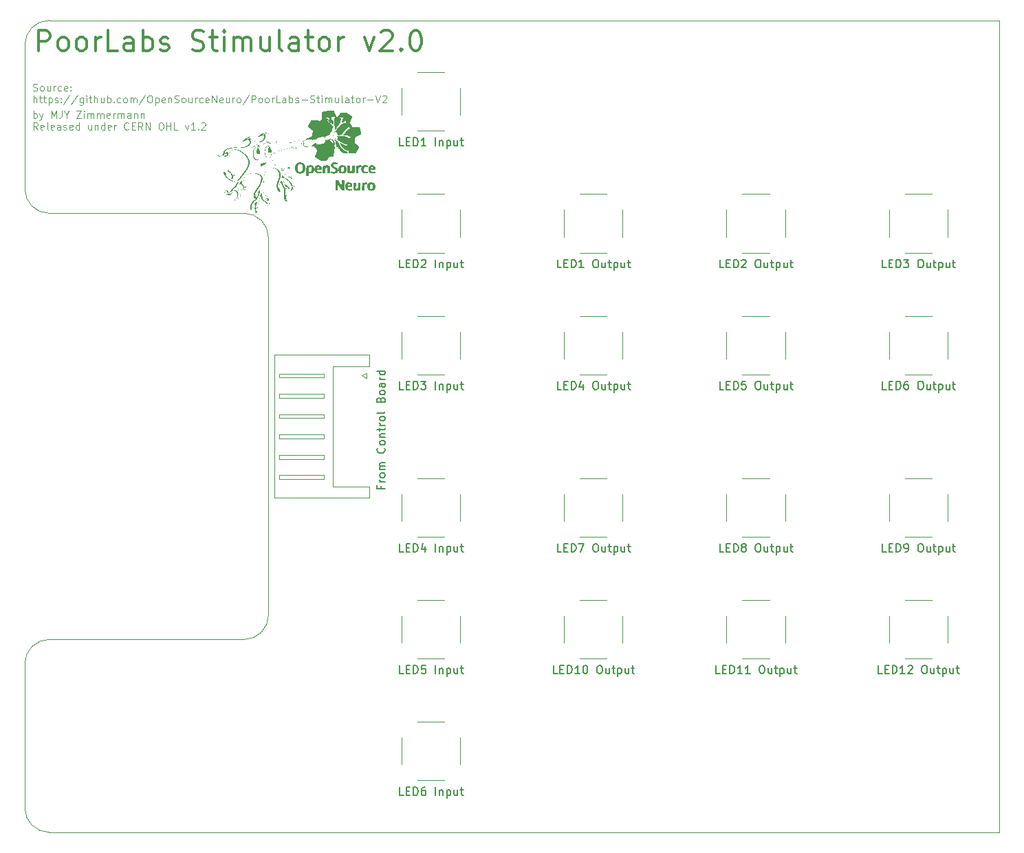
<source format=gbr>
%TF.GenerationSoftware,KiCad,Pcbnew,(6.0.4)*%
%TF.CreationDate,2023-06-02T21:13:09+02:00*%
%TF.ProjectId,Chrolis-LCR-Connector,4368726f-6c69-4732-9d4c-43522d436f6e,rev?*%
%TF.SameCoordinates,Original*%
%TF.FileFunction,Legend,Top*%
%TF.FilePolarity,Positive*%
%FSLAX46Y46*%
G04 Gerber Fmt 4.6, Leading zero omitted, Abs format (unit mm)*
G04 Created by KiCad (PCBNEW (6.0.4)) date 2023-06-02 21:13:09*
%MOMM*%
%LPD*%
G01*
G04 APERTURE LIST*
%TA.AperFunction,Profile*%
%ADD10C,0.100000*%
%TD*%
%ADD11C,0.300000*%
%ADD12C,0.100000*%
%ADD13C,0.150000*%
%ADD14C,0.120000*%
G04 APERTURE END LIST*
D10*
X76950000Y-126600000D02*
X52950000Y-126600000D01*
X169950000Y-50350000D02*
X169950000Y-150350000D01*
X52950000Y-126600000D02*
G75*
G03*
X49950000Y-129600000I0J-3000000D01*
G01*
X76950000Y-74100000D02*
X52950000Y-74100000D01*
X79950000Y-77100000D02*
G75*
G03*
X76950000Y-74100000I-3000000J0D01*
G01*
X169950000Y-150350000D02*
X52950000Y-150350000D01*
X79950000Y-77100000D02*
X79950000Y-123600000D01*
X49950000Y-129600000D02*
X49950000Y-147350000D01*
X52950000Y-50350000D02*
G75*
G03*
X49950000Y-53350000I0J-3000000D01*
G01*
X76950000Y-126600000D02*
G75*
G03*
X79950000Y-123600000I0J3000000D01*
G01*
X52950000Y-50350000D02*
X169950000Y-50350000D01*
X49950000Y-71100000D02*
G75*
G03*
X52950000Y-74100000I3000000J0D01*
G01*
X49950000Y-147350000D02*
G75*
G03*
X52950000Y-150350000I3000000J0D01*
G01*
X49950000Y-71100000D02*
X49950000Y-53350000D01*
D11*
X51638095Y-54080952D02*
X51638095Y-51580952D01*
X52590476Y-51580952D01*
X52828571Y-51700000D01*
X52947619Y-51819047D01*
X53066666Y-52057142D01*
X53066666Y-52414285D01*
X52947619Y-52652380D01*
X52828571Y-52771428D01*
X52590476Y-52890476D01*
X51638095Y-52890476D01*
X54495238Y-54080952D02*
X54257142Y-53961904D01*
X54138095Y-53842857D01*
X54019047Y-53604761D01*
X54019047Y-52890476D01*
X54138095Y-52652380D01*
X54257142Y-52533333D01*
X54495238Y-52414285D01*
X54852380Y-52414285D01*
X55090476Y-52533333D01*
X55209523Y-52652380D01*
X55328571Y-52890476D01*
X55328571Y-53604761D01*
X55209523Y-53842857D01*
X55090476Y-53961904D01*
X54852380Y-54080952D01*
X54495238Y-54080952D01*
X56757142Y-54080952D02*
X56519047Y-53961904D01*
X56400000Y-53842857D01*
X56280952Y-53604761D01*
X56280952Y-52890476D01*
X56400000Y-52652380D01*
X56519047Y-52533333D01*
X56757142Y-52414285D01*
X57114285Y-52414285D01*
X57352380Y-52533333D01*
X57471428Y-52652380D01*
X57590476Y-52890476D01*
X57590476Y-53604761D01*
X57471428Y-53842857D01*
X57352380Y-53961904D01*
X57114285Y-54080952D01*
X56757142Y-54080952D01*
X58661904Y-54080952D02*
X58661904Y-52414285D01*
X58661904Y-52890476D02*
X58780952Y-52652380D01*
X58900000Y-52533333D01*
X59138095Y-52414285D01*
X59376190Y-52414285D01*
X61400000Y-54080952D02*
X60209523Y-54080952D01*
X60209523Y-51580952D01*
X63304761Y-54080952D02*
X63304761Y-52771428D01*
X63185714Y-52533333D01*
X62947619Y-52414285D01*
X62471428Y-52414285D01*
X62233333Y-52533333D01*
X63304761Y-53961904D02*
X63066666Y-54080952D01*
X62471428Y-54080952D01*
X62233333Y-53961904D01*
X62114285Y-53723809D01*
X62114285Y-53485714D01*
X62233333Y-53247619D01*
X62471428Y-53128571D01*
X63066666Y-53128571D01*
X63304761Y-53009523D01*
X64495238Y-54080952D02*
X64495238Y-51580952D01*
X64495238Y-52533333D02*
X64733333Y-52414285D01*
X65209523Y-52414285D01*
X65447619Y-52533333D01*
X65566666Y-52652380D01*
X65685714Y-52890476D01*
X65685714Y-53604761D01*
X65566666Y-53842857D01*
X65447619Y-53961904D01*
X65209523Y-54080952D01*
X64733333Y-54080952D01*
X64495238Y-53961904D01*
X66638095Y-53961904D02*
X66876190Y-54080952D01*
X67352380Y-54080952D01*
X67590476Y-53961904D01*
X67709523Y-53723809D01*
X67709523Y-53604761D01*
X67590476Y-53366666D01*
X67352380Y-53247619D01*
X66995238Y-53247619D01*
X66757142Y-53128571D01*
X66638095Y-52890476D01*
X66638095Y-52771428D01*
X66757142Y-52533333D01*
X66995238Y-52414285D01*
X67352380Y-52414285D01*
X67590476Y-52533333D01*
X70566666Y-53961904D02*
X70923809Y-54080952D01*
X71519047Y-54080952D01*
X71757142Y-53961904D01*
X71876190Y-53842857D01*
X71995238Y-53604761D01*
X71995238Y-53366666D01*
X71876190Y-53128571D01*
X71757142Y-53009523D01*
X71519047Y-52890476D01*
X71042857Y-52771428D01*
X70804761Y-52652380D01*
X70685714Y-52533333D01*
X70566666Y-52295238D01*
X70566666Y-52057142D01*
X70685714Y-51819047D01*
X70804761Y-51700000D01*
X71042857Y-51580952D01*
X71638095Y-51580952D01*
X71995238Y-51700000D01*
X72709523Y-52414285D02*
X73661904Y-52414285D01*
X73066666Y-51580952D02*
X73066666Y-53723809D01*
X73185714Y-53961904D01*
X73423809Y-54080952D01*
X73661904Y-54080952D01*
X74495238Y-54080952D02*
X74495238Y-52414285D01*
X74495238Y-51580952D02*
X74376190Y-51700000D01*
X74495238Y-51819047D01*
X74614285Y-51700000D01*
X74495238Y-51580952D01*
X74495238Y-51819047D01*
X75685714Y-54080952D02*
X75685714Y-52414285D01*
X75685714Y-52652380D02*
X75804761Y-52533333D01*
X76042857Y-52414285D01*
X76400000Y-52414285D01*
X76638095Y-52533333D01*
X76757142Y-52771428D01*
X76757142Y-54080952D01*
X76757142Y-52771428D02*
X76876190Y-52533333D01*
X77114285Y-52414285D01*
X77471428Y-52414285D01*
X77709523Y-52533333D01*
X77828571Y-52771428D01*
X77828571Y-54080952D01*
X80090476Y-52414285D02*
X80090476Y-54080952D01*
X79019047Y-52414285D02*
X79019047Y-53723809D01*
X79138095Y-53961904D01*
X79376190Y-54080952D01*
X79733333Y-54080952D01*
X79971428Y-53961904D01*
X80090476Y-53842857D01*
X81638095Y-54080952D02*
X81400000Y-53961904D01*
X81280952Y-53723809D01*
X81280952Y-51580952D01*
X83661904Y-54080952D02*
X83661904Y-52771428D01*
X83542857Y-52533333D01*
X83304761Y-52414285D01*
X82828571Y-52414285D01*
X82590476Y-52533333D01*
X83661904Y-53961904D02*
X83423809Y-54080952D01*
X82828571Y-54080952D01*
X82590476Y-53961904D01*
X82471428Y-53723809D01*
X82471428Y-53485714D01*
X82590476Y-53247619D01*
X82828571Y-53128571D01*
X83423809Y-53128571D01*
X83661904Y-53009523D01*
X84495238Y-52414285D02*
X85447619Y-52414285D01*
X84852380Y-51580952D02*
X84852380Y-53723809D01*
X84971428Y-53961904D01*
X85209523Y-54080952D01*
X85447619Y-54080952D01*
X86638095Y-54080952D02*
X86400000Y-53961904D01*
X86280952Y-53842857D01*
X86161904Y-53604761D01*
X86161904Y-52890476D01*
X86280952Y-52652380D01*
X86400000Y-52533333D01*
X86638095Y-52414285D01*
X86995238Y-52414285D01*
X87233333Y-52533333D01*
X87352380Y-52652380D01*
X87471428Y-52890476D01*
X87471428Y-53604761D01*
X87352380Y-53842857D01*
X87233333Y-53961904D01*
X86995238Y-54080952D01*
X86638095Y-54080952D01*
X88542857Y-54080952D02*
X88542857Y-52414285D01*
X88542857Y-52890476D02*
X88661904Y-52652380D01*
X88780952Y-52533333D01*
X89019047Y-52414285D01*
X89257142Y-52414285D01*
X91757142Y-52414285D02*
X92352380Y-54080952D01*
X92947619Y-52414285D01*
X93780952Y-51819047D02*
X93900000Y-51700000D01*
X94138095Y-51580952D01*
X94733333Y-51580952D01*
X94971428Y-51700000D01*
X95090476Y-51819047D01*
X95209523Y-52057142D01*
X95209523Y-52295238D01*
X95090476Y-52652380D01*
X93661904Y-54080952D01*
X95209523Y-54080952D01*
X96280952Y-53842857D02*
X96400000Y-53961904D01*
X96280952Y-54080952D01*
X96161904Y-53961904D01*
X96280952Y-53842857D01*
X96280952Y-54080952D01*
X97947619Y-51580952D02*
X98185714Y-51580952D01*
X98423809Y-51700000D01*
X98542857Y-51819047D01*
X98661904Y-52057142D01*
X98780952Y-52533333D01*
X98780952Y-53128571D01*
X98661904Y-53604761D01*
X98542857Y-53842857D01*
X98423809Y-53961904D01*
X98185714Y-54080952D01*
X97947619Y-54080952D01*
X97709523Y-53961904D01*
X97590476Y-53842857D01*
X97471428Y-53604761D01*
X97352380Y-53128571D01*
X97352380Y-52533333D01*
X97471428Y-52057142D01*
X97590476Y-51819047D01*
X97709523Y-51700000D01*
X97947619Y-51580952D01*
D12*
X51029285Y-62382642D02*
X51029285Y-61482642D01*
X51029285Y-61825500D02*
X51115000Y-61782642D01*
X51286428Y-61782642D01*
X51372142Y-61825500D01*
X51415000Y-61868357D01*
X51457857Y-61954071D01*
X51457857Y-62211214D01*
X51415000Y-62296928D01*
X51372142Y-62339785D01*
X51286428Y-62382642D01*
X51115000Y-62382642D01*
X51029285Y-62339785D01*
X51757857Y-61782642D02*
X51972142Y-62382642D01*
X52186428Y-61782642D02*
X51972142Y-62382642D01*
X51886428Y-62596928D01*
X51843571Y-62639785D01*
X51757857Y-62682642D01*
X53215000Y-62382642D02*
X53215000Y-61482642D01*
X53515000Y-62125500D01*
X53815000Y-61482642D01*
X53815000Y-62382642D01*
X54500714Y-61482642D02*
X54500714Y-62125500D01*
X54457857Y-62254071D01*
X54372142Y-62339785D01*
X54243571Y-62382642D01*
X54157857Y-62382642D01*
X55100714Y-61954071D02*
X55100714Y-62382642D01*
X54800714Y-61482642D02*
X55100714Y-61954071D01*
X55400714Y-61482642D01*
X56300714Y-61482642D02*
X56900714Y-61482642D01*
X56300714Y-62382642D01*
X56900714Y-62382642D01*
X57243571Y-62382642D02*
X57243571Y-61782642D01*
X57243571Y-61482642D02*
X57200714Y-61525500D01*
X57243571Y-61568357D01*
X57286428Y-61525500D01*
X57243571Y-61482642D01*
X57243571Y-61568357D01*
X57672142Y-62382642D02*
X57672142Y-61782642D01*
X57672142Y-61868357D02*
X57715000Y-61825500D01*
X57800714Y-61782642D01*
X57929285Y-61782642D01*
X58015000Y-61825500D01*
X58057857Y-61911214D01*
X58057857Y-62382642D01*
X58057857Y-61911214D02*
X58100714Y-61825500D01*
X58186428Y-61782642D01*
X58315000Y-61782642D01*
X58400714Y-61825500D01*
X58443571Y-61911214D01*
X58443571Y-62382642D01*
X58872142Y-62382642D02*
X58872142Y-61782642D01*
X58872142Y-61868357D02*
X58915000Y-61825500D01*
X59000714Y-61782642D01*
X59129285Y-61782642D01*
X59215000Y-61825500D01*
X59257857Y-61911214D01*
X59257857Y-62382642D01*
X59257857Y-61911214D02*
X59300714Y-61825500D01*
X59386428Y-61782642D01*
X59515000Y-61782642D01*
X59600714Y-61825500D01*
X59643571Y-61911214D01*
X59643571Y-62382642D01*
X60415000Y-62339785D02*
X60329285Y-62382642D01*
X60157857Y-62382642D01*
X60072142Y-62339785D01*
X60029285Y-62254071D01*
X60029285Y-61911214D01*
X60072142Y-61825500D01*
X60157857Y-61782642D01*
X60329285Y-61782642D01*
X60415000Y-61825500D01*
X60457857Y-61911214D01*
X60457857Y-61996928D01*
X60029285Y-62082642D01*
X60843571Y-62382642D02*
X60843571Y-61782642D01*
X60843571Y-61954071D02*
X60886428Y-61868357D01*
X60929285Y-61825500D01*
X61015000Y-61782642D01*
X61100714Y-61782642D01*
X61400714Y-62382642D02*
X61400714Y-61782642D01*
X61400714Y-61868357D02*
X61443571Y-61825500D01*
X61529285Y-61782642D01*
X61657857Y-61782642D01*
X61743571Y-61825500D01*
X61786428Y-61911214D01*
X61786428Y-62382642D01*
X61786428Y-61911214D02*
X61829285Y-61825500D01*
X61915000Y-61782642D01*
X62043571Y-61782642D01*
X62129285Y-61825500D01*
X62172142Y-61911214D01*
X62172142Y-62382642D01*
X62986428Y-62382642D02*
X62986428Y-61911214D01*
X62943571Y-61825500D01*
X62857857Y-61782642D01*
X62686428Y-61782642D01*
X62600714Y-61825500D01*
X62986428Y-62339785D02*
X62900714Y-62382642D01*
X62686428Y-62382642D01*
X62600714Y-62339785D01*
X62557857Y-62254071D01*
X62557857Y-62168357D01*
X62600714Y-62082642D01*
X62686428Y-62039785D01*
X62900714Y-62039785D01*
X62986428Y-61996928D01*
X63415000Y-61782642D02*
X63415000Y-62382642D01*
X63415000Y-61868357D02*
X63457857Y-61825500D01*
X63543571Y-61782642D01*
X63672142Y-61782642D01*
X63757857Y-61825500D01*
X63800714Y-61911214D01*
X63800714Y-62382642D01*
X64229285Y-61782642D02*
X64229285Y-62382642D01*
X64229285Y-61868357D02*
X64272142Y-61825500D01*
X64357857Y-61782642D01*
X64486428Y-61782642D01*
X64572142Y-61825500D01*
X64615000Y-61911214D01*
X64615000Y-62382642D01*
X51543571Y-63831642D02*
X51243571Y-63403071D01*
X51029285Y-63831642D02*
X51029285Y-62931642D01*
X51372142Y-62931642D01*
X51457857Y-62974500D01*
X51500714Y-63017357D01*
X51543571Y-63103071D01*
X51543571Y-63231642D01*
X51500714Y-63317357D01*
X51457857Y-63360214D01*
X51372142Y-63403071D01*
X51029285Y-63403071D01*
X52272142Y-63788785D02*
X52186428Y-63831642D01*
X52015000Y-63831642D01*
X51929285Y-63788785D01*
X51886428Y-63703071D01*
X51886428Y-63360214D01*
X51929285Y-63274500D01*
X52015000Y-63231642D01*
X52186428Y-63231642D01*
X52272142Y-63274500D01*
X52315000Y-63360214D01*
X52315000Y-63445928D01*
X51886428Y-63531642D01*
X52829285Y-63831642D02*
X52743571Y-63788785D01*
X52700714Y-63703071D01*
X52700714Y-62931642D01*
X53515000Y-63788785D02*
X53429285Y-63831642D01*
X53257857Y-63831642D01*
X53172142Y-63788785D01*
X53129285Y-63703071D01*
X53129285Y-63360214D01*
X53172142Y-63274500D01*
X53257857Y-63231642D01*
X53429285Y-63231642D01*
X53515000Y-63274500D01*
X53557857Y-63360214D01*
X53557857Y-63445928D01*
X53129285Y-63531642D01*
X54329285Y-63831642D02*
X54329285Y-63360214D01*
X54286428Y-63274500D01*
X54200714Y-63231642D01*
X54029285Y-63231642D01*
X53943571Y-63274500D01*
X54329285Y-63788785D02*
X54243571Y-63831642D01*
X54029285Y-63831642D01*
X53943571Y-63788785D01*
X53900714Y-63703071D01*
X53900714Y-63617357D01*
X53943571Y-63531642D01*
X54029285Y-63488785D01*
X54243571Y-63488785D01*
X54329285Y-63445928D01*
X54715000Y-63788785D02*
X54800714Y-63831642D01*
X54972142Y-63831642D01*
X55057857Y-63788785D01*
X55100714Y-63703071D01*
X55100714Y-63660214D01*
X55057857Y-63574500D01*
X54972142Y-63531642D01*
X54843571Y-63531642D01*
X54757857Y-63488785D01*
X54715000Y-63403071D01*
X54715000Y-63360214D01*
X54757857Y-63274500D01*
X54843571Y-63231642D01*
X54972142Y-63231642D01*
X55057857Y-63274500D01*
X55829285Y-63788785D02*
X55743571Y-63831642D01*
X55572142Y-63831642D01*
X55486428Y-63788785D01*
X55443571Y-63703071D01*
X55443571Y-63360214D01*
X55486428Y-63274500D01*
X55572142Y-63231642D01*
X55743571Y-63231642D01*
X55829285Y-63274500D01*
X55872142Y-63360214D01*
X55872142Y-63445928D01*
X55443571Y-63531642D01*
X56643571Y-63831642D02*
X56643571Y-62931642D01*
X56643571Y-63788785D02*
X56557857Y-63831642D01*
X56386428Y-63831642D01*
X56300714Y-63788785D01*
X56257857Y-63745928D01*
X56215000Y-63660214D01*
X56215000Y-63403071D01*
X56257857Y-63317357D01*
X56300714Y-63274500D01*
X56386428Y-63231642D01*
X56557857Y-63231642D01*
X56643571Y-63274500D01*
X58143571Y-63231642D02*
X58143571Y-63831642D01*
X57757857Y-63231642D02*
X57757857Y-63703071D01*
X57800714Y-63788785D01*
X57886428Y-63831642D01*
X58015000Y-63831642D01*
X58100714Y-63788785D01*
X58143571Y-63745928D01*
X58572142Y-63231642D02*
X58572142Y-63831642D01*
X58572142Y-63317357D02*
X58615000Y-63274500D01*
X58700714Y-63231642D01*
X58829285Y-63231642D01*
X58915000Y-63274500D01*
X58957857Y-63360214D01*
X58957857Y-63831642D01*
X59772142Y-63831642D02*
X59772142Y-62931642D01*
X59772142Y-63788785D02*
X59686428Y-63831642D01*
X59515000Y-63831642D01*
X59429285Y-63788785D01*
X59386428Y-63745928D01*
X59343571Y-63660214D01*
X59343571Y-63403071D01*
X59386428Y-63317357D01*
X59429285Y-63274500D01*
X59515000Y-63231642D01*
X59686428Y-63231642D01*
X59772142Y-63274500D01*
X60543571Y-63788785D02*
X60457857Y-63831642D01*
X60286428Y-63831642D01*
X60200714Y-63788785D01*
X60157857Y-63703071D01*
X60157857Y-63360214D01*
X60200714Y-63274500D01*
X60286428Y-63231642D01*
X60457857Y-63231642D01*
X60543571Y-63274500D01*
X60586428Y-63360214D01*
X60586428Y-63445928D01*
X60157857Y-63531642D01*
X60972142Y-63831642D02*
X60972142Y-63231642D01*
X60972142Y-63403071D02*
X61015000Y-63317357D01*
X61057857Y-63274500D01*
X61143571Y-63231642D01*
X61229285Y-63231642D01*
X62729285Y-63745928D02*
X62686428Y-63788785D01*
X62557857Y-63831642D01*
X62472142Y-63831642D01*
X62343571Y-63788785D01*
X62257857Y-63703071D01*
X62215000Y-63617357D01*
X62172142Y-63445928D01*
X62172142Y-63317357D01*
X62215000Y-63145928D01*
X62257857Y-63060214D01*
X62343571Y-62974500D01*
X62472142Y-62931642D01*
X62557857Y-62931642D01*
X62686428Y-62974500D01*
X62729285Y-63017357D01*
X63115000Y-63360214D02*
X63415000Y-63360214D01*
X63543571Y-63831642D02*
X63115000Y-63831642D01*
X63115000Y-62931642D01*
X63543571Y-62931642D01*
X64443571Y-63831642D02*
X64143571Y-63403071D01*
X63929285Y-63831642D02*
X63929285Y-62931642D01*
X64272142Y-62931642D01*
X64357857Y-62974500D01*
X64400714Y-63017357D01*
X64443571Y-63103071D01*
X64443571Y-63231642D01*
X64400714Y-63317357D01*
X64357857Y-63360214D01*
X64272142Y-63403071D01*
X63929285Y-63403071D01*
X64829285Y-63831642D02*
X64829285Y-62931642D01*
X65343571Y-63831642D01*
X65343571Y-62931642D01*
X66629285Y-62931642D02*
X66800714Y-62931642D01*
X66886428Y-62974500D01*
X66972142Y-63060214D01*
X67015000Y-63231642D01*
X67015000Y-63531642D01*
X66972142Y-63703071D01*
X66886428Y-63788785D01*
X66800714Y-63831642D01*
X66629285Y-63831642D01*
X66543571Y-63788785D01*
X66457857Y-63703071D01*
X66415000Y-63531642D01*
X66415000Y-63231642D01*
X66457857Y-63060214D01*
X66543571Y-62974500D01*
X66629285Y-62931642D01*
X67400714Y-63831642D02*
X67400714Y-62931642D01*
X67400714Y-63360214D02*
X67915000Y-63360214D01*
X67915000Y-63831642D02*
X67915000Y-62931642D01*
X68772142Y-63831642D02*
X68343571Y-63831642D01*
X68343571Y-62931642D01*
X69672142Y-63231642D02*
X69886428Y-63831642D01*
X70100714Y-63231642D01*
X70915000Y-63831642D02*
X70400714Y-63831642D01*
X70657857Y-63831642D02*
X70657857Y-62931642D01*
X70572142Y-63060214D01*
X70486428Y-63145928D01*
X70400714Y-63188785D01*
X71300714Y-63745928D02*
X71343571Y-63788785D01*
X71300714Y-63831642D01*
X71257857Y-63788785D01*
X71300714Y-63745928D01*
X71300714Y-63831642D01*
X71686428Y-63017357D02*
X71729285Y-62974500D01*
X71815000Y-62931642D01*
X72029285Y-62931642D01*
X72115000Y-62974500D01*
X72157857Y-63017357D01*
X72200714Y-63103071D01*
X72200714Y-63188785D01*
X72157857Y-63317357D01*
X71643571Y-63831642D01*
X72200714Y-63831642D01*
X50986428Y-58989785D02*
X51115000Y-59032642D01*
X51329285Y-59032642D01*
X51415000Y-58989785D01*
X51457857Y-58946928D01*
X51500714Y-58861214D01*
X51500714Y-58775500D01*
X51457857Y-58689785D01*
X51415000Y-58646928D01*
X51329285Y-58604071D01*
X51157857Y-58561214D01*
X51072142Y-58518357D01*
X51029285Y-58475500D01*
X50986428Y-58389785D01*
X50986428Y-58304071D01*
X51029285Y-58218357D01*
X51072142Y-58175500D01*
X51157857Y-58132642D01*
X51372142Y-58132642D01*
X51500714Y-58175500D01*
X52015000Y-59032642D02*
X51929285Y-58989785D01*
X51886428Y-58946928D01*
X51843571Y-58861214D01*
X51843571Y-58604071D01*
X51886428Y-58518357D01*
X51929285Y-58475500D01*
X52015000Y-58432642D01*
X52143571Y-58432642D01*
X52229285Y-58475500D01*
X52272142Y-58518357D01*
X52315000Y-58604071D01*
X52315000Y-58861214D01*
X52272142Y-58946928D01*
X52229285Y-58989785D01*
X52143571Y-59032642D01*
X52015000Y-59032642D01*
X53086428Y-58432642D02*
X53086428Y-59032642D01*
X52700714Y-58432642D02*
X52700714Y-58904071D01*
X52743571Y-58989785D01*
X52829285Y-59032642D01*
X52957857Y-59032642D01*
X53043571Y-58989785D01*
X53086428Y-58946928D01*
X53515000Y-59032642D02*
X53515000Y-58432642D01*
X53515000Y-58604071D02*
X53557857Y-58518357D01*
X53600714Y-58475500D01*
X53686428Y-58432642D01*
X53772142Y-58432642D01*
X54457857Y-58989785D02*
X54372142Y-59032642D01*
X54200714Y-59032642D01*
X54115000Y-58989785D01*
X54072142Y-58946928D01*
X54029285Y-58861214D01*
X54029285Y-58604071D01*
X54072142Y-58518357D01*
X54115000Y-58475500D01*
X54200714Y-58432642D01*
X54372142Y-58432642D01*
X54457857Y-58475500D01*
X55186428Y-58989785D02*
X55100714Y-59032642D01*
X54929285Y-59032642D01*
X54843571Y-58989785D01*
X54800714Y-58904071D01*
X54800714Y-58561214D01*
X54843571Y-58475500D01*
X54929285Y-58432642D01*
X55100714Y-58432642D01*
X55186428Y-58475500D01*
X55229285Y-58561214D01*
X55229285Y-58646928D01*
X54800714Y-58732642D01*
X55615000Y-58946928D02*
X55657857Y-58989785D01*
X55615000Y-59032642D01*
X55572142Y-58989785D01*
X55615000Y-58946928D01*
X55615000Y-59032642D01*
X55615000Y-58475500D02*
X55657857Y-58518357D01*
X55615000Y-58561214D01*
X55572142Y-58518357D01*
X55615000Y-58475500D01*
X55615000Y-58561214D01*
X51029285Y-60481642D02*
X51029285Y-59581642D01*
X51415000Y-60481642D02*
X51415000Y-60010214D01*
X51372142Y-59924500D01*
X51286428Y-59881642D01*
X51157857Y-59881642D01*
X51072142Y-59924500D01*
X51029285Y-59967357D01*
X51715000Y-59881642D02*
X52057857Y-59881642D01*
X51843571Y-59581642D02*
X51843571Y-60353071D01*
X51886428Y-60438785D01*
X51972142Y-60481642D01*
X52057857Y-60481642D01*
X52229285Y-59881642D02*
X52572142Y-59881642D01*
X52357857Y-59581642D02*
X52357857Y-60353071D01*
X52400714Y-60438785D01*
X52486428Y-60481642D01*
X52572142Y-60481642D01*
X52872142Y-59881642D02*
X52872142Y-60781642D01*
X52872142Y-59924500D02*
X52957857Y-59881642D01*
X53129285Y-59881642D01*
X53215000Y-59924500D01*
X53257857Y-59967357D01*
X53300714Y-60053071D01*
X53300714Y-60310214D01*
X53257857Y-60395928D01*
X53215000Y-60438785D01*
X53129285Y-60481642D01*
X52957857Y-60481642D01*
X52872142Y-60438785D01*
X53643571Y-60438785D02*
X53729285Y-60481642D01*
X53900714Y-60481642D01*
X53986428Y-60438785D01*
X54029285Y-60353071D01*
X54029285Y-60310214D01*
X53986428Y-60224500D01*
X53900714Y-60181642D01*
X53772142Y-60181642D01*
X53686428Y-60138785D01*
X53643571Y-60053071D01*
X53643571Y-60010214D01*
X53686428Y-59924500D01*
X53772142Y-59881642D01*
X53900714Y-59881642D01*
X53986428Y-59924500D01*
X54415000Y-60395928D02*
X54457857Y-60438785D01*
X54415000Y-60481642D01*
X54372142Y-60438785D01*
X54415000Y-60395928D01*
X54415000Y-60481642D01*
X54415000Y-59924500D02*
X54457857Y-59967357D01*
X54415000Y-60010214D01*
X54372142Y-59967357D01*
X54415000Y-59924500D01*
X54415000Y-60010214D01*
X55486428Y-59538785D02*
X54715000Y-60695928D01*
X56429285Y-59538785D02*
X55657857Y-60695928D01*
X57115000Y-59881642D02*
X57115000Y-60610214D01*
X57072142Y-60695928D01*
X57029285Y-60738785D01*
X56943571Y-60781642D01*
X56815000Y-60781642D01*
X56729285Y-60738785D01*
X57115000Y-60438785D02*
X57029285Y-60481642D01*
X56857857Y-60481642D01*
X56772142Y-60438785D01*
X56729285Y-60395928D01*
X56686428Y-60310214D01*
X56686428Y-60053071D01*
X56729285Y-59967357D01*
X56772142Y-59924500D01*
X56857857Y-59881642D01*
X57029285Y-59881642D01*
X57115000Y-59924500D01*
X57543571Y-60481642D02*
X57543571Y-59881642D01*
X57543571Y-59581642D02*
X57500714Y-59624500D01*
X57543571Y-59667357D01*
X57586428Y-59624500D01*
X57543571Y-59581642D01*
X57543571Y-59667357D01*
X57843571Y-59881642D02*
X58186428Y-59881642D01*
X57972142Y-59581642D02*
X57972142Y-60353071D01*
X58015000Y-60438785D01*
X58100714Y-60481642D01*
X58186428Y-60481642D01*
X58486428Y-60481642D02*
X58486428Y-59581642D01*
X58872142Y-60481642D02*
X58872142Y-60010214D01*
X58829285Y-59924500D01*
X58743571Y-59881642D01*
X58615000Y-59881642D01*
X58529285Y-59924500D01*
X58486428Y-59967357D01*
X59686428Y-59881642D02*
X59686428Y-60481642D01*
X59300714Y-59881642D02*
X59300714Y-60353071D01*
X59343571Y-60438785D01*
X59429285Y-60481642D01*
X59557857Y-60481642D01*
X59643571Y-60438785D01*
X59686428Y-60395928D01*
X60115000Y-60481642D02*
X60115000Y-59581642D01*
X60115000Y-59924500D02*
X60200714Y-59881642D01*
X60372142Y-59881642D01*
X60457857Y-59924500D01*
X60500714Y-59967357D01*
X60543571Y-60053071D01*
X60543571Y-60310214D01*
X60500714Y-60395928D01*
X60457857Y-60438785D01*
X60372142Y-60481642D01*
X60200714Y-60481642D01*
X60115000Y-60438785D01*
X60929285Y-60395928D02*
X60972142Y-60438785D01*
X60929285Y-60481642D01*
X60886428Y-60438785D01*
X60929285Y-60395928D01*
X60929285Y-60481642D01*
X61743571Y-60438785D02*
X61657857Y-60481642D01*
X61486428Y-60481642D01*
X61400714Y-60438785D01*
X61357857Y-60395928D01*
X61315000Y-60310214D01*
X61315000Y-60053071D01*
X61357857Y-59967357D01*
X61400714Y-59924500D01*
X61486428Y-59881642D01*
X61657857Y-59881642D01*
X61743571Y-59924500D01*
X62257857Y-60481642D02*
X62172142Y-60438785D01*
X62129285Y-60395928D01*
X62086428Y-60310214D01*
X62086428Y-60053071D01*
X62129285Y-59967357D01*
X62172142Y-59924500D01*
X62257857Y-59881642D01*
X62386428Y-59881642D01*
X62472142Y-59924500D01*
X62515000Y-59967357D01*
X62557857Y-60053071D01*
X62557857Y-60310214D01*
X62515000Y-60395928D01*
X62472142Y-60438785D01*
X62386428Y-60481642D01*
X62257857Y-60481642D01*
X62943571Y-60481642D02*
X62943571Y-59881642D01*
X62943571Y-59967357D02*
X62986428Y-59924500D01*
X63072142Y-59881642D01*
X63200714Y-59881642D01*
X63286428Y-59924500D01*
X63329285Y-60010214D01*
X63329285Y-60481642D01*
X63329285Y-60010214D02*
X63372142Y-59924500D01*
X63457857Y-59881642D01*
X63586428Y-59881642D01*
X63672142Y-59924500D01*
X63715000Y-60010214D01*
X63715000Y-60481642D01*
X64786428Y-59538785D02*
X64015000Y-60695928D01*
X65257857Y-59581642D02*
X65429285Y-59581642D01*
X65515000Y-59624500D01*
X65600714Y-59710214D01*
X65643571Y-59881642D01*
X65643571Y-60181642D01*
X65600714Y-60353071D01*
X65515000Y-60438785D01*
X65429285Y-60481642D01*
X65257857Y-60481642D01*
X65172142Y-60438785D01*
X65086428Y-60353071D01*
X65043571Y-60181642D01*
X65043571Y-59881642D01*
X65086428Y-59710214D01*
X65172142Y-59624500D01*
X65257857Y-59581642D01*
X66029285Y-59881642D02*
X66029285Y-60781642D01*
X66029285Y-59924500D02*
X66115000Y-59881642D01*
X66286428Y-59881642D01*
X66372142Y-59924500D01*
X66415000Y-59967357D01*
X66457857Y-60053071D01*
X66457857Y-60310214D01*
X66415000Y-60395928D01*
X66372142Y-60438785D01*
X66286428Y-60481642D01*
X66115000Y-60481642D01*
X66029285Y-60438785D01*
X67186428Y-60438785D02*
X67100714Y-60481642D01*
X66929285Y-60481642D01*
X66843571Y-60438785D01*
X66800714Y-60353071D01*
X66800714Y-60010214D01*
X66843571Y-59924500D01*
X66929285Y-59881642D01*
X67100714Y-59881642D01*
X67186428Y-59924500D01*
X67229285Y-60010214D01*
X67229285Y-60095928D01*
X66800714Y-60181642D01*
X67615000Y-59881642D02*
X67615000Y-60481642D01*
X67615000Y-59967357D02*
X67657857Y-59924500D01*
X67743571Y-59881642D01*
X67872142Y-59881642D01*
X67957857Y-59924500D01*
X68000714Y-60010214D01*
X68000714Y-60481642D01*
X68386428Y-60438785D02*
X68515000Y-60481642D01*
X68729285Y-60481642D01*
X68815000Y-60438785D01*
X68857857Y-60395928D01*
X68900714Y-60310214D01*
X68900714Y-60224500D01*
X68857857Y-60138785D01*
X68815000Y-60095928D01*
X68729285Y-60053071D01*
X68557857Y-60010214D01*
X68472142Y-59967357D01*
X68429285Y-59924500D01*
X68386428Y-59838785D01*
X68386428Y-59753071D01*
X68429285Y-59667357D01*
X68472142Y-59624500D01*
X68557857Y-59581642D01*
X68772142Y-59581642D01*
X68900714Y-59624500D01*
X69415000Y-60481642D02*
X69329285Y-60438785D01*
X69286428Y-60395928D01*
X69243571Y-60310214D01*
X69243571Y-60053071D01*
X69286428Y-59967357D01*
X69329285Y-59924500D01*
X69415000Y-59881642D01*
X69543571Y-59881642D01*
X69629285Y-59924500D01*
X69672142Y-59967357D01*
X69715000Y-60053071D01*
X69715000Y-60310214D01*
X69672142Y-60395928D01*
X69629285Y-60438785D01*
X69543571Y-60481642D01*
X69415000Y-60481642D01*
X70486428Y-59881642D02*
X70486428Y-60481642D01*
X70100714Y-59881642D02*
X70100714Y-60353071D01*
X70143571Y-60438785D01*
X70229285Y-60481642D01*
X70357857Y-60481642D01*
X70443571Y-60438785D01*
X70486428Y-60395928D01*
X70915000Y-60481642D02*
X70915000Y-59881642D01*
X70915000Y-60053071D02*
X70957857Y-59967357D01*
X71000714Y-59924500D01*
X71086428Y-59881642D01*
X71172142Y-59881642D01*
X71857857Y-60438785D02*
X71772142Y-60481642D01*
X71600714Y-60481642D01*
X71515000Y-60438785D01*
X71472142Y-60395928D01*
X71429285Y-60310214D01*
X71429285Y-60053071D01*
X71472142Y-59967357D01*
X71515000Y-59924500D01*
X71600714Y-59881642D01*
X71772142Y-59881642D01*
X71857857Y-59924500D01*
X72586428Y-60438785D02*
X72500714Y-60481642D01*
X72329285Y-60481642D01*
X72243571Y-60438785D01*
X72200714Y-60353071D01*
X72200714Y-60010214D01*
X72243571Y-59924500D01*
X72329285Y-59881642D01*
X72500714Y-59881642D01*
X72586428Y-59924500D01*
X72629285Y-60010214D01*
X72629285Y-60095928D01*
X72200714Y-60181642D01*
X73015000Y-60481642D02*
X73015000Y-59581642D01*
X73529285Y-60481642D01*
X73529285Y-59581642D01*
X74300714Y-60438785D02*
X74215000Y-60481642D01*
X74043571Y-60481642D01*
X73957857Y-60438785D01*
X73915000Y-60353071D01*
X73915000Y-60010214D01*
X73957857Y-59924500D01*
X74043571Y-59881642D01*
X74215000Y-59881642D01*
X74300714Y-59924500D01*
X74343571Y-60010214D01*
X74343571Y-60095928D01*
X73915000Y-60181642D01*
X75115000Y-59881642D02*
X75115000Y-60481642D01*
X74729285Y-59881642D02*
X74729285Y-60353071D01*
X74772142Y-60438785D01*
X74857857Y-60481642D01*
X74986428Y-60481642D01*
X75072142Y-60438785D01*
X75115000Y-60395928D01*
X75543571Y-60481642D02*
X75543571Y-59881642D01*
X75543571Y-60053071D02*
X75586428Y-59967357D01*
X75629285Y-59924500D01*
X75715000Y-59881642D01*
X75800714Y-59881642D01*
X76229285Y-60481642D02*
X76143571Y-60438785D01*
X76100714Y-60395928D01*
X76057857Y-60310214D01*
X76057857Y-60053071D01*
X76100714Y-59967357D01*
X76143571Y-59924500D01*
X76229285Y-59881642D01*
X76357857Y-59881642D01*
X76443571Y-59924500D01*
X76486428Y-59967357D01*
X76529285Y-60053071D01*
X76529285Y-60310214D01*
X76486428Y-60395928D01*
X76443571Y-60438785D01*
X76357857Y-60481642D01*
X76229285Y-60481642D01*
X77557857Y-59538785D02*
X76786428Y-60695928D01*
X77857857Y-60481642D02*
X77857857Y-59581642D01*
X78200714Y-59581642D01*
X78286428Y-59624500D01*
X78329285Y-59667357D01*
X78372142Y-59753071D01*
X78372142Y-59881642D01*
X78329285Y-59967357D01*
X78286428Y-60010214D01*
X78200714Y-60053071D01*
X77857857Y-60053071D01*
X78886428Y-60481642D02*
X78800714Y-60438785D01*
X78757857Y-60395928D01*
X78715000Y-60310214D01*
X78715000Y-60053071D01*
X78757857Y-59967357D01*
X78800714Y-59924500D01*
X78886428Y-59881642D01*
X79015000Y-59881642D01*
X79100714Y-59924500D01*
X79143571Y-59967357D01*
X79186428Y-60053071D01*
X79186428Y-60310214D01*
X79143571Y-60395928D01*
X79100714Y-60438785D01*
X79015000Y-60481642D01*
X78886428Y-60481642D01*
X79700714Y-60481642D02*
X79615000Y-60438785D01*
X79572142Y-60395928D01*
X79529285Y-60310214D01*
X79529285Y-60053071D01*
X79572142Y-59967357D01*
X79615000Y-59924500D01*
X79700714Y-59881642D01*
X79829285Y-59881642D01*
X79915000Y-59924500D01*
X79957857Y-59967357D01*
X80000714Y-60053071D01*
X80000714Y-60310214D01*
X79957857Y-60395928D01*
X79915000Y-60438785D01*
X79829285Y-60481642D01*
X79700714Y-60481642D01*
X80386428Y-60481642D02*
X80386428Y-59881642D01*
X80386428Y-60053071D02*
X80429285Y-59967357D01*
X80472142Y-59924500D01*
X80557857Y-59881642D01*
X80643571Y-59881642D01*
X81372142Y-60481642D02*
X80943571Y-60481642D01*
X80943571Y-59581642D01*
X82057857Y-60481642D02*
X82057857Y-60010214D01*
X82015000Y-59924500D01*
X81929285Y-59881642D01*
X81757857Y-59881642D01*
X81672142Y-59924500D01*
X82057857Y-60438785D02*
X81972142Y-60481642D01*
X81757857Y-60481642D01*
X81672142Y-60438785D01*
X81629285Y-60353071D01*
X81629285Y-60267357D01*
X81672142Y-60181642D01*
X81757857Y-60138785D01*
X81972142Y-60138785D01*
X82057857Y-60095928D01*
X82486428Y-60481642D02*
X82486428Y-59581642D01*
X82486428Y-59924500D02*
X82572142Y-59881642D01*
X82743571Y-59881642D01*
X82829285Y-59924500D01*
X82872142Y-59967357D01*
X82914999Y-60053071D01*
X82914999Y-60310214D01*
X82872142Y-60395928D01*
X82829285Y-60438785D01*
X82743571Y-60481642D01*
X82572142Y-60481642D01*
X82486428Y-60438785D01*
X83257857Y-60438785D02*
X83343571Y-60481642D01*
X83514999Y-60481642D01*
X83600714Y-60438785D01*
X83643571Y-60353071D01*
X83643571Y-60310214D01*
X83600714Y-60224500D01*
X83514999Y-60181642D01*
X83386428Y-60181642D01*
X83300714Y-60138785D01*
X83257857Y-60053071D01*
X83257857Y-60010214D01*
X83300714Y-59924500D01*
X83386428Y-59881642D01*
X83514999Y-59881642D01*
X83600714Y-59924500D01*
X84029285Y-60138785D02*
X84714999Y-60138785D01*
X85100714Y-60438785D02*
X85229285Y-60481642D01*
X85443571Y-60481642D01*
X85529285Y-60438785D01*
X85572142Y-60395928D01*
X85614999Y-60310214D01*
X85614999Y-60224500D01*
X85572142Y-60138785D01*
X85529285Y-60095928D01*
X85443571Y-60053071D01*
X85272142Y-60010214D01*
X85186428Y-59967357D01*
X85143571Y-59924500D01*
X85100714Y-59838785D01*
X85100714Y-59753071D01*
X85143571Y-59667357D01*
X85186428Y-59624500D01*
X85272142Y-59581642D01*
X85486428Y-59581642D01*
X85614999Y-59624500D01*
X85872142Y-59881642D02*
X86214999Y-59881642D01*
X86000714Y-59581642D02*
X86000714Y-60353071D01*
X86043571Y-60438785D01*
X86129285Y-60481642D01*
X86214999Y-60481642D01*
X86515000Y-60481642D02*
X86515000Y-59881642D01*
X86515000Y-59581642D02*
X86472142Y-59624500D01*
X86515000Y-59667357D01*
X86557857Y-59624500D01*
X86515000Y-59581642D01*
X86515000Y-59667357D01*
X86943571Y-60481642D02*
X86943571Y-59881642D01*
X86943571Y-59967357D02*
X86986428Y-59924500D01*
X87072142Y-59881642D01*
X87200714Y-59881642D01*
X87286428Y-59924500D01*
X87329285Y-60010214D01*
X87329285Y-60481642D01*
X87329285Y-60010214D02*
X87372142Y-59924500D01*
X87457857Y-59881642D01*
X87586428Y-59881642D01*
X87672142Y-59924500D01*
X87714999Y-60010214D01*
X87714999Y-60481642D01*
X88529285Y-59881642D02*
X88529285Y-60481642D01*
X88143571Y-59881642D02*
X88143571Y-60353071D01*
X88186428Y-60438785D01*
X88272142Y-60481642D01*
X88400714Y-60481642D01*
X88486428Y-60438785D01*
X88529285Y-60395928D01*
X89086428Y-60481642D02*
X89000714Y-60438785D01*
X88957857Y-60353071D01*
X88957857Y-59581642D01*
X89815000Y-60481642D02*
X89815000Y-60010214D01*
X89772142Y-59924500D01*
X89686428Y-59881642D01*
X89515000Y-59881642D01*
X89429285Y-59924500D01*
X89815000Y-60438785D02*
X89729285Y-60481642D01*
X89515000Y-60481642D01*
X89429285Y-60438785D01*
X89386428Y-60353071D01*
X89386428Y-60267357D01*
X89429285Y-60181642D01*
X89515000Y-60138785D01*
X89729285Y-60138785D01*
X89815000Y-60095928D01*
X90115000Y-59881642D02*
X90457857Y-59881642D01*
X90243571Y-59581642D02*
X90243571Y-60353071D01*
X90286428Y-60438785D01*
X90372142Y-60481642D01*
X90457857Y-60481642D01*
X90886428Y-60481642D02*
X90800714Y-60438785D01*
X90757857Y-60395928D01*
X90715000Y-60310214D01*
X90715000Y-60053071D01*
X90757857Y-59967357D01*
X90800714Y-59924500D01*
X90886428Y-59881642D01*
X91015000Y-59881642D01*
X91100714Y-59924500D01*
X91143571Y-59967357D01*
X91186428Y-60053071D01*
X91186428Y-60310214D01*
X91143571Y-60395928D01*
X91100714Y-60438785D01*
X91015000Y-60481642D01*
X90886428Y-60481642D01*
X91572142Y-60481642D02*
X91572142Y-59881642D01*
X91572142Y-60053071D02*
X91615000Y-59967357D01*
X91657857Y-59924500D01*
X91743571Y-59881642D01*
X91829285Y-59881642D01*
X92129285Y-60138785D02*
X92815000Y-60138785D01*
X93115000Y-59581642D02*
X93415000Y-60481642D01*
X93715000Y-59581642D01*
X93972142Y-59667357D02*
X94015000Y-59624500D01*
X94100714Y-59581642D01*
X94315000Y-59581642D01*
X94400714Y-59624500D01*
X94443571Y-59667357D01*
X94486428Y-59753071D01*
X94486428Y-59838785D01*
X94443571Y-59967357D01*
X93929285Y-60481642D01*
X94486428Y-60481642D01*
D13*
%TO.C,J13*%
X155521428Y-130802380D02*
X155045238Y-130802380D01*
X155045238Y-129802380D01*
X155854761Y-130278571D02*
X156188095Y-130278571D01*
X156330952Y-130802380D02*
X155854761Y-130802380D01*
X155854761Y-129802380D01*
X156330952Y-129802380D01*
X156759523Y-130802380D02*
X156759523Y-129802380D01*
X156997619Y-129802380D01*
X157140476Y-129850000D01*
X157235714Y-129945238D01*
X157283333Y-130040476D01*
X157330952Y-130230952D01*
X157330952Y-130373809D01*
X157283333Y-130564285D01*
X157235714Y-130659523D01*
X157140476Y-130754761D01*
X156997619Y-130802380D01*
X156759523Y-130802380D01*
X158283333Y-130802380D02*
X157711904Y-130802380D01*
X157997619Y-130802380D02*
X157997619Y-129802380D01*
X157902380Y-129945238D01*
X157807142Y-130040476D01*
X157711904Y-130088095D01*
X158664285Y-129897619D02*
X158711904Y-129850000D01*
X158807142Y-129802380D01*
X159045238Y-129802380D01*
X159140476Y-129850000D01*
X159188095Y-129897619D01*
X159235714Y-129992857D01*
X159235714Y-130088095D01*
X159188095Y-130230952D01*
X158616666Y-130802380D01*
X159235714Y-130802380D01*
X160616666Y-129802380D02*
X160807142Y-129802380D01*
X160902380Y-129850000D01*
X160997619Y-129945238D01*
X161045238Y-130135714D01*
X161045238Y-130469047D01*
X160997619Y-130659523D01*
X160902380Y-130754761D01*
X160807142Y-130802380D01*
X160616666Y-130802380D01*
X160521428Y-130754761D01*
X160426190Y-130659523D01*
X160378571Y-130469047D01*
X160378571Y-130135714D01*
X160426190Y-129945238D01*
X160521428Y-129850000D01*
X160616666Y-129802380D01*
X161902380Y-130135714D02*
X161902380Y-130802380D01*
X161473809Y-130135714D02*
X161473809Y-130659523D01*
X161521428Y-130754761D01*
X161616666Y-130802380D01*
X161759523Y-130802380D01*
X161854761Y-130754761D01*
X161902380Y-130707142D01*
X162235714Y-130135714D02*
X162616666Y-130135714D01*
X162378571Y-129802380D02*
X162378571Y-130659523D01*
X162426190Y-130754761D01*
X162521428Y-130802380D01*
X162616666Y-130802380D01*
X162950000Y-130135714D02*
X162950000Y-131135714D01*
X162950000Y-130183333D02*
X163045238Y-130135714D01*
X163235714Y-130135714D01*
X163330952Y-130183333D01*
X163378571Y-130230952D01*
X163426190Y-130326190D01*
X163426190Y-130611904D01*
X163378571Y-130707142D01*
X163330952Y-130754761D01*
X163235714Y-130802380D01*
X163045238Y-130802380D01*
X162950000Y-130754761D01*
X164283333Y-130135714D02*
X164283333Y-130802380D01*
X163854761Y-130135714D02*
X163854761Y-130659523D01*
X163902380Y-130754761D01*
X163997619Y-130802380D01*
X164140476Y-130802380D01*
X164235714Y-130754761D01*
X164283333Y-130707142D01*
X164616666Y-130135714D02*
X164997619Y-130135714D01*
X164759523Y-129802380D02*
X164759523Y-130659523D01*
X164807142Y-130754761D01*
X164902380Y-130802380D01*
X164997619Y-130802380D01*
%TO.C,J16*%
X155997619Y-115802380D02*
X155521428Y-115802380D01*
X155521428Y-114802380D01*
X156330952Y-115278571D02*
X156664285Y-115278571D01*
X156807142Y-115802380D02*
X156330952Y-115802380D01*
X156330952Y-114802380D01*
X156807142Y-114802380D01*
X157235714Y-115802380D02*
X157235714Y-114802380D01*
X157473809Y-114802380D01*
X157616666Y-114850000D01*
X157711904Y-114945238D01*
X157759523Y-115040476D01*
X157807142Y-115230952D01*
X157807142Y-115373809D01*
X157759523Y-115564285D01*
X157711904Y-115659523D01*
X157616666Y-115754761D01*
X157473809Y-115802380D01*
X157235714Y-115802380D01*
X158283333Y-115802380D02*
X158473809Y-115802380D01*
X158569047Y-115754761D01*
X158616666Y-115707142D01*
X158711904Y-115564285D01*
X158759523Y-115373809D01*
X158759523Y-114992857D01*
X158711904Y-114897619D01*
X158664285Y-114850000D01*
X158569047Y-114802380D01*
X158378571Y-114802380D01*
X158283333Y-114850000D01*
X158235714Y-114897619D01*
X158188095Y-114992857D01*
X158188095Y-115230952D01*
X158235714Y-115326190D01*
X158283333Y-115373809D01*
X158378571Y-115421428D01*
X158569047Y-115421428D01*
X158664285Y-115373809D01*
X158711904Y-115326190D01*
X158759523Y-115230952D01*
X160140476Y-114802380D02*
X160330952Y-114802380D01*
X160426190Y-114850000D01*
X160521428Y-114945238D01*
X160569047Y-115135714D01*
X160569047Y-115469047D01*
X160521428Y-115659523D01*
X160426190Y-115754761D01*
X160330952Y-115802380D01*
X160140476Y-115802380D01*
X160045238Y-115754761D01*
X159950000Y-115659523D01*
X159902380Y-115469047D01*
X159902380Y-115135714D01*
X159950000Y-114945238D01*
X160045238Y-114850000D01*
X160140476Y-114802380D01*
X161426190Y-115135714D02*
X161426190Y-115802380D01*
X160997619Y-115135714D02*
X160997619Y-115659523D01*
X161045238Y-115754761D01*
X161140476Y-115802380D01*
X161283333Y-115802380D01*
X161378571Y-115754761D01*
X161426190Y-115707142D01*
X161759523Y-115135714D02*
X162140476Y-115135714D01*
X161902380Y-114802380D02*
X161902380Y-115659523D01*
X161950000Y-115754761D01*
X162045238Y-115802380D01*
X162140476Y-115802380D01*
X162473809Y-115135714D02*
X162473809Y-116135714D01*
X162473809Y-115183333D02*
X162569047Y-115135714D01*
X162759523Y-115135714D01*
X162854761Y-115183333D01*
X162902380Y-115230952D01*
X162950000Y-115326190D01*
X162950000Y-115611904D01*
X162902380Y-115707142D01*
X162854761Y-115754761D01*
X162759523Y-115802380D01*
X162569047Y-115802380D01*
X162473809Y-115754761D01*
X163807142Y-115135714D02*
X163807142Y-115802380D01*
X163378571Y-115135714D02*
X163378571Y-115659523D01*
X163426190Y-115754761D01*
X163521428Y-115802380D01*
X163664285Y-115802380D01*
X163759523Y-115754761D01*
X163807142Y-115707142D01*
X164140476Y-115135714D02*
X164521428Y-115135714D01*
X164283333Y-114802380D02*
X164283333Y-115659523D01*
X164330952Y-115754761D01*
X164426190Y-115802380D01*
X164521428Y-115802380D01*
%TO.C,J7*%
X155997619Y-95802380D02*
X155521428Y-95802380D01*
X155521428Y-94802380D01*
X156330952Y-95278571D02*
X156664285Y-95278571D01*
X156807142Y-95802380D02*
X156330952Y-95802380D01*
X156330952Y-94802380D01*
X156807142Y-94802380D01*
X157235714Y-95802380D02*
X157235714Y-94802380D01*
X157473809Y-94802380D01*
X157616666Y-94850000D01*
X157711904Y-94945238D01*
X157759523Y-95040476D01*
X157807142Y-95230952D01*
X157807142Y-95373809D01*
X157759523Y-95564285D01*
X157711904Y-95659523D01*
X157616666Y-95754761D01*
X157473809Y-95802380D01*
X157235714Y-95802380D01*
X158664285Y-94802380D02*
X158473809Y-94802380D01*
X158378571Y-94850000D01*
X158330952Y-94897619D01*
X158235714Y-95040476D01*
X158188095Y-95230952D01*
X158188095Y-95611904D01*
X158235714Y-95707142D01*
X158283333Y-95754761D01*
X158378571Y-95802380D01*
X158569047Y-95802380D01*
X158664285Y-95754761D01*
X158711904Y-95707142D01*
X158759523Y-95611904D01*
X158759523Y-95373809D01*
X158711904Y-95278571D01*
X158664285Y-95230952D01*
X158569047Y-95183333D01*
X158378571Y-95183333D01*
X158283333Y-95230952D01*
X158235714Y-95278571D01*
X158188095Y-95373809D01*
X160140476Y-94802380D02*
X160330952Y-94802380D01*
X160426190Y-94850000D01*
X160521428Y-94945238D01*
X160569047Y-95135714D01*
X160569047Y-95469047D01*
X160521428Y-95659523D01*
X160426190Y-95754761D01*
X160330952Y-95802380D01*
X160140476Y-95802380D01*
X160045238Y-95754761D01*
X159950000Y-95659523D01*
X159902380Y-95469047D01*
X159902380Y-95135714D01*
X159950000Y-94945238D01*
X160045238Y-94850000D01*
X160140476Y-94802380D01*
X161426190Y-95135714D02*
X161426190Y-95802380D01*
X160997619Y-95135714D02*
X160997619Y-95659523D01*
X161045238Y-95754761D01*
X161140476Y-95802380D01*
X161283333Y-95802380D01*
X161378571Y-95754761D01*
X161426190Y-95707142D01*
X161759523Y-95135714D02*
X162140476Y-95135714D01*
X161902380Y-94802380D02*
X161902380Y-95659523D01*
X161950000Y-95754761D01*
X162045238Y-95802380D01*
X162140476Y-95802380D01*
X162473809Y-95135714D02*
X162473809Y-96135714D01*
X162473809Y-95183333D02*
X162569047Y-95135714D01*
X162759523Y-95135714D01*
X162854761Y-95183333D01*
X162902380Y-95230952D01*
X162950000Y-95326190D01*
X162950000Y-95611904D01*
X162902380Y-95707142D01*
X162854761Y-95754761D01*
X162759523Y-95802380D01*
X162569047Y-95802380D01*
X162473809Y-95754761D01*
X163807142Y-95135714D02*
X163807142Y-95802380D01*
X163378571Y-95135714D02*
X163378571Y-95659523D01*
X163426190Y-95754761D01*
X163521428Y-95802380D01*
X163664285Y-95802380D01*
X163759523Y-95754761D01*
X163807142Y-95707142D01*
X164140476Y-95135714D02*
X164521428Y-95135714D01*
X164283333Y-94802380D02*
X164283333Y-95659523D01*
X164330952Y-95754761D01*
X164426190Y-95802380D01*
X164521428Y-95802380D01*
%TO.C,J10*%
X155997619Y-80802380D02*
X155521428Y-80802380D01*
X155521428Y-79802380D01*
X156330952Y-80278571D02*
X156664285Y-80278571D01*
X156807142Y-80802380D02*
X156330952Y-80802380D01*
X156330952Y-79802380D01*
X156807142Y-79802380D01*
X157235714Y-80802380D02*
X157235714Y-79802380D01*
X157473809Y-79802380D01*
X157616666Y-79850000D01*
X157711904Y-79945238D01*
X157759523Y-80040476D01*
X157807142Y-80230952D01*
X157807142Y-80373809D01*
X157759523Y-80564285D01*
X157711904Y-80659523D01*
X157616666Y-80754761D01*
X157473809Y-80802380D01*
X157235714Y-80802380D01*
X158140476Y-79802380D02*
X158759523Y-79802380D01*
X158426190Y-80183333D01*
X158569047Y-80183333D01*
X158664285Y-80230952D01*
X158711904Y-80278571D01*
X158759523Y-80373809D01*
X158759523Y-80611904D01*
X158711904Y-80707142D01*
X158664285Y-80754761D01*
X158569047Y-80802380D01*
X158283333Y-80802380D01*
X158188095Y-80754761D01*
X158140476Y-80707142D01*
X160140476Y-79802380D02*
X160330952Y-79802380D01*
X160426190Y-79850000D01*
X160521428Y-79945238D01*
X160569047Y-80135714D01*
X160569047Y-80469047D01*
X160521428Y-80659523D01*
X160426190Y-80754761D01*
X160330952Y-80802380D01*
X160140476Y-80802380D01*
X160045238Y-80754761D01*
X159950000Y-80659523D01*
X159902380Y-80469047D01*
X159902380Y-80135714D01*
X159950000Y-79945238D01*
X160045238Y-79850000D01*
X160140476Y-79802380D01*
X161426190Y-80135714D02*
X161426190Y-80802380D01*
X160997619Y-80135714D02*
X160997619Y-80659523D01*
X161045238Y-80754761D01*
X161140476Y-80802380D01*
X161283333Y-80802380D01*
X161378571Y-80754761D01*
X161426190Y-80707142D01*
X161759523Y-80135714D02*
X162140476Y-80135714D01*
X161902380Y-79802380D02*
X161902380Y-80659523D01*
X161950000Y-80754761D01*
X162045238Y-80802380D01*
X162140476Y-80802380D01*
X162473809Y-80135714D02*
X162473809Y-81135714D01*
X162473809Y-80183333D02*
X162569047Y-80135714D01*
X162759523Y-80135714D01*
X162854761Y-80183333D01*
X162902380Y-80230952D01*
X162950000Y-80326190D01*
X162950000Y-80611904D01*
X162902380Y-80707142D01*
X162854761Y-80754761D01*
X162759523Y-80802380D01*
X162569047Y-80802380D01*
X162473809Y-80754761D01*
X163807142Y-80135714D02*
X163807142Y-80802380D01*
X163378571Y-80135714D02*
X163378571Y-80659523D01*
X163426190Y-80754761D01*
X163521428Y-80802380D01*
X163664285Y-80802380D01*
X163759523Y-80754761D01*
X163807142Y-80707142D01*
X164140476Y-80135714D02*
X164521428Y-80135714D01*
X164283333Y-79802380D02*
X164283333Y-80659523D01*
X164330952Y-80754761D01*
X164426190Y-80802380D01*
X164521428Y-80802380D01*
%TO.C,J14*%
X135521428Y-130802380D02*
X135045238Y-130802380D01*
X135045238Y-129802380D01*
X135854761Y-130278571D02*
X136188095Y-130278571D01*
X136330952Y-130802380D02*
X135854761Y-130802380D01*
X135854761Y-129802380D01*
X136330952Y-129802380D01*
X136759523Y-130802380D02*
X136759523Y-129802380D01*
X136997619Y-129802380D01*
X137140476Y-129850000D01*
X137235714Y-129945238D01*
X137283333Y-130040476D01*
X137330952Y-130230952D01*
X137330952Y-130373809D01*
X137283333Y-130564285D01*
X137235714Y-130659523D01*
X137140476Y-130754761D01*
X136997619Y-130802380D01*
X136759523Y-130802380D01*
X138283333Y-130802380D02*
X137711904Y-130802380D01*
X137997619Y-130802380D02*
X137997619Y-129802380D01*
X137902380Y-129945238D01*
X137807142Y-130040476D01*
X137711904Y-130088095D01*
X139235714Y-130802380D02*
X138664285Y-130802380D01*
X138950000Y-130802380D02*
X138950000Y-129802380D01*
X138854761Y-129945238D01*
X138759523Y-130040476D01*
X138664285Y-130088095D01*
X140616666Y-129802380D02*
X140807142Y-129802380D01*
X140902380Y-129850000D01*
X140997619Y-129945238D01*
X141045238Y-130135714D01*
X141045238Y-130469047D01*
X140997619Y-130659523D01*
X140902380Y-130754761D01*
X140807142Y-130802380D01*
X140616666Y-130802380D01*
X140521428Y-130754761D01*
X140426190Y-130659523D01*
X140378571Y-130469047D01*
X140378571Y-130135714D01*
X140426190Y-129945238D01*
X140521428Y-129850000D01*
X140616666Y-129802380D01*
X141902380Y-130135714D02*
X141902380Y-130802380D01*
X141473809Y-130135714D02*
X141473809Y-130659523D01*
X141521428Y-130754761D01*
X141616666Y-130802380D01*
X141759523Y-130802380D01*
X141854761Y-130754761D01*
X141902380Y-130707142D01*
X142235714Y-130135714D02*
X142616666Y-130135714D01*
X142378571Y-129802380D02*
X142378571Y-130659523D01*
X142426190Y-130754761D01*
X142521428Y-130802380D01*
X142616666Y-130802380D01*
X142950000Y-130135714D02*
X142950000Y-131135714D01*
X142950000Y-130183333D02*
X143045238Y-130135714D01*
X143235714Y-130135714D01*
X143330952Y-130183333D01*
X143378571Y-130230952D01*
X143426190Y-130326190D01*
X143426190Y-130611904D01*
X143378571Y-130707142D01*
X143330952Y-130754761D01*
X143235714Y-130802380D01*
X143045238Y-130802380D01*
X142950000Y-130754761D01*
X144283333Y-130135714D02*
X144283333Y-130802380D01*
X143854761Y-130135714D02*
X143854761Y-130659523D01*
X143902380Y-130754761D01*
X143997619Y-130802380D01*
X144140476Y-130802380D01*
X144235714Y-130754761D01*
X144283333Y-130707142D01*
X144616666Y-130135714D02*
X144997619Y-130135714D01*
X144759523Y-129802380D02*
X144759523Y-130659523D01*
X144807142Y-130754761D01*
X144902380Y-130802380D01*
X144997619Y-130802380D01*
%TO.C,J17*%
X135997619Y-115802380D02*
X135521428Y-115802380D01*
X135521428Y-114802380D01*
X136330952Y-115278571D02*
X136664285Y-115278571D01*
X136807142Y-115802380D02*
X136330952Y-115802380D01*
X136330952Y-114802380D01*
X136807142Y-114802380D01*
X137235714Y-115802380D02*
X137235714Y-114802380D01*
X137473809Y-114802380D01*
X137616666Y-114850000D01*
X137711904Y-114945238D01*
X137759523Y-115040476D01*
X137807142Y-115230952D01*
X137807142Y-115373809D01*
X137759523Y-115564285D01*
X137711904Y-115659523D01*
X137616666Y-115754761D01*
X137473809Y-115802380D01*
X137235714Y-115802380D01*
X138378571Y-115230952D02*
X138283333Y-115183333D01*
X138235714Y-115135714D01*
X138188095Y-115040476D01*
X138188095Y-114992857D01*
X138235714Y-114897619D01*
X138283333Y-114850000D01*
X138378571Y-114802380D01*
X138569047Y-114802380D01*
X138664285Y-114850000D01*
X138711904Y-114897619D01*
X138759523Y-114992857D01*
X138759523Y-115040476D01*
X138711904Y-115135714D01*
X138664285Y-115183333D01*
X138569047Y-115230952D01*
X138378571Y-115230952D01*
X138283333Y-115278571D01*
X138235714Y-115326190D01*
X138188095Y-115421428D01*
X138188095Y-115611904D01*
X138235714Y-115707142D01*
X138283333Y-115754761D01*
X138378571Y-115802380D01*
X138569047Y-115802380D01*
X138664285Y-115754761D01*
X138711904Y-115707142D01*
X138759523Y-115611904D01*
X138759523Y-115421428D01*
X138711904Y-115326190D01*
X138664285Y-115278571D01*
X138569047Y-115230952D01*
X140140476Y-114802380D02*
X140330952Y-114802380D01*
X140426190Y-114850000D01*
X140521428Y-114945238D01*
X140569047Y-115135714D01*
X140569047Y-115469047D01*
X140521428Y-115659523D01*
X140426190Y-115754761D01*
X140330952Y-115802380D01*
X140140476Y-115802380D01*
X140045238Y-115754761D01*
X139950000Y-115659523D01*
X139902380Y-115469047D01*
X139902380Y-115135714D01*
X139950000Y-114945238D01*
X140045238Y-114850000D01*
X140140476Y-114802380D01*
X141426190Y-115135714D02*
X141426190Y-115802380D01*
X140997619Y-115135714D02*
X140997619Y-115659523D01*
X141045238Y-115754761D01*
X141140476Y-115802380D01*
X141283333Y-115802380D01*
X141378571Y-115754761D01*
X141426190Y-115707142D01*
X141759523Y-115135714D02*
X142140476Y-115135714D01*
X141902380Y-114802380D02*
X141902380Y-115659523D01*
X141950000Y-115754761D01*
X142045238Y-115802380D01*
X142140476Y-115802380D01*
X142473809Y-115135714D02*
X142473809Y-116135714D01*
X142473809Y-115183333D02*
X142569047Y-115135714D01*
X142759523Y-115135714D01*
X142854761Y-115183333D01*
X142902380Y-115230952D01*
X142950000Y-115326190D01*
X142950000Y-115611904D01*
X142902380Y-115707142D01*
X142854761Y-115754761D01*
X142759523Y-115802380D01*
X142569047Y-115802380D01*
X142473809Y-115754761D01*
X143807142Y-115135714D02*
X143807142Y-115802380D01*
X143378571Y-115135714D02*
X143378571Y-115659523D01*
X143426190Y-115754761D01*
X143521428Y-115802380D01*
X143664285Y-115802380D01*
X143759523Y-115754761D01*
X143807142Y-115707142D01*
X144140476Y-115135714D02*
X144521428Y-115135714D01*
X144283333Y-114802380D02*
X144283333Y-115659523D01*
X144330952Y-115754761D01*
X144426190Y-115802380D01*
X144521428Y-115802380D01*
%TO.C,J8*%
X135997619Y-95802380D02*
X135521428Y-95802380D01*
X135521428Y-94802380D01*
X136330952Y-95278571D02*
X136664285Y-95278571D01*
X136807142Y-95802380D02*
X136330952Y-95802380D01*
X136330952Y-94802380D01*
X136807142Y-94802380D01*
X137235714Y-95802380D02*
X137235714Y-94802380D01*
X137473809Y-94802380D01*
X137616666Y-94850000D01*
X137711904Y-94945238D01*
X137759523Y-95040476D01*
X137807142Y-95230952D01*
X137807142Y-95373809D01*
X137759523Y-95564285D01*
X137711904Y-95659523D01*
X137616666Y-95754761D01*
X137473809Y-95802380D01*
X137235714Y-95802380D01*
X138711904Y-94802380D02*
X138235714Y-94802380D01*
X138188095Y-95278571D01*
X138235714Y-95230952D01*
X138330952Y-95183333D01*
X138569047Y-95183333D01*
X138664285Y-95230952D01*
X138711904Y-95278571D01*
X138759523Y-95373809D01*
X138759523Y-95611904D01*
X138711904Y-95707142D01*
X138664285Y-95754761D01*
X138569047Y-95802380D01*
X138330952Y-95802380D01*
X138235714Y-95754761D01*
X138188095Y-95707142D01*
X140140476Y-94802380D02*
X140330952Y-94802380D01*
X140426190Y-94850000D01*
X140521428Y-94945238D01*
X140569047Y-95135714D01*
X140569047Y-95469047D01*
X140521428Y-95659523D01*
X140426190Y-95754761D01*
X140330952Y-95802380D01*
X140140476Y-95802380D01*
X140045238Y-95754761D01*
X139950000Y-95659523D01*
X139902380Y-95469047D01*
X139902380Y-95135714D01*
X139950000Y-94945238D01*
X140045238Y-94850000D01*
X140140476Y-94802380D01*
X141426190Y-95135714D02*
X141426190Y-95802380D01*
X140997619Y-95135714D02*
X140997619Y-95659523D01*
X141045238Y-95754761D01*
X141140476Y-95802380D01*
X141283333Y-95802380D01*
X141378571Y-95754761D01*
X141426190Y-95707142D01*
X141759523Y-95135714D02*
X142140476Y-95135714D01*
X141902380Y-94802380D02*
X141902380Y-95659523D01*
X141950000Y-95754761D01*
X142045238Y-95802380D01*
X142140476Y-95802380D01*
X142473809Y-95135714D02*
X142473809Y-96135714D01*
X142473809Y-95183333D02*
X142569047Y-95135714D01*
X142759523Y-95135714D01*
X142854761Y-95183333D01*
X142902380Y-95230952D01*
X142950000Y-95326190D01*
X142950000Y-95611904D01*
X142902380Y-95707142D01*
X142854761Y-95754761D01*
X142759523Y-95802380D01*
X142569047Y-95802380D01*
X142473809Y-95754761D01*
X143807142Y-95135714D02*
X143807142Y-95802380D01*
X143378571Y-95135714D02*
X143378571Y-95659523D01*
X143426190Y-95754761D01*
X143521428Y-95802380D01*
X143664285Y-95802380D01*
X143759523Y-95754761D01*
X143807142Y-95707142D01*
X144140476Y-95135714D02*
X144521428Y-95135714D01*
X144283333Y-94802380D02*
X144283333Y-95659523D01*
X144330952Y-95754761D01*
X144426190Y-95802380D01*
X144521428Y-95802380D01*
%TO.C,J11*%
X135997619Y-80802380D02*
X135521428Y-80802380D01*
X135521428Y-79802380D01*
X136330952Y-80278571D02*
X136664285Y-80278571D01*
X136807142Y-80802380D02*
X136330952Y-80802380D01*
X136330952Y-79802380D01*
X136807142Y-79802380D01*
X137235714Y-80802380D02*
X137235714Y-79802380D01*
X137473809Y-79802380D01*
X137616666Y-79850000D01*
X137711904Y-79945238D01*
X137759523Y-80040476D01*
X137807142Y-80230952D01*
X137807142Y-80373809D01*
X137759523Y-80564285D01*
X137711904Y-80659523D01*
X137616666Y-80754761D01*
X137473809Y-80802380D01*
X137235714Y-80802380D01*
X138188095Y-79897619D02*
X138235714Y-79850000D01*
X138330952Y-79802380D01*
X138569047Y-79802380D01*
X138664285Y-79850000D01*
X138711904Y-79897619D01*
X138759523Y-79992857D01*
X138759523Y-80088095D01*
X138711904Y-80230952D01*
X138140476Y-80802380D01*
X138759523Y-80802380D01*
X140140476Y-79802380D02*
X140330952Y-79802380D01*
X140426190Y-79850000D01*
X140521428Y-79945238D01*
X140569047Y-80135714D01*
X140569047Y-80469047D01*
X140521428Y-80659523D01*
X140426190Y-80754761D01*
X140330952Y-80802380D01*
X140140476Y-80802380D01*
X140045238Y-80754761D01*
X139950000Y-80659523D01*
X139902380Y-80469047D01*
X139902380Y-80135714D01*
X139950000Y-79945238D01*
X140045238Y-79850000D01*
X140140476Y-79802380D01*
X141426190Y-80135714D02*
X141426190Y-80802380D01*
X140997619Y-80135714D02*
X140997619Y-80659523D01*
X141045238Y-80754761D01*
X141140476Y-80802380D01*
X141283333Y-80802380D01*
X141378571Y-80754761D01*
X141426190Y-80707142D01*
X141759523Y-80135714D02*
X142140476Y-80135714D01*
X141902380Y-79802380D02*
X141902380Y-80659523D01*
X141950000Y-80754761D01*
X142045238Y-80802380D01*
X142140476Y-80802380D01*
X142473809Y-80135714D02*
X142473809Y-81135714D01*
X142473809Y-80183333D02*
X142569047Y-80135714D01*
X142759523Y-80135714D01*
X142854761Y-80183333D01*
X142902380Y-80230952D01*
X142950000Y-80326190D01*
X142950000Y-80611904D01*
X142902380Y-80707142D01*
X142854761Y-80754761D01*
X142759523Y-80802380D01*
X142569047Y-80802380D01*
X142473809Y-80754761D01*
X143807142Y-80135714D02*
X143807142Y-80802380D01*
X143378571Y-80135714D02*
X143378571Y-80659523D01*
X143426190Y-80754761D01*
X143521428Y-80802380D01*
X143664285Y-80802380D01*
X143759523Y-80754761D01*
X143807142Y-80707142D01*
X144140476Y-80135714D02*
X144521428Y-80135714D01*
X144283333Y-79802380D02*
X144283333Y-80659523D01*
X144330952Y-80754761D01*
X144426190Y-80802380D01*
X144521428Y-80802380D01*
%TO.C,J15*%
X115521428Y-130802380D02*
X115045238Y-130802380D01*
X115045238Y-129802380D01*
X115854761Y-130278571D02*
X116188095Y-130278571D01*
X116330952Y-130802380D02*
X115854761Y-130802380D01*
X115854761Y-129802380D01*
X116330952Y-129802380D01*
X116759523Y-130802380D02*
X116759523Y-129802380D01*
X116997619Y-129802380D01*
X117140476Y-129850000D01*
X117235714Y-129945238D01*
X117283333Y-130040476D01*
X117330952Y-130230952D01*
X117330952Y-130373809D01*
X117283333Y-130564285D01*
X117235714Y-130659523D01*
X117140476Y-130754761D01*
X116997619Y-130802380D01*
X116759523Y-130802380D01*
X118283333Y-130802380D02*
X117711904Y-130802380D01*
X117997619Y-130802380D02*
X117997619Y-129802380D01*
X117902380Y-129945238D01*
X117807142Y-130040476D01*
X117711904Y-130088095D01*
X118902380Y-129802380D02*
X118997619Y-129802380D01*
X119092857Y-129850000D01*
X119140476Y-129897619D01*
X119188095Y-129992857D01*
X119235714Y-130183333D01*
X119235714Y-130421428D01*
X119188095Y-130611904D01*
X119140476Y-130707142D01*
X119092857Y-130754761D01*
X118997619Y-130802380D01*
X118902380Y-130802380D01*
X118807142Y-130754761D01*
X118759523Y-130707142D01*
X118711904Y-130611904D01*
X118664285Y-130421428D01*
X118664285Y-130183333D01*
X118711904Y-129992857D01*
X118759523Y-129897619D01*
X118807142Y-129850000D01*
X118902380Y-129802380D01*
X120616666Y-129802380D02*
X120807142Y-129802380D01*
X120902380Y-129850000D01*
X120997619Y-129945238D01*
X121045238Y-130135714D01*
X121045238Y-130469047D01*
X120997619Y-130659523D01*
X120902380Y-130754761D01*
X120807142Y-130802380D01*
X120616666Y-130802380D01*
X120521428Y-130754761D01*
X120426190Y-130659523D01*
X120378571Y-130469047D01*
X120378571Y-130135714D01*
X120426190Y-129945238D01*
X120521428Y-129850000D01*
X120616666Y-129802380D01*
X121902380Y-130135714D02*
X121902380Y-130802380D01*
X121473809Y-130135714D02*
X121473809Y-130659523D01*
X121521428Y-130754761D01*
X121616666Y-130802380D01*
X121759523Y-130802380D01*
X121854761Y-130754761D01*
X121902380Y-130707142D01*
X122235714Y-130135714D02*
X122616666Y-130135714D01*
X122378571Y-129802380D02*
X122378571Y-130659523D01*
X122426190Y-130754761D01*
X122521428Y-130802380D01*
X122616666Y-130802380D01*
X122950000Y-130135714D02*
X122950000Y-131135714D01*
X122950000Y-130183333D02*
X123045238Y-130135714D01*
X123235714Y-130135714D01*
X123330952Y-130183333D01*
X123378571Y-130230952D01*
X123426190Y-130326190D01*
X123426190Y-130611904D01*
X123378571Y-130707142D01*
X123330952Y-130754761D01*
X123235714Y-130802380D01*
X123045238Y-130802380D01*
X122950000Y-130754761D01*
X124283333Y-130135714D02*
X124283333Y-130802380D01*
X123854761Y-130135714D02*
X123854761Y-130659523D01*
X123902380Y-130754761D01*
X123997619Y-130802380D01*
X124140476Y-130802380D01*
X124235714Y-130754761D01*
X124283333Y-130707142D01*
X124616666Y-130135714D02*
X124997619Y-130135714D01*
X124759523Y-129802380D02*
X124759523Y-130659523D01*
X124807142Y-130754761D01*
X124902380Y-130802380D01*
X124997619Y-130802380D01*
%TO.C,J18*%
X115997619Y-115802380D02*
X115521428Y-115802380D01*
X115521428Y-114802380D01*
X116330952Y-115278571D02*
X116664285Y-115278571D01*
X116807142Y-115802380D02*
X116330952Y-115802380D01*
X116330952Y-114802380D01*
X116807142Y-114802380D01*
X117235714Y-115802380D02*
X117235714Y-114802380D01*
X117473809Y-114802380D01*
X117616666Y-114850000D01*
X117711904Y-114945238D01*
X117759523Y-115040476D01*
X117807142Y-115230952D01*
X117807142Y-115373809D01*
X117759523Y-115564285D01*
X117711904Y-115659523D01*
X117616666Y-115754761D01*
X117473809Y-115802380D01*
X117235714Y-115802380D01*
X118140476Y-114802380D02*
X118807142Y-114802380D01*
X118378571Y-115802380D01*
X120140476Y-114802380D02*
X120330952Y-114802380D01*
X120426190Y-114850000D01*
X120521428Y-114945238D01*
X120569047Y-115135714D01*
X120569047Y-115469047D01*
X120521428Y-115659523D01*
X120426190Y-115754761D01*
X120330952Y-115802380D01*
X120140476Y-115802380D01*
X120045238Y-115754761D01*
X119950000Y-115659523D01*
X119902380Y-115469047D01*
X119902380Y-115135714D01*
X119950000Y-114945238D01*
X120045238Y-114850000D01*
X120140476Y-114802380D01*
X121426190Y-115135714D02*
X121426190Y-115802380D01*
X120997619Y-115135714D02*
X120997619Y-115659523D01*
X121045238Y-115754761D01*
X121140476Y-115802380D01*
X121283333Y-115802380D01*
X121378571Y-115754761D01*
X121426190Y-115707142D01*
X121759523Y-115135714D02*
X122140476Y-115135714D01*
X121902380Y-114802380D02*
X121902380Y-115659523D01*
X121950000Y-115754761D01*
X122045238Y-115802380D01*
X122140476Y-115802380D01*
X122473809Y-115135714D02*
X122473809Y-116135714D01*
X122473809Y-115183333D02*
X122569047Y-115135714D01*
X122759523Y-115135714D01*
X122854761Y-115183333D01*
X122902380Y-115230952D01*
X122950000Y-115326190D01*
X122950000Y-115611904D01*
X122902380Y-115707142D01*
X122854761Y-115754761D01*
X122759523Y-115802380D01*
X122569047Y-115802380D01*
X122473809Y-115754761D01*
X123807142Y-115135714D02*
X123807142Y-115802380D01*
X123378571Y-115135714D02*
X123378571Y-115659523D01*
X123426190Y-115754761D01*
X123521428Y-115802380D01*
X123664285Y-115802380D01*
X123759523Y-115754761D01*
X123807142Y-115707142D01*
X124140476Y-115135714D02*
X124521428Y-115135714D01*
X124283333Y-114802380D02*
X124283333Y-115659523D01*
X124330952Y-115754761D01*
X124426190Y-115802380D01*
X124521428Y-115802380D01*
%TO.C,J9*%
X115997619Y-95802380D02*
X115521428Y-95802380D01*
X115521428Y-94802380D01*
X116330952Y-95278571D02*
X116664285Y-95278571D01*
X116807142Y-95802380D02*
X116330952Y-95802380D01*
X116330952Y-94802380D01*
X116807142Y-94802380D01*
X117235714Y-95802380D02*
X117235714Y-94802380D01*
X117473809Y-94802380D01*
X117616666Y-94850000D01*
X117711904Y-94945238D01*
X117759523Y-95040476D01*
X117807142Y-95230952D01*
X117807142Y-95373809D01*
X117759523Y-95564285D01*
X117711904Y-95659523D01*
X117616666Y-95754761D01*
X117473809Y-95802380D01*
X117235714Y-95802380D01*
X118664285Y-95135714D02*
X118664285Y-95802380D01*
X118426190Y-94754761D02*
X118188095Y-95469047D01*
X118807142Y-95469047D01*
X120140476Y-94802380D02*
X120330952Y-94802380D01*
X120426190Y-94850000D01*
X120521428Y-94945238D01*
X120569047Y-95135714D01*
X120569047Y-95469047D01*
X120521428Y-95659523D01*
X120426190Y-95754761D01*
X120330952Y-95802380D01*
X120140476Y-95802380D01*
X120045238Y-95754761D01*
X119950000Y-95659523D01*
X119902380Y-95469047D01*
X119902380Y-95135714D01*
X119950000Y-94945238D01*
X120045238Y-94850000D01*
X120140476Y-94802380D01*
X121426190Y-95135714D02*
X121426190Y-95802380D01*
X120997619Y-95135714D02*
X120997619Y-95659523D01*
X121045238Y-95754761D01*
X121140476Y-95802380D01*
X121283333Y-95802380D01*
X121378571Y-95754761D01*
X121426190Y-95707142D01*
X121759523Y-95135714D02*
X122140476Y-95135714D01*
X121902380Y-94802380D02*
X121902380Y-95659523D01*
X121950000Y-95754761D01*
X122045238Y-95802380D01*
X122140476Y-95802380D01*
X122473809Y-95135714D02*
X122473809Y-96135714D01*
X122473809Y-95183333D02*
X122569047Y-95135714D01*
X122759523Y-95135714D01*
X122854761Y-95183333D01*
X122902380Y-95230952D01*
X122950000Y-95326190D01*
X122950000Y-95611904D01*
X122902380Y-95707142D01*
X122854761Y-95754761D01*
X122759523Y-95802380D01*
X122569047Y-95802380D01*
X122473809Y-95754761D01*
X123807142Y-95135714D02*
X123807142Y-95802380D01*
X123378571Y-95135714D02*
X123378571Y-95659523D01*
X123426190Y-95754761D01*
X123521428Y-95802380D01*
X123664285Y-95802380D01*
X123759523Y-95754761D01*
X123807142Y-95707142D01*
X124140476Y-95135714D02*
X124521428Y-95135714D01*
X124283333Y-94802380D02*
X124283333Y-95659523D01*
X124330952Y-95754761D01*
X124426190Y-95802380D01*
X124521428Y-95802380D01*
%TO.C,J12*%
X115997619Y-80802380D02*
X115521428Y-80802380D01*
X115521428Y-79802380D01*
X116330952Y-80278571D02*
X116664285Y-80278571D01*
X116807142Y-80802380D02*
X116330952Y-80802380D01*
X116330952Y-79802380D01*
X116807142Y-79802380D01*
X117235714Y-80802380D02*
X117235714Y-79802380D01*
X117473809Y-79802380D01*
X117616666Y-79850000D01*
X117711904Y-79945238D01*
X117759523Y-80040476D01*
X117807142Y-80230952D01*
X117807142Y-80373809D01*
X117759523Y-80564285D01*
X117711904Y-80659523D01*
X117616666Y-80754761D01*
X117473809Y-80802380D01*
X117235714Y-80802380D01*
X118759523Y-80802380D02*
X118188095Y-80802380D01*
X118473809Y-80802380D02*
X118473809Y-79802380D01*
X118378571Y-79945238D01*
X118283333Y-80040476D01*
X118188095Y-80088095D01*
X120140476Y-79802380D02*
X120330952Y-79802380D01*
X120426190Y-79850000D01*
X120521428Y-79945238D01*
X120569047Y-80135714D01*
X120569047Y-80469047D01*
X120521428Y-80659523D01*
X120426190Y-80754761D01*
X120330952Y-80802380D01*
X120140476Y-80802380D01*
X120045238Y-80754761D01*
X119950000Y-80659523D01*
X119902380Y-80469047D01*
X119902380Y-80135714D01*
X119950000Y-79945238D01*
X120045238Y-79850000D01*
X120140476Y-79802380D01*
X121426190Y-80135714D02*
X121426190Y-80802380D01*
X120997619Y-80135714D02*
X120997619Y-80659523D01*
X121045238Y-80754761D01*
X121140476Y-80802380D01*
X121283333Y-80802380D01*
X121378571Y-80754761D01*
X121426190Y-80707142D01*
X121759523Y-80135714D02*
X122140476Y-80135714D01*
X121902380Y-79802380D02*
X121902380Y-80659523D01*
X121950000Y-80754761D01*
X122045238Y-80802380D01*
X122140476Y-80802380D01*
X122473809Y-80135714D02*
X122473809Y-81135714D01*
X122473809Y-80183333D02*
X122569047Y-80135714D01*
X122759523Y-80135714D01*
X122854761Y-80183333D01*
X122902380Y-80230952D01*
X122950000Y-80326190D01*
X122950000Y-80611904D01*
X122902380Y-80707142D01*
X122854761Y-80754761D01*
X122759523Y-80802380D01*
X122569047Y-80802380D01*
X122473809Y-80754761D01*
X123807142Y-80135714D02*
X123807142Y-80802380D01*
X123378571Y-80135714D02*
X123378571Y-80659523D01*
X123426190Y-80754761D01*
X123521428Y-80802380D01*
X123664285Y-80802380D01*
X123759523Y-80754761D01*
X123807142Y-80707142D01*
X124140476Y-80135714D02*
X124521428Y-80135714D01*
X124283333Y-79802380D02*
X124283333Y-80659523D01*
X124330952Y-80754761D01*
X124426190Y-80802380D01*
X124521428Y-80802380D01*
%TO.C,J6*%
X96569047Y-145802380D02*
X96092857Y-145802380D01*
X96092857Y-144802380D01*
X96902380Y-145278571D02*
X97235714Y-145278571D01*
X97378571Y-145802380D02*
X96902380Y-145802380D01*
X96902380Y-144802380D01*
X97378571Y-144802380D01*
X97807142Y-145802380D02*
X97807142Y-144802380D01*
X98045238Y-144802380D01*
X98188095Y-144850000D01*
X98283333Y-144945238D01*
X98330952Y-145040476D01*
X98378571Y-145230952D01*
X98378571Y-145373809D01*
X98330952Y-145564285D01*
X98283333Y-145659523D01*
X98188095Y-145754761D01*
X98045238Y-145802380D01*
X97807142Y-145802380D01*
X99235714Y-144802380D02*
X99045238Y-144802380D01*
X98950000Y-144850000D01*
X98902380Y-144897619D01*
X98807142Y-145040476D01*
X98759523Y-145230952D01*
X98759523Y-145611904D01*
X98807142Y-145707142D01*
X98854761Y-145754761D01*
X98950000Y-145802380D01*
X99140476Y-145802380D01*
X99235714Y-145754761D01*
X99283333Y-145707142D01*
X99330952Y-145611904D01*
X99330952Y-145373809D01*
X99283333Y-145278571D01*
X99235714Y-145230952D01*
X99140476Y-145183333D01*
X98950000Y-145183333D01*
X98854761Y-145230952D01*
X98807142Y-145278571D01*
X98759523Y-145373809D01*
X100521428Y-145802380D02*
X100521428Y-144802380D01*
X100997619Y-145135714D02*
X100997619Y-145802380D01*
X100997619Y-145230952D02*
X101045238Y-145183333D01*
X101140476Y-145135714D01*
X101283333Y-145135714D01*
X101378571Y-145183333D01*
X101426190Y-145278571D01*
X101426190Y-145802380D01*
X101902380Y-145135714D02*
X101902380Y-146135714D01*
X101902380Y-145183333D02*
X101997619Y-145135714D01*
X102188095Y-145135714D01*
X102283333Y-145183333D01*
X102330952Y-145230952D01*
X102378571Y-145326190D01*
X102378571Y-145611904D01*
X102330952Y-145707142D01*
X102283333Y-145754761D01*
X102188095Y-145802380D01*
X101997619Y-145802380D01*
X101902380Y-145754761D01*
X103235714Y-145135714D02*
X103235714Y-145802380D01*
X102807142Y-145135714D02*
X102807142Y-145659523D01*
X102854761Y-145754761D01*
X102950000Y-145802380D01*
X103092857Y-145802380D01*
X103188095Y-145754761D01*
X103235714Y-145707142D01*
X103569047Y-145135714D02*
X103950000Y-145135714D01*
X103711904Y-144802380D02*
X103711904Y-145659523D01*
X103759523Y-145754761D01*
X103854761Y-145802380D01*
X103950000Y-145802380D01*
%TO.C,J5*%
X96569047Y-130802380D02*
X96092857Y-130802380D01*
X96092857Y-129802380D01*
X96902380Y-130278571D02*
X97235714Y-130278571D01*
X97378571Y-130802380D02*
X96902380Y-130802380D01*
X96902380Y-129802380D01*
X97378571Y-129802380D01*
X97807142Y-130802380D02*
X97807142Y-129802380D01*
X98045238Y-129802380D01*
X98188095Y-129850000D01*
X98283333Y-129945238D01*
X98330952Y-130040476D01*
X98378571Y-130230952D01*
X98378571Y-130373809D01*
X98330952Y-130564285D01*
X98283333Y-130659523D01*
X98188095Y-130754761D01*
X98045238Y-130802380D01*
X97807142Y-130802380D01*
X99283333Y-129802380D02*
X98807142Y-129802380D01*
X98759523Y-130278571D01*
X98807142Y-130230952D01*
X98902380Y-130183333D01*
X99140476Y-130183333D01*
X99235714Y-130230952D01*
X99283333Y-130278571D01*
X99330952Y-130373809D01*
X99330952Y-130611904D01*
X99283333Y-130707142D01*
X99235714Y-130754761D01*
X99140476Y-130802380D01*
X98902380Y-130802380D01*
X98807142Y-130754761D01*
X98759523Y-130707142D01*
X100521428Y-130802380D02*
X100521428Y-129802380D01*
X100997619Y-130135714D02*
X100997619Y-130802380D01*
X100997619Y-130230952D02*
X101045238Y-130183333D01*
X101140476Y-130135714D01*
X101283333Y-130135714D01*
X101378571Y-130183333D01*
X101426190Y-130278571D01*
X101426190Y-130802380D01*
X101902380Y-130135714D02*
X101902380Y-131135714D01*
X101902380Y-130183333D02*
X101997619Y-130135714D01*
X102188095Y-130135714D01*
X102283333Y-130183333D01*
X102330952Y-130230952D01*
X102378571Y-130326190D01*
X102378571Y-130611904D01*
X102330952Y-130707142D01*
X102283333Y-130754761D01*
X102188095Y-130802380D01*
X101997619Y-130802380D01*
X101902380Y-130754761D01*
X103235714Y-130135714D02*
X103235714Y-130802380D01*
X102807142Y-130135714D02*
X102807142Y-130659523D01*
X102854761Y-130754761D01*
X102950000Y-130802380D01*
X103092857Y-130802380D01*
X103188095Y-130754761D01*
X103235714Y-130707142D01*
X103569047Y-130135714D02*
X103950000Y-130135714D01*
X103711904Y-129802380D02*
X103711904Y-130659523D01*
X103759523Y-130754761D01*
X103854761Y-130802380D01*
X103950000Y-130802380D01*
%TO.C,J4*%
X96569047Y-115802380D02*
X96092857Y-115802380D01*
X96092857Y-114802380D01*
X96902380Y-115278571D02*
X97235714Y-115278571D01*
X97378571Y-115802380D02*
X96902380Y-115802380D01*
X96902380Y-114802380D01*
X97378571Y-114802380D01*
X97807142Y-115802380D02*
X97807142Y-114802380D01*
X98045238Y-114802380D01*
X98188095Y-114850000D01*
X98283333Y-114945238D01*
X98330952Y-115040476D01*
X98378571Y-115230952D01*
X98378571Y-115373809D01*
X98330952Y-115564285D01*
X98283333Y-115659523D01*
X98188095Y-115754761D01*
X98045238Y-115802380D01*
X97807142Y-115802380D01*
X99235714Y-115135714D02*
X99235714Y-115802380D01*
X98997619Y-114754761D02*
X98759523Y-115469047D01*
X99378571Y-115469047D01*
X100521428Y-115802380D02*
X100521428Y-114802380D01*
X100997619Y-115135714D02*
X100997619Y-115802380D01*
X100997619Y-115230952D02*
X101045238Y-115183333D01*
X101140476Y-115135714D01*
X101283333Y-115135714D01*
X101378571Y-115183333D01*
X101426190Y-115278571D01*
X101426190Y-115802380D01*
X101902380Y-115135714D02*
X101902380Y-116135714D01*
X101902380Y-115183333D02*
X101997619Y-115135714D01*
X102188095Y-115135714D01*
X102283333Y-115183333D01*
X102330952Y-115230952D01*
X102378571Y-115326190D01*
X102378571Y-115611904D01*
X102330952Y-115707142D01*
X102283333Y-115754761D01*
X102188095Y-115802380D01*
X101997619Y-115802380D01*
X101902380Y-115754761D01*
X103235714Y-115135714D02*
X103235714Y-115802380D01*
X102807142Y-115135714D02*
X102807142Y-115659523D01*
X102854761Y-115754761D01*
X102950000Y-115802380D01*
X103092857Y-115802380D01*
X103188095Y-115754761D01*
X103235714Y-115707142D01*
X103569047Y-115135714D02*
X103950000Y-115135714D01*
X103711904Y-114802380D02*
X103711904Y-115659523D01*
X103759523Y-115754761D01*
X103854761Y-115802380D01*
X103950000Y-115802380D01*
%TO.C,J3*%
X96569047Y-95802380D02*
X96092857Y-95802380D01*
X96092857Y-94802380D01*
X96902380Y-95278571D02*
X97235714Y-95278571D01*
X97378571Y-95802380D02*
X96902380Y-95802380D01*
X96902380Y-94802380D01*
X97378571Y-94802380D01*
X97807142Y-95802380D02*
X97807142Y-94802380D01*
X98045238Y-94802380D01*
X98188095Y-94850000D01*
X98283333Y-94945238D01*
X98330952Y-95040476D01*
X98378571Y-95230952D01*
X98378571Y-95373809D01*
X98330952Y-95564285D01*
X98283333Y-95659523D01*
X98188095Y-95754761D01*
X98045238Y-95802380D01*
X97807142Y-95802380D01*
X98711904Y-94802380D02*
X99330952Y-94802380D01*
X98997619Y-95183333D01*
X99140476Y-95183333D01*
X99235714Y-95230952D01*
X99283333Y-95278571D01*
X99330952Y-95373809D01*
X99330952Y-95611904D01*
X99283333Y-95707142D01*
X99235714Y-95754761D01*
X99140476Y-95802380D01*
X98854761Y-95802380D01*
X98759523Y-95754761D01*
X98711904Y-95707142D01*
X100521428Y-95802380D02*
X100521428Y-94802380D01*
X100997619Y-95135714D02*
X100997619Y-95802380D01*
X100997619Y-95230952D02*
X101045238Y-95183333D01*
X101140476Y-95135714D01*
X101283333Y-95135714D01*
X101378571Y-95183333D01*
X101426190Y-95278571D01*
X101426190Y-95802380D01*
X101902380Y-95135714D02*
X101902380Y-96135714D01*
X101902380Y-95183333D02*
X101997619Y-95135714D01*
X102188095Y-95135714D01*
X102283333Y-95183333D01*
X102330952Y-95230952D01*
X102378571Y-95326190D01*
X102378571Y-95611904D01*
X102330952Y-95707142D01*
X102283333Y-95754761D01*
X102188095Y-95802380D01*
X101997619Y-95802380D01*
X101902380Y-95754761D01*
X103235714Y-95135714D02*
X103235714Y-95802380D01*
X102807142Y-95135714D02*
X102807142Y-95659523D01*
X102854761Y-95754761D01*
X102950000Y-95802380D01*
X103092857Y-95802380D01*
X103188095Y-95754761D01*
X103235714Y-95707142D01*
X103569047Y-95135714D02*
X103950000Y-95135714D01*
X103711904Y-94802380D02*
X103711904Y-95659523D01*
X103759523Y-95754761D01*
X103854761Y-95802380D01*
X103950000Y-95802380D01*
%TO.C,J1*%
X96569047Y-65802380D02*
X96092857Y-65802380D01*
X96092857Y-64802380D01*
X96902380Y-65278571D02*
X97235714Y-65278571D01*
X97378571Y-65802380D02*
X96902380Y-65802380D01*
X96902380Y-64802380D01*
X97378571Y-64802380D01*
X97807142Y-65802380D02*
X97807142Y-64802380D01*
X98045238Y-64802380D01*
X98188095Y-64850000D01*
X98283333Y-64945238D01*
X98330952Y-65040476D01*
X98378571Y-65230952D01*
X98378571Y-65373809D01*
X98330952Y-65564285D01*
X98283333Y-65659523D01*
X98188095Y-65754761D01*
X98045238Y-65802380D01*
X97807142Y-65802380D01*
X99330952Y-65802380D02*
X98759523Y-65802380D01*
X99045238Y-65802380D02*
X99045238Y-64802380D01*
X98950000Y-64945238D01*
X98854761Y-65040476D01*
X98759523Y-65088095D01*
X100521428Y-65802380D02*
X100521428Y-64802380D01*
X100997619Y-65135714D02*
X100997619Y-65802380D01*
X100997619Y-65230952D02*
X101045238Y-65183333D01*
X101140476Y-65135714D01*
X101283333Y-65135714D01*
X101378571Y-65183333D01*
X101426190Y-65278571D01*
X101426190Y-65802380D01*
X101902380Y-65135714D02*
X101902380Y-66135714D01*
X101902380Y-65183333D02*
X101997619Y-65135714D01*
X102188095Y-65135714D01*
X102283333Y-65183333D01*
X102330952Y-65230952D01*
X102378571Y-65326190D01*
X102378571Y-65611904D01*
X102330952Y-65707142D01*
X102283333Y-65754761D01*
X102188095Y-65802380D01*
X101997619Y-65802380D01*
X101902380Y-65754761D01*
X103235714Y-65135714D02*
X103235714Y-65802380D01*
X102807142Y-65135714D02*
X102807142Y-65659523D01*
X102854761Y-65754761D01*
X102950000Y-65802380D01*
X103092857Y-65802380D01*
X103188095Y-65754761D01*
X103235714Y-65707142D01*
X103569047Y-65135714D02*
X103950000Y-65135714D01*
X103711904Y-64802380D02*
X103711904Y-65659523D01*
X103759523Y-65754761D01*
X103854761Y-65802380D01*
X103950000Y-65802380D01*
%TO.C,J2*%
X96569047Y-80802380D02*
X96092857Y-80802380D01*
X96092857Y-79802380D01*
X96902380Y-80278571D02*
X97235714Y-80278571D01*
X97378571Y-80802380D02*
X96902380Y-80802380D01*
X96902380Y-79802380D01*
X97378571Y-79802380D01*
X97807142Y-80802380D02*
X97807142Y-79802380D01*
X98045238Y-79802380D01*
X98188095Y-79850000D01*
X98283333Y-79945238D01*
X98330952Y-80040476D01*
X98378571Y-80230952D01*
X98378571Y-80373809D01*
X98330952Y-80564285D01*
X98283333Y-80659523D01*
X98188095Y-80754761D01*
X98045238Y-80802380D01*
X97807142Y-80802380D01*
X98759523Y-79897619D02*
X98807142Y-79850000D01*
X98902380Y-79802380D01*
X99140476Y-79802380D01*
X99235714Y-79850000D01*
X99283333Y-79897619D01*
X99330952Y-79992857D01*
X99330952Y-80088095D01*
X99283333Y-80230952D01*
X98711904Y-80802380D01*
X99330952Y-80802380D01*
X100521428Y-80802380D02*
X100521428Y-79802380D01*
X100997619Y-80135714D02*
X100997619Y-80802380D01*
X100997619Y-80230952D02*
X101045238Y-80183333D01*
X101140476Y-80135714D01*
X101283333Y-80135714D01*
X101378571Y-80183333D01*
X101426190Y-80278571D01*
X101426190Y-80802380D01*
X101902380Y-80135714D02*
X101902380Y-81135714D01*
X101902380Y-80183333D02*
X101997619Y-80135714D01*
X102188095Y-80135714D01*
X102283333Y-80183333D01*
X102330952Y-80230952D01*
X102378571Y-80326190D01*
X102378571Y-80611904D01*
X102330952Y-80707142D01*
X102283333Y-80754761D01*
X102188095Y-80802380D01*
X101997619Y-80802380D01*
X101902380Y-80754761D01*
X103235714Y-80135714D02*
X103235714Y-80802380D01*
X102807142Y-80135714D02*
X102807142Y-80659523D01*
X102854761Y-80754761D01*
X102950000Y-80802380D01*
X103092857Y-80802380D01*
X103188095Y-80754761D01*
X103235714Y-80707142D01*
X103569047Y-80135714D02*
X103950000Y-80135714D01*
X103711904Y-79802380D02*
X103711904Y-80659523D01*
X103759523Y-80754761D01*
X103854761Y-80802380D01*
X103950000Y-80802380D01*
D11*
%TO.C,*%
D13*
%TO.C,J21*%
X93778571Y-107728571D02*
X93778571Y-108061904D01*
X94302380Y-108061904D02*
X93302380Y-108061904D01*
X93302380Y-107585714D01*
X94302380Y-107204761D02*
X93635714Y-107204761D01*
X93826190Y-107204761D02*
X93730952Y-107157142D01*
X93683333Y-107109523D01*
X93635714Y-107014285D01*
X93635714Y-106919047D01*
X94302380Y-106442857D02*
X94254761Y-106538095D01*
X94207142Y-106585714D01*
X94111904Y-106633333D01*
X93826190Y-106633333D01*
X93730952Y-106585714D01*
X93683333Y-106538095D01*
X93635714Y-106442857D01*
X93635714Y-106300000D01*
X93683333Y-106204761D01*
X93730952Y-106157142D01*
X93826190Y-106109523D01*
X94111904Y-106109523D01*
X94207142Y-106157142D01*
X94254761Y-106204761D01*
X94302380Y-106300000D01*
X94302380Y-106442857D01*
X94302380Y-105680952D02*
X93635714Y-105680952D01*
X93730952Y-105680952D02*
X93683333Y-105633333D01*
X93635714Y-105538095D01*
X93635714Y-105395238D01*
X93683333Y-105300000D01*
X93778571Y-105252380D01*
X94302380Y-105252380D01*
X93778571Y-105252380D02*
X93683333Y-105204761D01*
X93635714Y-105109523D01*
X93635714Y-104966666D01*
X93683333Y-104871428D01*
X93778571Y-104823809D01*
X94302380Y-104823809D01*
X94207142Y-103014285D02*
X94254761Y-103061904D01*
X94302380Y-103204761D01*
X94302380Y-103300000D01*
X94254761Y-103442857D01*
X94159523Y-103538095D01*
X94064285Y-103585714D01*
X93873809Y-103633333D01*
X93730952Y-103633333D01*
X93540476Y-103585714D01*
X93445238Y-103538095D01*
X93350000Y-103442857D01*
X93302380Y-103300000D01*
X93302380Y-103204761D01*
X93350000Y-103061904D01*
X93397619Y-103014285D01*
X94302380Y-102442857D02*
X94254761Y-102538095D01*
X94207142Y-102585714D01*
X94111904Y-102633333D01*
X93826190Y-102633333D01*
X93730952Y-102585714D01*
X93683333Y-102538095D01*
X93635714Y-102442857D01*
X93635714Y-102300000D01*
X93683333Y-102204761D01*
X93730952Y-102157142D01*
X93826190Y-102109523D01*
X94111904Y-102109523D01*
X94207142Y-102157142D01*
X94254761Y-102204761D01*
X94302380Y-102300000D01*
X94302380Y-102442857D01*
X93635714Y-101680952D02*
X94302380Y-101680952D01*
X93730952Y-101680952D02*
X93683333Y-101633333D01*
X93635714Y-101538095D01*
X93635714Y-101395238D01*
X93683333Y-101300000D01*
X93778571Y-101252380D01*
X94302380Y-101252380D01*
X93635714Y-100919047D02*
X93635714Y-100538095D01*
X93302380Y-100776190D02*
X94159523Y-100776190D01*
X94254761Y-100728571D01*
X94302380Y-100633333D01*
X94302380Y-100538095D01*
X94302380Y-100204761D02*
X93635714Y-100204761D01*
X93826190Y-100204761D02*
X93730952Y-100157142D01*
X93683333Y-100109523D01*
X93635714Y-100014285D01*
X93635714Y-99919047D01*
X94302380Y-99442857D02*
X94254761Y-99538095D01*
X94207142Y-99585714D01*
X94111904Y-99633333D01*
X93826190Y-99633333D01*
X93730952Y-99585714D01*
X93683333Y-99538095D01*
X93635714Y-99442857D01*
X93635714Y-99300000D01*
X93683333Y-99204761D01*
X93730952Y-99157142D01*
X93826190Y-99109523D01*
X94111904Y-99109523D01*
X94207142Y-99157142D01*
X94254761Y-99204761D01*
X94302380Y-99300000D01*
X94302380Y-99442857D01*
X94302380Y-98538095D02*
X94254761Y-98633333D01*
X94159523Y-98680952D01*
X93302380Y-98680952D01*
X93778571Y-97061904D02*
X93826190Y-96919047D01*
X93873809Y-96871428D01*
X93969047Y-96823809D01*
X94111904Y-96823809D01*
X94207142Y-96871428D01*
X94254761Y-96919047D01*
X94302380Y-97014285D01*
X94302380Y-97395238D01*
X93302380Y-97395238D01*
X93302380Y-97061904D01*
X93350000Y-96966666D01*
X93397619Y-96919047D01*
X93492857Y-96871428D01*
X93588095Y-96871428D01*
X93683333Y-96919047D01*
X93730952Y-96966666D01*
X93778571Y-97061904D01*
X93778571Y-97395238D01*
X94302380Y-96252380D02*
X94254761Y-96347619D01*
X94207142Y-96395238D01*
X94111904Y-96442857D01*
X93826190Y-96442857D01*
X93730952Y-96395238D01*
X93683333Y-96347619D01*
X93635714Y-96252380D01*
X93635714Y-96109523D01*
X93683333Y-96014285D01*
X93730952Y-95966666D01*
X93826190Y-95919047D01*
X94111904Y-95919047D01*
X94207142Y-95966666D01*
X94254761Y-96014285D01*
X94302380Y-96109523D01*
X94302380Y-96252380D01*
X94302380Y-95061904D02*
X93778571Y-95061904D01*
X93683333Y-95109523D01*
X93635714Y-95204761D01*
X93635714Y-95395238D01*
X93683333Y-95490476D01*
X94254761Y-95061904D02*
X94302380Y-95157142D01*
X94302380Y-95395238D01*
X94254761Y-95490476D01*
X94159523Y-95538095D01*
X94064285Y-95538095D01*
X93969047Y-95490476D01*
X93921428Y-95395238D01*
X93921428Y-95157142D01*
X93873809Y-95061904D01*
X94302380Y-94585714D02*
X93635714Y-94585714D01*
X93826190Y-94585714D02*
X93730952Y-94538095D01*
X93683333Y-94490476D01*
X93635714Y-94395238D01*
X93635714Y-94300000D01*
X94302380Y-93538095D02*
X93302380Y-93538095D01*
X94254761Y-93538095D02*
X94302380Y-93633333D01*
X94302380Y-93823809D01*
X94254761Y-93919047D01*
X94207142Y-93966666D01*
X94111904Y-94014285D01*
X93826190Y-94014285D01*
X93730952Y-93966666D01*
X93683333Y-93919047D01*
X93635714Y-93823809D01*
X93635714Y-93633333D01*
X93683333Y-93538095D01*
D14*
%TO.C,J13*%
X156340000Y-123690000D02*
X156340000Y-127010000D01*
X163560000Y-123690000D02*
X163560000Y-127010000D01*
X158290000Y-128960000D02*
X161610000Y-128960000D01*
X158290000Y-121740000D02*
X161610000Y-121740000D01*
%TO.C,J16*%
X156340000Y-108690000D02*
X156340000Y-112010000D01*
X163560000Y-108690000D02*
X163560000Y-112010000D01*
X158290000Y-113960000D02*
X161610000Y-113960000D01*
X158290000Y-106740000D02*
X161610000Y-106740000D01*
%TO.C,J7*%
X156340000Y-88690000D02*
X156340000Y-92010000D01*
X163560000Y-88690000D02*
X163560000Y-92010000D01*
X158290000Y-93960000D02*
X161610000Y-93960000D01*
X158290000Y-86740000D02*
X161610000Y-86740000D01*
%TO.C,J10*%
X156340000Y-73690000D02*
X156340000Y-77010000D01*
X163560000Y-73690000D02*
X163560000Y-77010000D01*
X158290000Y-78960000D02*
X161610000Y-78960000D01*
X158290000Y-71740000D02*
X161610000Y-71740000D01*
%TO.C,J14*%
X136340000Y-123690000D02*
X136340000Y-127010000D01*
X143560000Y-123690000D02*
X143560000Y-127010000D01*
X138290000Y-128960000D02*
X141610000Y-128960000D01*
X138290000Y-121740000D02*
X141610000Y-121740000D01*
%TO.C,J17*%
X136340000Y-108690000D02*
X136340000Y-112010000D01*
X143560000Y-108690000D02*
X143560000Y-112010000D01*
X138290000Y-113960000D02*
X141610000Y-113960000D01*
X138290000Y-106740000D02*
X141610000Y-106740000D01*
%TO.C,J8*%
X136340000Y-88690000D02*
X136340000Y-92010000D01*
X143560000Y-88690000D02*
X143560000Y-92010000D01*
X138290000Y-93960000D02*
X141610000Y-93960000D01*
X138290000Y-86740000D02*
X141610000Y-86740000D01*
%TO.C,J11*%
X136340000Y-73690000D02*
X136340000Y-77010000D01*
X143560000Y-73690000D02*
X143560000Y-77010000D01*
X138290000Y-78960000D02*
X141610000Y-78960000D01*
X138290000Y-71740000D02*
X141610000Y-71740000D01*
%TO.C,J15*%
X116340000Y-123690000D02*
X116340000Y-127010000D01*
X123560000Y-123690000D02*
X123560000Y-127010000D01*
X118290000Y-128960000D02*
X121610000Y-128960000D01*
X118290000Y-121740000D02*
X121610000Y-121740000D01*
%TO.C,J18*%
X116340000Y-108690000D02*
X116340000Y-112010000D01*
X123560000Y-108690000D02*
X123560000Y-112010000D01*
X118290000Y-113960000D02*
X121610000Y-113960000D01*
X118290000Y-106740000D02*
X121610000Y-106740000D01*
%TO.C,J9*%
X116340000Y-88690000D02*
X116340000Y-92010000D01*
X123560000Y-88690000D02*
X123560000Y-92010000D01*
X118290000Y-93960000D02*
X121610000Y-93960000D01*
X118290000Y-86740000D02*
X121610000Y-86740000D01*
%TO.C,J12*%
X116340000Y-73690000D02*
X116340000Y-77010000D01*
X123560000Y-73690000D02*
X123560000Y-77010000D01*
X118290000Y-78960000D02*
X121610000Y-78960000D01*
X118290000Y-71740000D02*
X121610000Y-71740000D01*
%TO.C,J6*%
X96340000Y-138690000D02*
X96340000Y-142010000D01*
X103560000Y-138690000D02*
X103560000Y-142010000D01*
X98290000Y-143960000D02*
X101610000Y-143960000D01*
X98290000Y-136740000D02*
X101610000Y-136740000D01*
%TO.C,J5*%
X96340000Y-123690000D02*
X96340000Y-127010000D01*
X103560000Y-123690000D02*
X103560000Y-127010000D01*
X98290000Y-128960000D02*
X101610000Y-128960000D01*
X98290000Y-121740000D02*
X101610000Y-121740000D01*
%TO.C,J4*%
X96340000Y-108690000D02*
X96340000Y-112010000D01*
X103560000Y-108690000D02*
X103560000Y-112010000D01*
X98290000Y-113960000D02*
X101610000Y-113960000D01*
X98290000Y-106740000D02*
X101610000Y-106740000D01*
%TO.C,J3*%
X96340000Y-88690000D02*
X96340000Y-92010000D01*
X103560000Y-88690000D02*
X103560000Y-92010000D01*
X98290000Y-93960000D02*
X101610000Y-93960000D01*
X98290000Y-86740000D02*
X101610000Y-86740000D01*
%TO.C,J1*%
X96340000Y-58690000D02*
X96340000Y-62010000D01*
X103560000Y-58690000D02*
X103560000Y-62010000D01*
X98290000Y-63960000D02*
X101610000Y-63960000D01*
X98290000Y-56740000D02*
X101610000Y-56740000D01*
%TO.C,J2*%
X96340000Y-73690000D02*
X96340000Y-77010000D01*
X103560000Y-73690000D02*
X103560000Y-77010000D01*
X98290000Y-78960000D02*
X101610000Y-78960000D01*
X98290000Y-71740000D02*
X101610000Y-71740000D01*
%TO.C,*%
G36*
X82397420Y-68484796D02*
G01*
X82380262Y-68471318D01*
X82370398Y-68469714D01*
X82359980Y-68474881D01*
X82341413Y-68489249D01*
X82316688Y-68511124D01*
X82287796Y-68538812D01*
X82279353Y-68547252D01*
X82250945Y-68575207D01*
X82225093Y-68599372D01*
X82204086Y-68617698D01*
X82190217Y-68628134D01*
X82187259Y-68629617D01*
X82175068Y-68636050D01*
X82172048Y-68640794D01*
X82165637Y-68646644D01*
X82150169Y-68651947D01*
X82149722Y-68652047D01*
X82134103Y-68657274D01*
X82127400Y-68663083D01*
X82127395Y-68663210D01*
X82120985Y-68668997D01*
X82105519Y-68674273D01*
X82105069Y-68674373D01*
X82089450Y-68679601D01*
X82082747Y-68685409D01*
X82082742Y-68685536D01*
X82076332Y-68691323D01*
X82060866Y-68696599D01*
X82060416Y-68696700D01*
X82044795Y-68702001D01*
X82038094Y-68707987D01*
X82038090Y-68708117D01*
X82031588Y-68713630D01*
X82015587Y-68718791D01*
X82012042Y-68719517D01*
X81994871Y-68724367D01*
X81986237Y-68729996D01*
X81985995Y-68730929D01*
X81979421Y-68736059D01*
X81962990Y-68740963D01*
X81956226Y-68742216D01*
X81937623Y-68746549D01*
X81927239Y-68751605D01*
X81926458Y-68753129D01*
X81919958Y-68758405D01*
X81903962Y-68763446D01*
X81900410Y-68764170D01*
X81883245Y-68768826D01*
X81874607Y-68773980D01*
X81874363Y-68774813D01*
X81867642Y-68778738D01*
X81850230Y-68782997D01*
X81831570Y-68785903D01*
X81807732Y-68789862D01*
X81790470Y-68794568D01*
X81784624Y-68797913D01*
X81776122Y-68800512D01*
X81755398Y-68803295D01*
X81725112Y-68806003D01*
X81687921Y-68808379D01*
X81665550Y-68809448D01*
X81625649Y-68811563D01*
X81591146Y-68814201D01*
X81564716Y-68817094D01*
X81549032Y-68819974D01*
X81545960Y-68821446D01*
X81543696Y-68833557D01*
X81546823Y-68847685D01*
X81553364Y-68856296D01*
X81555219Y-68856705D01*
X81561045Y-68862751D01*
X81561793Y-68867941D01*
X81567045Y-68880987D01*
X81576677Y-68891922D01*
X81587859Y-68903652D01*
X81591562Y-68910977D01*
X81596561Y-68918023D01*
X81610179Y-68933328D01*
X81630344Y-68954802D01*
X81654985Y-68980353D01*
X81682030Y-69007891D01*
X81709408Y-69035327D01*
X81735048Y-69060569D01*
X81756878Y-69081527D01*
X81772828Y-69096110D01*
X81780825Y-69102229D01*
X81781133Y-69102296D01*
X81788649Y-69107171D01*
X81803206Y-69119885D01*
X81819722Y-69135785D01*
X81838087Y-69153171D01*
X81852749Y-69165278D01*
X81859909Y-69169275D01*
X81867981Y-69174239D01*
X81883277Y-69187378D01*
X81902781Y-69206067D01*
X81906889Y-69210207D01*
X81926855Y-69229682D01*
X81943191Y-69244131D01*
X81952891Y-69250928D01*
X81953766Y-69251138D01*
X81963087Y-69256234D01*
X81973105Y-69266023D01*
X81986447Y-69277324D01*
X81996289Y-69280907D01*
X82007843Y-69286911D01*
X82011012Y-69292070D01*
X82020958Y-69301970D01*
X82026693Y-69303233D01*
X82036747Y-69307106D01*
X82038090Y-69310534D01*
X82044404Y-69317588D01*
X82056695Y-69322504D01*
X82070627Y-69328250D01*
X82075300Y-69333809D01*
X82081356Y-69339665D01*
X82086697Y-69340444D01*
X82099229Y-69346445D01*
X82102203Y-69351152D01*
X82111855Y-69360338D01*
X82128017Y-69366628D01*
X82143373Y-69371996D01*
X82149722Y-69378158D01*
X82156297Y-69383437D01*
X82172730Y-69388423D01*
X82179490Y-69389681D01*
X82198094Y-69394014D01*
X82208477Y-69399071D01*
X82209259Y-69400595D01*
X82215758Y-69405870D01*
X82231754Y-69410911D01*
X82235306Y-69411635D01*
X82252477Y-69416486D01*
X82261112Y-69422114D01*
X82261354Y-69423048D01*
X82267927Y-69428178D01*
X82284358Y-69433081D01*
X82291122Y-69434334D01*
X82309726Y-69438685D01*
X82320109Y-69443786D01*
X82320891Y-69445329D01*
X82327562Y-69449765D01*
X82344624Y-69454286D01*
X82358101Y-69456500D01*
X82379293Y-69460319D01*
X82392769Y-69464685D01*
X82395312Y-69467062D01*
X82402033Y-69470917D01*
X82419443Y-69475129D01*
X82438104Y-69478021D01*
X82461913Y-69481944D01*
X82479118Y-69486558D01*
X82484917Y-69489815D01*
X82493537Y-69492826D01*
X82513863Y-69496074D01*
X82542727Y-69499142D01*
X82572362Y-69501342D01*
X82605580Y-69503795D01*
X82632523Y-69506616D01*
X82650220Y-69509436D01*
X82655787Y-69511653D01*
X82662596Y-69514780D01*
X82680549Y-69518152D01*
X82705934Y-69521091D01*
X82709098Y-69521366D01*
X82735872Y-69524443D01*
X82756392Y-69528356D01*
X82766527Y-69532299D01*
X82766775Y-69532605D01*
X82776727Y-69539953D01*
X82788256Y-69544719D01*
X82807510Y-69555445D01*
X82828977Y-69574068D01*
X82847997Y-69595798D01*
X82859912Y-69615845D01*
X82861146Y-69619666D01*
X82866861Y-69633530D01*
X82872327Y-69638129D01*
X82877471Y-69644703D01*
X82882382Y-69661134D01*
X82883635Y-69667898D01*
X82887911Y-69686500D01*
X82892826Y-69696884D01*
X82894294Y-69697666D01*
X82898019Y-69704437D01*
X82902040Y-69722154D01*
X82905373Y-69746040D01*
X82908928Y-69770648D01*
X82913203Y-69788067D01*
X82917128Y-69794414D01*
X82921746Y-69800885D01*
X82923703Y-69816474D01*
X82923703Y-69816741D01*
X82921047Y-69834370D01*
X82913646Y-69838917D01*
X82906338Y-69834106D01*
X82903288Y-69824194D01*
X82901539Y-69805221D01*
X82901377Y-69796895D01*
X82900040Y-69777354D01*
X82896671Y-69765897D01*
X82894882Y-69764646D01*
X82890567Y-69757949D01*
X82886564Y-69740791D01*
X82884735Y-69726642D01*
X82881284Y-69704032D01*
X82876482Y-69688064D01*
X82873560Y-69683849D01*
X82866908Y-69673820D01*
X82861049Y-69656039D01*
X82860789Y-69654874D01*
X82855622Y-69638480D01*
X82850023Y-69630772D01*
X82849498Y-69630687D01*
X82843393Y-69624387D01*
X82838784Y-69612082D01*
X82832808Y-69598143D01*
X82826814Y-69593477D01*
X82820240Y-69587490D01*
X82819514Y-69582905D01*
X82813069Y-69574077D01*
X82797534Y-69567506D01*
X82797187Y-69567429D01*
X82781566Y-69562127D01*
X82774865Y-69556142D01*
X82774861Y-69556012D01*
X82768359Y-69550498D01*
X82752358Y-69545337D01*
X82748813Y-69544612D01*
X82731648Y-69539947D01*
X82723010Y-69534771D01*
X82722766Y-69533934D01*
X82715810Y-69531281D01*
X82696857Y-69528308D01*
X82668779Y-69525373D01*
X82634448Y-69522836D01*
X82633460Y-69522776D01*
X82599000Y-69520259D01*
X82570715Y-69517341D01*
X82551478Y-69514381D01*
X82544160Y-69511735D01*
X82544155Y-69511671D01*
X82537295Y-69508508D01*
X82518988Y-69505000D01*
X82492641Y-69501740D01*
X82480897Y-69500662D01*
X82452331Y-69497576D01*
X82430475Y-69493869D01*
X82418738Y-69490176D01*
X82417638Y-69488875D01*
X82410967Y-69484277D01*
X82393902Y-69479653D01*
X82380428Y-69477421D01*
X82359236Y-69473599D01*
X82345760Y-69469227D01*
X82343217Y-69466847D01*
X82336597Y-69462498D01*
X82319839Y-69457967D01*
X82309727Y-69456186D01*
X82289795Y-69452004D01*
X82277805Y-69447185D01*
X82276238Y-69445129D01*
X82269667Y-69440307D01*
X82253241Y-69435575D01*
X82246469Y-69434334D01*
X82227860Y-69429808D01*
X82217479Y-69424274D01*
X82216701Y-69422557D01*
X82210196Y-69416710D01*
X82194188Y-69411381D01*
X82190653Y-69410653D01*
X82173486Y-69405930D01*
X82164849Y-69400612D01*
X82164606Y-69399744D01*
X82158198Y-69394124D01*
X82142736Y-69388919D01*
X82142279Y-69388818D01*
X82126663Y-69383653D01*
X82119958Y-69377995D01*
X82119953Y-69377870D01*
X82113653Y-69371765D01*
X82101348Y-69367156D01*
X82087415Y-69361385D01*
X82082742Y-69355778D01*
X82076340Y-69349625D01*
X82061038Y-69344302D01*
X82044133Y-69337566D01*
X82035224Y-69328826D01*
X82025149Y-69319215D01*
X82019718Y-69318118D01*
X82009661Y-69314432D01*
X82008321Y-69311177D01*
X82002136Y-69303797D01*
X81991896Y-69299023D01*
X81976023Y-69289988D01*
X81958801Y-69274738D01*
X81956749Y-69272474D01*
X81943102Y-69258660D01*
X81932993Y-69251442D01*
X81931655Y-69251138D01*
X81923454Y-69246244D01*
X81908389Y-69233483D01*
X81891793Y-69217649D01*
X81873427Y-69200263D01*
X81858766Y-69188156D01*
X81851606Y-69184159D01*
X81843534Y-69179196D01*
X81828238Y-69166056D01*
X81808734Y-69147367D01*
X81804625Y-69143228D01*
X81784843Y-69123782D01*
X81768923Y-69109341D01*
X81759776Y-69102517D01*
X81759004Y-69102296D01*
X81751866Y-69097256D01*
X81736725Y-69083627D01*
X81715796Y-69063644D01*
X81691292Y-69039541D01*
X81665428Y-69013553D01*
X81640418Y-68987915D01*
X81618475Y-68964861D01*
X81601815Y-68946626D01*
X81592650Y-68935446D01*
X81591562Y-68933292D01*
X81586476Y-68924205D01*
X81576677Y-68914248D01*
X81565376Y-68900906D01*
X81561793Y-68891064D01*
X81555789Y-68879509D01*
X81550630Y-68876341D01*
X81540730Y-68866395D01*
X81539467Y-68860660D01*
X81535828Y-68850603D01*
X81532616Y-68849263D01*
X81526413Y-68842848D01*
X81520958Y-68827371D01*
X81520861Y-68826937D01*
X81515461Y-68811313D01*
X81509241Y-68804615D01*
X81509107Y-68804610D01*
X81503956Y-68798238D01*
X81502256Y-68786005D01*
X81504754Y-68772575D01*
X81515254Y-68767775D01*
X81523962Y-68767400D01*
X81540502Y-68770244D01*
X81548785Y-68776702D01*
X81556957Y-68780040D01*
X81577006Y-68782662D01*
X81605943Y-68784561D01*
X81640778Y-68785729D01*
X81678519Y-68786157D01*
X81716177Y-68785837D01*
X81750763Y-68784761D01*
X81779285Y-68782921D01*
X81798755Y-68780308D01*
X81805997Y-68777408D01*
X81815867Y-68771711D01*
X81835093Y-68766295D01*
X81846455Y-68764256D01*
X81867021Y-68760091D01*
X81879768Y-68755325D01*
X81881805Y-68753011D01*
X81888376Y-68748189D01*
X81904801Y-68743457D01*
X81911573Y-68742216D01*
X81930179Y-68737799D01*
X81940562Y-68732537D01*
X81941342Y-68730929D01*
X81947844Y-68725408D01*
X81963845Y-68720242D01*
X81967389Y-68719517D01*
X81984557Y-68714761D01*
X81993194Y-68709361D01*
X81993437Y-68708477D01*
X82000009Y-68703580D01*
X82016435Y-68698807D01*
X82023205Y-68697563D01*
X82041813Y-68693094D01*
X82052194Y-68687700D01*
X82052974Y-68686040D01*
X82059389Y-68679898D01*
X82074864Y-68674470D01*
X82075300Y-68674373D01*
X82090919Y-68669145D01*
X82097622Y-68663337D01*
X82097627Y-68663210D01*
X82104025Y-68657377D01*
X82119331Y-68652183D01*
X82136236Y-68645447D01*
X82145145Y-68636708D01*
X82155220Y-68627097D01*
X82160651Y-68625999D01*
X82170704Y-68622053D01*
X82172048Y-68618557D01*
X82178039Y-68611870D01*
X82182702Y-68611115D01*
X82191400Y-68606071D01*
X82208385Y-68592160D01*
X82231595Y-68571212D01*
X82258968Y-68545058D01*
X82274917Y-68529252D01*
X82303246Y-68501129D01*
X82327965Y-68477176D01*
X82347161Y-68459201D01*
X82358917Y-68449015D01*
X82361543Y-68447388D01*
X82370318Y-68442724D01*
X82377770Y-68436225D01*
X82393612Y-68426890D01*
X82403286Y-68425062D01*
X82415087Y-68421842D01*
X82417638Y-68417620D01*
X82424108Y-68412429D01*
X82440226Y-68409982D01*
X82461050Y-68410061D01*
X82481642Y-68412448D01*
X82497061Y-68416926D01*
X82502193Y-68421341D01*
X82512139Y-68431241D01*
X82517874Y-68432504D01*
X82527918Y-68436973D01*
X82529270Y-68440953D01*
X82534296Y-68451411D01*
X82546500Y-68465356D01*
X82547575Y-68466366D01*
X82562110Y-68484296D01*
X82570708Y-68502570D01*
X82576459Y-68516797D01*
X82582172Y-68521809D01*
X82586130Y-68528463D01*
X82588503Y-68545296D01*
X82588807Y-68555299D01*
X82586971Y-68576993D01*
X82582610Y-68587513D01*
X82577451Y-68585813D01*
X82573219Y-68570845D01*
X82572534Y-68565175D01*
X82568205Y-68544571D01*
X82562018Y-68537563D01*
X82555982Y-68543374D01*
X82552104Y-68561227D01*
X82551597Y-68573284D01*
X82552915Y-68594713D01*
X82556290Y-68608425D01*
X82559039Y-68611115D01*
X82565517Y-68617194D01*
X82566481Y-68623053D01*
X82564737Y-68628843D01*
X82557597Y-68631801D01*
X82542195Y-68632240D01*
X82515668Y-68630472D01*
X82506094Y-68629645D01*
X82469242Y-68625236D01*
X82444569Y-68618181D01*
X82429371Y-68606097D01*
X82420946Y-68586598D01*
X82416590Y-68557302D01*
X82415978Y-68550163D01*
X82410395Y-68516848D01*
X82554077Y-68516848D01*
X82555099Y-68521272D01*
X82559039Y-68521809D01*
X82565165Y-68519086D01*
X82564000Y-68516848D01*
X82555168Y-68515957D01*
X82554077Y-68516848D01*
X82410395Y-68516848D01*
X82409471Y-68511334D01*
X82397420Y-68484796D01*
G37*
G36*
X82075300Y-68528455D02*
G01*
X82069395Y-68536644D01*
X82064516Y-68539240D01*
X82056965Y-68538909D01*
X82057870Y-68532594D01*
X82065078Y-68523464D01*
X82072815Y-68522647D01*
X82075300Y-68528455D01*
G37*
G36*
X92111333Y-70745442D02*
G01*
X92112302Y-70698575D01*
X92113956Y-70665296D01*
X92116326Y-70644965D01*
X92119408Y-70636962D01*
X92125746Y-70626838D01*
X92131555Y-70607842D01*
X92133086Y-70600025D01*
X92137597Y-70580758D01*
X92142719Y-70569551D01*
X92144569Y-70568396D01*
X92150312Y-70561986D01*
X92155569Y-70546522D01*
X92155669Y-70546070D01*
X92160897Y-70530451D01*
X92166705Y-70523748D01*
X92166833Y-70523743D01*
X92172619Y-70517333D01*
X92177896Y-70501867D01*
X92177996Y-70501417D01*
X92183250Y-70485797D01*
X92189121Y-70479095D01*
X92189249Y-70479090D01*
X92196299Y-70472952D01*
X92200391Y-70463991D01*
X92208977Y-70449503D01*
X92225551Y-70429610D01*
X92246363Y-70408058D01*
X92267666Y-70388596D01*
X92285710Y-70374974D01*
X92293133Y-70371248D01*
X92305267Y-70364816D01*
X92308233Y-70360106D01*
X92314644Y-70354256D01*
X92330112Y-70348953D01*
X92330560Y-70348853D01*
X92346178Y-70343625D01*
X92352881Y-70337817D01*
X92352886Y-70337690D01*
X92359331Y-70332048D01*
X92375052Y-70326643D01*
X92377073Y-70326183D01*
X92395291Y-70320213D01*
X92406319Y-70312933D01*
X92406570Y-70312568D01*
X92415648Y-70309445D01*
X92436650Y-70306999D01*
X92466823Y-70305221D01*
X92503414Y-70304107D01*
X92543669Y-70303647D01*
X92584834Y-70303837D01*
X92624158Y-70304668D01*
X92658884Y-70306134D01*
X92686262Y-70308228D01*
X92703536Y-70310944D01*
X92708187Y-70313321D01*
X92716737Y-70319495D01*
X92735149Y-70325086D01*
X92747878Y-70327303D01*
X92768887Y-70331115D01*
X92782146Y-70335492D01*
X92784530Y-70337804D01*
X92791150Y-70342152D01*
X92807908Y-70346684D01*
X92818019Y-70348464D01*
X92837954Y-70352718D01*
X92849943Y-70357717D01*
X92851509Y-70359881D01*
X92857920Y-70365763D01*
X92873389Y-70371080D01*
X92873835Y-70371179D01*
X92889452Y-70376344D01*
X92896157Y-70382003D01*
X92896162Y-70382127D01*
X92902462Y-70388232D01*
X92914767Y-70392841D01*
X92928705Y-70398817D01*
X92933372Y-70404811D01*
X92939175Y-70411722D01*
X92941923Y-70412111D01*
X92951688Y-70417170D01*
X92966619Y-70429588D01*
X92982510Y-70445224D01*
X92995156Y-70459938D01*
X93000351Y-70469592D01*
X93000352Y-70469625D01*
X93005433Y-70478600D01*
X93015236Y-70488527D01*
X93026560Y-70502188D01*
X93030120Y-70512507D01*
X93033804Y-70522462D01*
X93036971Y-70523743D01*
X93043174Y-70530159D01*
X93048629Y-70545635D01*
X93048725Y-70546070D01*
X93053884Y-70561686D01*
X93059527Y-70568391D01*
X93059652Y-70568396D01*
X93064872Y-70574886D01*
X93069836Y-70590817D01*
X93070459Y-70593902D01*
X93075486Y-70611627D01*
X93081488Y-70621419D01*
X93082246Y-70621810D01*
X93086293Y-70629857D01*
X93090463Y-70648846D01*
X93093924Y-70674867D01*
X93094243Y-70678167D01*
X93097469Y-70704328D01*
X93101366Y-70723500D01*
X93105159Y-70731995D01*
X93105610Y-70732123D01*
X93108226Y-70739051D01*
X93110322Y-70757788D01*
X93111647Y-70785258D01*
X93111984Y-70810265D01*
X93111418Y-70842343D01*
X93109890Y-70868039D01*
X93107650Y-70884280D01*
X93105610Y-70888408D01*
X93101879Y-70895217D01*
X93097943Y-70913178D01*
X93094586Y-70938593D01*
X93094252Y-70942045D01*
X93090993Y-70968836D01*
X93087063Y-70989329D01*
X93083262Y-70999445D01*
X93082931Y-70999721D01*
X93077895Y-71008979D01*
X93072827Y-71027381D01*
X93071309Y-71035390D01*
X93066798Y-71054657D01*
X93061676Y-71065864D01*
X93059826Y-71067019D01*
X93054083Y-71073429D01*
X93048826Y-71088893D01*
X93048725Y-71089345D01*
X93043561Y-71104962D01*
X93037902Y-71111667D01*
X93037778Y-71111672D01*
X93031673Y-71117972D01*
X93027064Y-71130277D01*
X93021088Y-71144215D01*
X93015094Y-71148882D01*
X93008152Y-71154665D01*
X93007794Y-71157247D01*
X93002446Y-71167496D01*
X92988405Y-71184140D01*
X92968667Y-71204365D01*
X92946233Y-71225358D01*
X92924103Y-71244305D01*
X92905275Y-71258394D01*
X92893240Y-71264700D01*
X92878943Y-71270256D01*
X92873835Y-71275614D01*
X92867427Y-71281249D01*
X92851965Y-71286460D01*
X92851509Y-71286562D01*
X92835887Y-71291887D01*
X92829187Y-71297929D01*
X92829182Y-71298060D01*
X92822510Y-71302702D01*
X92805445Y-71307354D01*
X92791972Y-71309591D01*
X92770776Y-71313565D01*
X92757300Y-71318326D01*
X92754761Y-71321010D01*
X92747780Y-71323422D01*
X92728680Y-71325427D01*
X92700223Y-71326840D01*
X92665172Y-71327476D01*
X92658013Y-71327494D01*
X92622024Y-71327019D01*
X92592105Y-71325721D01*
X92571020Y-71323787D01*
X92561530Y-71321405D01*
X92561266Y-71320918D01*
X92554494Y-71316848D01*
X92536772Y-71312583D01*
X92512892Y-71309163D01*
X92488285Y-71305644D01*
X92470867Y-71301465D01*
X92464518Y-71297668D01*
X92457810Y-71293377D01*
X92440501Y-71288921D01*
X92423586Y-71286240D01*
X92401205Y-71282500D01*
X92386338Y-71278209D01*
X92382654Y-71275369D01*
X92376158Y-71270357D01*
X92360168Y-71265448D01*
X92356607Y-71264726D01*
X92339438Y-71259934D01*
X92330802Y-71254445D01*
X92330560Y-71253542D01*
X92324256Y-71247245D01*
X92311954Y-71242574D01*
X92298016Y-71236598D01*
X92293349Y-71230604D01*
X92287579Y-71223643D01*
X92285098Y-71223304D01*
X92275769Y-71218210D01*
X92259987Y-71205104D01*
X92241017Y-71187250D01*
X92222122Y-71167912D01*
X92206564Y-71150353D01*
X92197609Y-71137836D01*
X92196601Y-71134807D01*
X92191496Y-71126940D01*
X92189301Y-71126556D01*
X92182247Y-71120241D01*
X92177331Y-71107951D01*
X92171789Y-71094025D01*
X92166617Y-71089345D01*
X92160982Y-71082937D01*
X92155771Y-71067475D01*
X92155669Y-71067019D01*
X92150460Y-71051401D01*
X92144696Y-71044697D01*
X92144569Y-71044692D01*
X92139693Y-71038103D01*
X92134726Y-71021520D01*
X92133086Y-71013063D01*
X92127998Y-70992330D01*
X92121597Y-70978351D01*
X92119408Y-70976121D01*
X92116297Y-70967965D01*
X92113934Y-70947494D01*
X92112288Y-70914069D01*
X92111326Y-70867047D01*
X92111178Y-70838050D01*
X92423572Y-70838050D01*
X92423922Y-70876484D01*
X92424956Y-70911777D01*
X92426673Y-70940931D01*
X92429076Y-70960943D01*
X92431856Y-70968680D01*
X92437751Y-70978683D01*
X92443286Y-70998004D01*
X92445336Y-71009342D01*
X92449654Y-71029913D01*
X92454808Y-71042659D01*
X92457390Y-71044692D01*
X92464099Y-71051002D01*
X92468904Y-71063298D01*
X92474650Y-71077230D01*
X92480209Y-71081903D01*
X92486348Y-71087814D01*
X92486844Y-71091412D01*
X92492676Y-71103789D01*
X92506881Y-71117933D01*
X92524521Y-71128953D01*
X92524869Y-71129106D01*
X92539445Y-71131908D01*
X92561929Y-71132617D01*
X92587834Y-71131558D01*
X92612672Y-71129056D01*
X92631958Y-71125436D01*
X92641206Y-71121025D01*
X92641375Y-71120655D01*
X92650404Y-71112486D01*
X92655146Y-71111672D01*
X92667004Y-71105661D01*
X92670206Y-71100508D01*
X92679577Y-71090618D01*
X92684857Y-71089345D01*
X92694236Y-71084861D01*
X92695224Y-71081548D01*
X92700233Y-71071596D01*
X92712433Y-71057823D01*
X92713829Y-71056507D01*
X92726523Y-71042394D01*
X92732388Y-71031242D01*
X92732435Y-71030582D01*
X92738365Y-71020445D01*
X92742720Y-71017952D01*
X92750213Y-71008709D01*
X92756522Y-70990358D01*
X92757954Y-70983059D01*
X92763034Y-70962468D01*
X92769712Y-70948622D01*
X92771856Y-70946579D01*
X92774900Y-70937531D01*
X92777363Y-70916306D01*
X92779239Y-70885601D01*
X92780523Y-70848110D01*
X92781211Y-70806530D01*
X92781297Y-70763556D01*
X92780778Y-70721886D01*
X92779647Y-70684214D01*
X92777901Y-70653237D01*
X92775534Y-70631650D01*
X92772541Y-70622150D01*
X92772441Y-70622080D01*
X92765184Y-70611643D01*
X92759060Y-70593630D01*
X92758826Y-70592583D01*
X92753440Y-70576181D01*
X92747314Y-70568479D01*
X92746728Y-70568396D01*
X92740509Y-70562425D01*
X92739877Y-70558130D01*
X92734999Y-70547614D01*
X92722354Y-70530860D01*
X92708609Y-70515645D01*
X92690130Y-70497606D01*
X92675926Y-70488176D01*
X92660368Y-70484854D01*
X92639770Y-70485053D01*
X92617832Y-70487317D01*
X92603088Y-70491312D01*
X92599717Y-70494049D01*
X92591279Y-70499692D01*
X92579017Y-70501417D01*
X92563417Y-70505485D01*
X92556515Y-70512580D01*
X92547464Y-70522465D01*
X92542437Y-70523743D01*
X92530396Y-70529138D01*
X92514453Y-70542298D01*
X92499082Y-70558683D01*
X92488757Y-70573755D01*
X92486844Y-70580132D01*
X92483086Y-70589669D01*
X92480209Y-70590722D01*
X92473817Y-70597069D01*
X92468456Y-70611114D01*
X92462370Y-70627565D01*
X92456222Y-70635903D01*
X92450602Y-70645495D01*
X92445504Y-70663843D01*
X92444498Y-70669467D01*
X92439698Y-70689366D01*
X92433541Y-70702321D01*
X92431996Y-70703784D01*
X92428959Y-70712916D01*
X92426597Y-70733908D01*
X92424910Y-70763762D01*
X92423901Y-70799476D01*
X92423572Y-70838050D01*
X92111178Y-70838050D01*
X92111017Y-70806540D01*
X92111333Y-70745442D01*
G37*
G36*
X85534633Y-65042910D02*
G01*
X85535892Y-65046333D01*
X85529864Y-65052936D01*
X85524729Y-65053775D01*
X85514825Y-65049757D01*
X85513566Y-65046333D01*
X85519594Y-65039731D01*
X85524729Y-65038891D01*
X85534633Y-65042910D01*
G37*
G36*
X89284168Y-64118469D02*
G01*
X89283522Y-64123103D01*
X89280525Y-64123509D01*
X89272721Y-64129472D01*
X89271843Y-64134100D01*
X89266917Y-64145807D01*
X89254688Y-64161658D01*
X89250733Y-64165800D01*
X89236018Y-64182131D01*
X89226300Y-64195846D01*
X89225273Y-64198002D01*
X89221692Y-64204174D01*
X89220338Y-64196044D01*
X89220335Y-64195997D01*
X89225172Y-64181483D01*
X89234632Y-64170156D01*
X89245807Y-64158506D01*
X89249516Y-64151312D01*
X89254056Y-64141226D01*
X89264487Y-64129335D01*
X89276033Y-64120168D01*
X89283915Y-64118253D01*
X89284168Y-64118469D01*
G37*
G36*
X81784841Y-68594452D02*
G01*
X81785057Y-68596231D01*
X81779394Y-68603457D01*
X81777615Y-68603673D01*
X81770389Y-68598010D01*
X81770173Y-68596231D01*
X81775836Y-68589005D01*
X81777615Y-68588789D01*
X81784841Y-68594452D01*
G37*
G36*
X88732132Y-63139214D02*
G01*
X88731334Y-63144672D01*
X88721268Y-63156618D01*
X88717208Y-63158798D01*
X88710118Y-63157965D01*
X88710916Y-63152507D01*
X88720982Y-63140561D01*
X88725043Y-63138381D01*
X88732132Y-63139214D01*
G37*
G36*
X88560679Y-68667044D02*
G01*
X88561321Y-68626783D01*
X88562607Y-68591004D01*
X88564542Y-68562472D01*
X88567131Y-68543951D01*
X88569521Y-68538283D01*
X88575209Y-68528393D01*
X88580658Y-68508820D01*
X88583243Y-68493901D01*
X88587263Y-68472112D01*
X88591899Y-68457929D01*
X88594716Y-68454830D01*
X88600427Y-68448421D01*
X88605671Y-68432957D01*
X88605772Y-68432504D01*
X88611000Y-68416885D01*
X88616808Y-68410182D01*
X88616935Y-68410177D01*
X88622722Y-68403767D01*
X88627998Y-68388301D01*
X88628098Y-68387851D01*
X88633499Y-68372227D01*
X88639719Y-68365529D01*
X88639853Y-68365525D01*
X88646371Y-68359731D01*
X88646704Y-68357160D01*
X88651799Y-68348195D01*
X88665097Y-68332369D01*
X88683618Y-68312642D01*
X88704382Y-68291973D01*
X88724409Y-68273323D01*
X88740717Y-68259652D01*
X88750327Y-68253920D01*
X88750674Y-68253893D01*
X88760263Y-68247965D01*
X88762829Y-68243401D01*
X88772472Y-68233918D01*
X88786708Y-68227927D01*
X88802956Y-68221840D01*
X88810958Y-68215828D01*
X88820550Y-68210208D01*
X88838898Y-68205110D01*
X88844522Y-68204104D01*
X88864471Y-68199239D01*
X88877518Y-68192928D01*
X88879000Y-68191344D01*
X88888193Y-68188225D01*
X88909237Y-68185821D01*
X88939131Y-68184129D01*
X88974870Y-68183146D01*
X89013452Y-68182868D01*
X89051873Y-68183294D01*
X89087131Y-68184419D01*
X89116222Y-68186241D01*
X89136143Y-68188757D01*
X89143744Y-68191604D01*
X89153630Y-68197286D01*
X89173200Y-68202731D01*
X89188119Y-68205316D01*
X89209906Y-68209273D01*
X89224089Y-68213747D01*
X89227190Y-68216422D01*
X89233859Y-68220601D01*
X89250918Y-68224959D01*
X89264401Y-68227143D01*
X89285597Y-68231137D01*
X89299073Y-68235949D01*
X89301611Y-68238673D01*
X89308025Y-68244696D01*
X89323497Y-68250073D01*
X89323938Y-68250172D01*
X89339554Y-68255336D01*
X89346260Y-68260995D01*
X89346264Y-68261119D01*
X89352564Y-68267224D01*
X89364870Y-68271833D01*
X89378808Y-68277809D01*
X89383475Y-68283803D01*
X89389252Y-68290753D01*
X89391793Y-68291103D01*
X89401876Y-68296250D01*
X89417375Y-68309083D01*
X89434374Y-68325688D01*
X89448961Y-68342152D01*
X89457223Y-68354561D01*
X89457896Y-68357207D01*
X89462967Y-68365125D01*
X89465197Y-68365525D01*
X89472307Y-68371826D01*
X89477031Y-68383591D01*
X89484385Y-68399028D01*
X89492057Y-68405684D01*
X89501490Y-68415725D01*
X89502549Y-68421107D01*
X89506054Y-68431166D01*
X89509146Y-68432504D01*
X89514067Y-68439128D01*
X89518943Y-68455896D01*
X89520765Y-68465993D01*
X89525064Y-68485929D01*
X89530174Y-68497918D01*
X89532404Y-68499483D01*
X89536653Y-68506227D01*
X89541033Y-68523759D01*
X89544072Y-68544136D01*
X89547712Y-68567658D01*
X89552087Y-68583836D01*
X89555605Y-68588789D01*
X89557861Y-68595801D01*
X89559775Y-68615125D01*
X89561198Y-68644187D01*
X89561981Y-68680415D01*
X89562086Y-68700421D01*
X89561664Y-68739268D01*
X89560503Y-68772236D01*
X89558755Y-68796752D01*
X89556577Y-68810244D01*
X89555375Y-68812053D01*
X89551057Y-68818795D01*
X89546591Y-68836324D01*
X89543481Y-68856705D01*
X89539882Y-68880222D01*
X89535744Y-68896399D01*
X89532538Y-68901358D01*
X89527888Y-68907928D01*
X89523253Y-68924350D01*
X89522018Y-68931127D01*
X89517548Y-68949734D01*
X89512155Y-68960116D01*
X89510495Y-68960895D01*
X89504353Y-68967310D01*
X89498925Y-68982785D01*
X89498828Y-68983222D01*
X89493428Y-68998846D01*
X89487208Y-69005544D01*
X89487073Y-69005548D01*
X89481028Y-69011600D01*
X89480223Y-69016945D01*
X89474202Y-69029362D01*
X89469059Y-69032625D01*
X89459177Y-69041539D01*
X89457896Y-69046457D01*
X89452660Y-69057075D01*
X89439055Y-69073981D01*
X89420236Y-69094042D01*
X89399357Y-69114126D01*
X89379574Y-69131100D01*
X89364039Y-69141831D01*
X89360124Y-69143553D01*
X89342125Y-69152181D01*
X89333056Y-69159094D01*
X89317473Y-69167874D01*
X89309142Y-69169275D01*
X89296353Y-69172832D01*
X89292870Y-69176893D01*
X89284571Y-69182756D01*
X89266993Y-69188034D01*
X89260621Y-69189207D01*
X89240985Y-69193388D01*
X89228613Y-69198027D01*
X89227190Y-69199238D01*
X89218295Y-69202096D01*
X89197942Y-69204751D01*
X89169556Y-69207026D01*
X89136562Y-69208745D01*
X89102387Y-69209732D01*
X89070455Y-69209810D01*
X89044194Y-69208803D01*
X89042997Y-69208714D01*
X89021169Y-69205988D01*
X89006987Y-69202209D01*
X89003926Y-69199616D01*
X88997129Y-69195947D01*
X88979237Y-69192009D01*
X88954002Y-69188610D01*
X88951831Y-69188391D01*
X88926179Y-69184985D01*
X88907578Y-69180838D01*
X88899781Y-69176807D01*
X88899736Y-69176523D01*
X88893064Y-69171801D01*
X88875997Y-69167098D01*
X88862526Y-69164851D01*
X88841333Y-69160984D01*
X88827856Y-69156495D01*
X88825315Y-69154023D01*
X88818908Y-69148495D01*
X88803449Y-69143330D01*
X88802989Y-69143228D01*
X88787372Y-69138063D01*
X88780667Y-69132404D01*
X88780662Y-69132280D01*
X88774362Y-69126175D01*
X88762057Y-69121566D01*
X88748118Y-69115590D01*
X88743451Y-69109596D01*
X88737682Y-69102635D01*
X88735200Y-69102296D01*
X88725871Y-69097202D01*
X88710090Y-69084096D01*
X88691120Y-69066242D01*
X88672224Y-69046904D01*
X88656667Y-69029345D01*
X88647712Y-69016828D01*
X88646704Y-69013799D01*
X88641503Y-69005933D01*
X88639262Y-69005548D01*
X88632571Y-68999559D01*
X88631819Y-68994916D01*
X88626920Y-68980961D01*
X88621564Y-68974029D01*
X88612717Y-68959650D01*
X88606088Y-68940008D01*
X88600929Y-68923790D01*
X88595398Y-68916302D01*
X88594969Y-68916242D01*
X88590309Y-68909652D01*
X88585573Y-68893080D01*
X88584047Y-68884836D01*
X88578970Y-68864100D01*
X88572321Y-68850085D01*
X88570072Y-68847897D01*
X88566954Y-68838806D01*
X88564451Y-68817609D01*
X88562567Y-68787069D01*
X88561307Y-68749951D01*
X88560830Y-68719026D01*
X88877410Y-68719026D01*
X88877811Y-68758557D01*
X88878916Y-68792251D01*
X88880583Y-68817576D01*
X88882666Y-68832002D01*
X88883994Y-68834379D01*
X88888434Y-68841088D01*
X88892988Y-68858399D01*
X88895693Y-68875311D01*
X88899525Y-68897695D01*
X88904053Y-68912562D01*
X88907123Y-68916242D01*
X88912949Y-68922653D01*
X88918242Y-68938120D01*
X88918342Y-68938569D01*
X88923742Y-68954193D01*
X88929962Y-68960891D01*
X88930096Y-68960895D01*
X88936551Y-68966794D01*
X88937075Y-68970198D01*
X88943239Y-68983761D01*
X88957817Y-68998384D01*
X88975421Y-69009560D01*
X88988230Y-69012990D01*
X89000757Y-69015962D01*
X89003926Y-69020432D01*
X89010393Y-69025658D01*
X89025975Y-69027874D01*
X89026252Y-69027874D01*
X89041931Y-69025907D01*
X89048577Y-69021168D01*
X89048579Y-69021086D01*
X89055155Y-69015768D01*
X89071629Y-69010604D01*
X89078931Y-69009170D01*
X89099116Y-69003259D01*
X89118993Y-68991113D01*
X89142545Y-68970134D01*
X89149631Y-68963045D01*
X89168906Y-68942195D01*
X89183170Y-68924355D01*
X89189799Y-68912864D01*
X89189979Y-68911703D01*
X89193938Y-68902331D01*
X89196830Y-68901358D01*
X89202875Y-68894908D01*
X89208470Y-68879177D01*
X89208928Y-68877171D01*
X89214436Y-68859302D01*
X89220652Y-68848878D01*
X89221014Y-68848619D01*
X89224957Y-68839542D01*
X89228927Y-68819734D01*
X89232115Y-68793326D01*
X89232322Y-68790943D01*
X89235314Y-68764950D01*
X89239048Y-68745972D01*
X89242770Y-68737724D01*
X89243154Y-68737631D01*
X89245825Y-68730715D01*
X89247943Y-68712068D01*
X89249241Y-68684839D01*
X89249516Y-68663210D01*
X89248921Y-68631971D01*
X89247315Y-68607189D01*
X89244970Y-68592013D01*
X89243108Y-68588789D01*
X89239151Y-68582028D01*
X89235235Y-68564420D01*
X89232556Y-68543092D01*
X89229332Y-68518326D01*
X89225127Y-68499987D01*
X89221529Y-68492858D01*
X89215488Y-68483010D01*
X89210170Y-68465271D01*
X89209896Y-68463908D01*
X89200825Y-68441194D01*
X89186400Y-68422123D01*
X89173656Y-68408047D01*
X89167710Y-68397014D01*
X89167653Y-68396300D01*
X89161625Y-68388854D01*
X89156256Y-68387851D01*
X89143839Y-68381830D01*
X89140576Y-68376688D01*
X89132367Y-68369473D01*
X89113299Y-68366029D01*
X89096157Y-68365525D01*
X89073988Y-68366615D01*
X89059412Y-68369424D01*
X89056021Y-68372036D01*
X89049586Y-68377862D01*
X89034041Y-68382942D01*
X89033406Y-68383071D01*
X89019442Y-68389513D01*
X88999967Y-68402826D01*
X88978483Y-68420016D01*
X88958491Y-68438089D01*
X88943495Y-68454053D01*
X88936995Y-68464912D01*
X88936947Y-68465531D01*
X88932275Y-68474465D01*
X88925784Y-68481941D01*
X88916449Y-68497783D01*
X88914621Y-68507457D01*
X88911630Y-68519262D01*
X88907714Y-68521809D01*
X88903098Y-68528519D01*
X88898426Y-68545832D01*
X88895693Y-68562741D01*
X88891817Y-68585126D01*
X88887175Y-68599994D01*
X88883994Y-68603673D01*
X88881738Y-68610693D01*
X88879815Y-68630065D01*
X88878369Y-68659260D01*
X88877546Y-68695746D01*
X88877410Y-68719026D01*
X88560830Y-68719026D01*
X88560676Y-68709021D01*
X88560679Y-68667044D01*
G37*
G36*
X78617373Y-72252678D02*
G01*
X78616719Y-72258317D01*
X78609272Y-72270109D01*
X78602911Y-72272644D01*
X78596194Y-72267404D01*
X78596912Y-72262057D01*
X78604573Y-72250820D01*
X78612984Y-72247394D01*
X78617373Y-72252678D01*
G37*
G36*
X87974600Y-63730936D02*
G01*
X87975757Y-63749811D01*
X87974600Y-63756984D01*
X87972443Y-63759300D01*
X87971268Y-63749009D01*
X87971196Y-63743960D01*
X87971972Y-63730420D01*
X87973904Y-63728825D01*
X87974600Y-63730936D01*
G37*
G36*
X74549087Y-71542340D02*
G01*
X74551303Y-71557922D01*
X74551304Y-71558200D01*
X74549305Y-71573878D01*
X74544491Y-71580524D01*
X74544407Y-71580526D01*
X74535918Y-71586390D01*
X74534205Y-71589829D01*
X74532693Y-71590341D01*
X74533503Y-71578977D01*
X74533659Y-71577735D01*
X74535708Y-71558454D01*
X74536420Y-71546106D01*
X74540752Y-71536815D01*
X74543862Y-71535873D01*
X74549087Y-71542340D01*
G37*
G36*
X74645496Y-71294541D02*
G01*
X74643829Y-71307028D01*
X74637454Y-71321687D01*
X74632754Y-71327568D01*
X74626809Y-71336934D01*
X74621787Y-71351755D01*
X74616283Y-71366495D01*
X74610862Y-71372146D01*
X74605817Y-71378643D01*
X74600891Y-71394634D01*
X74600169Y-71398194D01*
X74594851Y-71415038D01*
X74588191Y-71423882D01*
X74582774Y-71422710D01*
X74581072Y-71413078D01*
X74584651Y-71403168D01*
X74587686Y-71401915D01*
X74593266Y-71395412D01*
X74598461Y-71379410D01*
X74599187Y-71375867D01*
X74604161Y-71358693D01*
X74610093Y-71350061D01*
X74611090Y-71349820D01*
X74616528Y-71343244D01*
X74621603Y-71326807D01*
X74622867Y-71320051D01*
X74628778Y-71298977D01*
X74637269Y-71290377D01*
X74638341Y-71290283D01*
X74645496Y-71294541D01*
G37*
G36*
X88175336Y-65751475D02*
G01*
X88176319Y-65766712D01*
X88175336Y-65770081D01*
X88172620Y-65771016D01*
X88171582Y-65760778D01*
X88172752Y-65750213D01*
X88175336Y-65751475D01*
G37*
G36*
X88134475Y-65159048D02*
G01*
X88134200Y-65157965D01*
X88155523Y-65157965D01*
X88161186Y-65165191D01*
X88162965Y-65165407D01*
X88170191Y-65159744D01*
X88170407Y-65157965D01*
X88164744Y-65150739D01*
X88162965Y-65150523D01*
X88155739Y-65156186D01*
X88155523Y-65157965D01*
X88134200Y-65157965D01*
X88133197Y-65154020D01*
X88128285Y-65142997D01*
X88116003Y-65127296D01*
X88110870Y-65121900D01*
X88097000Y-65106365D01*
X88089181Y-65094377D01*
X88088544Y-65091928D01*
X88082866Y-65082058D01*
X88077591Y-65078154D01*
X88068315Y-65066543D01*
X88064567Y-65053597D01*
X88064236Y-65043119D01*
X88068598Y-65037902D01*
X88081106Y-65036506D01*
X88103428Y-65037397D01*
X88126377Y-65039763D01*
X88142275Y-65043506D01*
X88146762Y-65046464D01*
X88154995Y-65052292D01*
X88171985Y-65057550D01*
X88174670Y-65058089D01*
X88191623Y-65062802D01*
X88199989Y-65068133D01*
X88200176Y-65068897D01*
X88206584Y-65074517D01*
X88222045Y-65079721D01*
X88222502Y-65079823D01*
X88238121Y-65085051D01*
X88244824Y-65090859D01*
X88244829Y-65090986D01*
X88251239Y-65096773D01*
X88266705Y-65102049D01*
X88267155Y-65102149D01*
X88282779Y-65107550D01*
X88289477Y-65113770D01*
X88289481Y-65113904D01*
X88295480Y-65120066D01*
X88300113Y-65120755D01*
X88314091Y-65125654D01*
X88320926Y-65130936D01*
X88336140Y-65141328D01*
X88348667Y-65146691D01*
X88366954Y-65156334D01*
X88381809Y-65168693D01*
X88397447Y-65182297D01*
X88410416Y-65189915D01*
X88421400Y-65197789D01*
X88423440Y-65202957D01*
X88428316Y-65212964D01*
X88440520Y-65228054D01*
X88445766Y-65233532D01*
X88459624Y-65248960D01*
X88467448Y-65260717D01*
X88468093Y-65263083D01*
X88473086Y-65272624D01*
X88485253Y-65286191D01*
X88486698Y-65287551D01*
X88499392Y-65301664D01*
X88505256Y-65312817D01*
X88505303Y-65313477D01*
X88511243Y-65323574D01*
X88515795Y-65326185D01*
X88525565Y-65335926D01*
X88530821Y-65348278D01*
X88536591Y-65361956D01*
X88542064Y-65366345D01*
X88548217Y-65372748D01*
X88553541Y-65388050D01*
X88560276Y-65404955D01*
X88569016Y-65413864D01*
X88578627Y-65423938D01*
X88579725Y-65429370D01*
X88583250Y-65439428D01*
X88586360Y-65440766D01*
X88592911Y-65447073D01*
X88597665Y-65459372D01*
X88603436Y-65473304D01*
X88609044Y-65477977D01*
X88615147Y-65484391D01*
X88620559Y-65499865D01*
X88620656Y-65500303D01*
X88625884Y-65515922D01*
X88631692Y-65522625D01*
X88631819Y-65522630D01*
X88637652Y-65529028D01*
X88642846Y-65544334D01*
X88649582Y-65561239D01*
X88658322Y-65570148D01*
X88667933Y-65580223D01*
X88669030Y-65585654D01*
X88672668Y-65595712D01*
X88675881Y-65597051D01*
X88682084Y-65603467D01*
X88687539Y-65618943D01*
X88687635Y-65619378D01*
X88692800Y-65634994D01*
X88698459Y-65641699D01*
X88698583Y-65641704D01*
X88704688Y-65648004D01*
X88709297Y-65660309D01*
X88715068Y-65674242D01*
X88720676Y-65678915D01*
X88726779Y-65685329D01*
X88732191Y-65700803D01*
X88732288Y-65701241D01*
X88737516Y-65716860D01*
X88743324Y-65723563D01*
X88743451Y-65723567D01*
X88749238Y-65729978D01*
X88754514Y-65745444D01*
X88754615Y-65745894D01*
X88759842Y-65761512D01*
X88765651Y-65768216D01*
X88765778Y-65768220D01*
X88771565Y-65774631D01*
X88776841Y-65790096D01*
X88776941Y-65790547D01*
X88782169Y-65806165D01*
X88787977Y-65812868D01*
X88788104Y-65812873D01*
X88793937Y-65819272D01*
X88799131Y-65834578D01*
X88805867Y-65851483D01*
X88814606Y-65860392D01*
X88824218Y-65870466D01*
X88825315Y-65875898D01*
X88828953Y-65885955D01*
X88832166Y-65887294D01*
X88838369Y-65893710D01*
X88843824Y-65909187D01*
X88843920Y-65909621D01*
X88849085Y-65925237D01*
X88854743Y-65931942D01*
X88854868Y-65931947D01*
X88860973Y-65938247D01*
X88865582Y-65950552D01*
X88871558Y-65964491D01*
X88877552Y-65969158D01*
X88883992Y-65975204D01*
X88884852Y-65980555D01*
X88890873Y-65992972D01*
X88896015Y-65996235D01*
X88905907Y-66005646D01*
X88907178Y-66010959D01*
X88912404Y-66023360D01*
X88922063Y-66034143D01*
X88933246Y-66045905D01*
X88936947Y-66053281D01*
X88942029Y-66061051D01*
X88955753Y-66076676D01*
X88975837Y-66097902D01*
X88999998Y-66122473D01*
X89025954Y-66148136D01*
X89051422Y-66172637D01*
X89074119Y-66193721D01*
X89091763Y-66209134D01*
X89102072Y-66216621D01*
X89102534Y-66216819D01*
X89113498Y-66224261D01*
X89115558Y-66228897D01*
X89121737Y-66236506D01*
X89131604Y-66241164D01*
X89148198Y-66250277D01*
X89164087Y-66263992D01*
X89177378Y-66276278D01*
X89187030Y-66281713D01*
X89187318Y-66281727D01*
X89196799Y-66286830D01*
X89206858Y-66296612D01*
X89220519Y-66307936D01*
X89230838Y-66311496D01*
X89240789Y-66315492D01*
X89242074Y-66318938D01*
X89248118Y-66325503D01*
X89253471Y-66326380D01*
X89265985Y-66332291D01*
X89268894Y-66336872D01*
X89278635Y-66346642D01*
X89290987Y-66351898D01*
X89304664Y-66357668D01*
X89309054Y-66363141D01*
X89315456Y-66369294D01*
X89330758Y-66374617D01*
X89347663Y-66381353D01*
X89356572Y-66390093D01*
X89366646Y-66399704D01*
X89372078Y-66400801D01*
X89382135Y-66404440D01*
X89383475Y-66407652D01*
X89389891Y-66413856D01*
X89405367Y-66419310D01*
X89405801Y-66419407D01*
X89421420Y-66424634D01*
X89428123Y-66430443D01*
X89428128Y-66430570D01*
X89434538Y-66436357D01*
X89450004Y-66441633D01*
X89450454Y-66441733D01*
X89466073Y-66446961D01*
X89472776Y-66452769D01*
X89472780Y-66452896D01*
X89479191Y-66458683D01*
X89494657Y-66463959D01*
X89495107Y-66464060D01*
X89510730Y-66469418D01*
X89517429Y-66475540D01*
X89517433Y-66475672D01*
X89523728Y-66482331D01*
X89535500Y-66486916D01*
X89550937Y-66494270D01*
X89557593Y-66501942D01*
X89566134Y-66511388D01*
X89570302Y-66512433D01*
X89580891Y-66517467D01*
X89594981Y-66529718D01*
X89596227Y-66531039D01*
X89609734Y-66543675D01*
X89619589Y-66549585D01*
X89620181Y-66549644D01*
X89631664Y-66555095D01*
X89646724Y-66568338D01*
X89660792Y-66584708D01*
X89669297Y-66599542D01*
X89669410Y-66599890D01*
X89678052Y-66614248D01*
X89685165Y-66619423D01*
X89694886Y-66629447D01*
X89696044Y-66634995D01*
X89699730Y-66645052D01*
X89702985Y-66646392D01*
X89710407Y-66652567D01*
X89715019Y-66662438D01*
X89724019Y-66678718D01*
X89738633Y-66695648D01*
X89738933Y-66695928D01*
X89757755Y-66713371D01*
X89678526Y-66713371D01*
X89642560Y-66713036D01*
X89619077Y-66711806D01*
X89605689Y-66709345D01*
X89600005Y-66705316D01*
X89599297Y-66702208D01*
X89595278Y-66692304D01*
X89591855Y-66691045D01*
X89584674Y-66696747D01*
X89584412Y-66698777D01*
X89579942Y-66700106D01*
X89569417Y-66692539D01*
X89564553Y-66688828D01*
X89557697Y-66685779D01*
X89547336Y-66683290D01*
X89531956Y-66681258D01*
X89510041Y-66679583D01*
X89480077Y-66678163D01*
X89440551Y-66676895D01*
X89389948Y-66675679D01*
X89326752Y-66674412D01*
X89288957Y-66673710D01*
X89227553Y-66672412D01*
X89170935Y-66670880D01*
X89120807Y-66669187D01*
X89078872Y-66667404D01*
X89046833Y-66665603D01*
X89026393Y-66663856D01*
X89019291Y-66662346D01*
X89009437Y-66655133D01*
X88998725Y-66650735D01*
X88983502Y-66640205D01*
X88977389Y-66629965D01*
X88968313Y-66613259D01*
X88955988Y-66598717D01*
X88942384Y-66583079D01*
X88934765Y-66570110D01*
X88927555Y-66559144D01*
X88923103Y-66557086D01*
X88916375Y-66550776D01*
X88911564Y-66538481D01*
X88905588Y-66524543D01*
X88899594Y-66519876D01*
X88893154Y-66513830D01*
X88892294Y-66508479D01*
X88886273Y-66496061D01*
X88881131Y-66492798D01*
X88871239Y-66483387D01*
X88869968Y-66478075D01*
X88864742Y-66465674D01*
X88855083Y-66454891D01*
X88843809Y-66441918D01*
X88840199Y-66432637D01*
X88835671Y-66423844D01*
X88832899Y-66423128D01*
X88825788Y-66416826D01*
X88821064Y-66405061D01*
X88813710Y-66389624D01*
X88806038Y-66382968D01*
X88796592Y-66374428D01*
X88795546Y-66370259D01*
X88790518Y-66359558D01*
X88778365Y-66345657D01*
X88777811Y-66345140D01*
X88763487Y-66328385D01*
X88754983Y-66312658D01*
X88748304Y-66300029D01*
X88742950Y-66296612D01*
X88736825Y-66290560D01*
X88736009Y-66285215D01*
X88729988Y-66272797D01*
X88724846Y-66269534D01*
X88714955Y-66260123D01*
X88713683Y-66254811D01*
X88708458Y-66242410D01*
X88698799Y-66231627D01*
X88687524Y-66218654D01*
X88683914Y-66209373D01*
X88679386Y-66200580D01*
X88676614Y-66199864D01*
X88669503Y-66193562D01*
X88664779Y-66181797D01*
X88657425Y-66166360D01*
X88649753Y-66159704D01*
X88640307Y-66151164D01*
X88639262Y-66146995D01*
X88634234Y-66136294D01*
X88622080Y-66122393D01*
X88621527Y-66121876D01*
X88607202Y-66105121D01*
X88598699Y-66089394D01*
X88592019Y-66076765D01*
X88586665Y-66073348D01*
X88580541Y-66067296D01*
X88579725Y-66061951D01*
X88573814Y-66049437D01*
X88569233Y-66046528D01*
X88559463Y-66036787D01*
X88554207Y-66024435D01*
X88548226Y-66010752D01*
X88542372Y-66006368D01*
X88535622Y-66000470D01*
X88535072Y-65996859D01*
X88529878Y-65985209D01*
X88520187Y-65974606D01*
X88508886Y-65961264D01*
X88505303Y-65951422D01*
X88499299Y-65939867D01*
X88494140Y-65936698D01*
X88484240Y-65926752D01*
X88482977Y-65921017D01*
X88479292Y-65910961D01*
X88476036Y-65909621D01*
X88468614Y-65903445D01*
X88464003Y-65893575D01*
X88454813Y-65876553D01*
X88442481Y-65861945D01*
X88428877Y-65846308D01*
X88421258Y-65833339D01*
X88414047Y-65822373D01*
X88409596Y-65820315D01*
X88402868Y-65814005D01*
X88398057Y-65801710D01*
X88392081Y-65787771D01*
X88386087Y-65783104D01*
X88379337Y-65777206D01*
X88378787Y-65773595D01*
X88373593Y-65761945D01*
X88363903Y-65751342D01*
X88352601Y-65738000D01*
X88349018Y-65728158D01*
X88343014Y-65716603D01*
X88337855Y-65713434D01*
X88327955Y-65703488D01*
X88326692Y-65697753D01*
X88322819Y-65687700D01*
X88319392Y-65686357D01*
X88312281Y-65680055D01*
X88307557Y-65668290D01*
X88299813Y-65652675D01*
X88291555Y-65645823D01*
X88285800Y-65645327D01*
X88283049Y-65651300D01*
X88282968Y-65666452D01*
X88285220Y-65693491D01*
X88285414Y-65695468D01*
X88288786Y-65722311D01*
X88292724Y-65742823D01*
X88296434Y-65752973D01*
X88296797Y-65753285D01*
X88300928Y-65762174D01*
X88305335Y-65781254D01*
X88308189Y-65799849D01*
X88312071Y-65822804D01*
X88316651Y-65838336D01*
X88320019Y-65842642D01*
X88325156Y-65849209D01*
X88330032Y-65865596D01*
X88331203Y-65871951D01*
X88336568Y-65891549D01*
X88344085Y-65903879D01*
X88346175Y-65905207D01*
X88355420Y-65915171D01*
X88356461Y-65920550D01*
X88360146Y-65930607D01*
X88363401Y-65931947D01*
X88370927Y-65938097D01*
X88375150Y-65947096D01*
X88382159Y-65958150D01*
X88397596Y-65976814D01*
X88419130Y-66000415D01*
X88442631Y-66024496D01*
X88467104Y-66049429D01*
X88487104Y-66070992D01*
X88500534Y-66086842D01*
X88505303Y-66094562D01*
X88510969Y-66104668D01*
X88515874Y-66108328D01*
X88524800Y-66119434D01*
X88530803Y-66136606D01*
X88532469Y-66148796D01*
X88530822Y-66149301D01*
X88530326Y-66148284D01*
X88521616Y-66135815D01*
X88507955Y-66121383D01*
X88495787Y-66108528D01*
X88490431Y-66099748D01*
X88490419Y-66099529D01*
X88485440Y-66092347D01*
X88471928Y-66077113D01*
X88452022Y-66056154D01*
X88430882Y-66034788D01*
X88407078Y-66010530D01*
X88387803Y-65989717D01*
X88375203Y-65974747D01*
X88371345Y-65968327D01*
X88366353Y-65958663D01*
X88354238Y-65945161D01*
X88353254Y-65944239D01*
X88338674Y-65925981D01*
X88330120Y-65907383D01*
X88324505Y-65892774D01*
X88318899Y-65887294D01*
X88314228Y-65880672D01*
X88309502Y-65863908D01*
X88307698Y-65853805D01*
X88303521Y-65833873D01*
X88298718Y-65821883D01*
X88296671Y-65820315D01*
X88292891Y-65813545D01*
X88288832Y-65795826D01*
X88285486Y-65771941D01*
X88282041Y-65747337D01*
X88278057Y-65729919D01*
X88274520Y-65723567D01*
X88271430Y-65716691D01*
X88267998Y-65698269D01*
X88264771Y-65671613D01*
X88263434Y-65656588D01*
X88260517Y-65627114D01*
X88257141Y-65604254D01*
X88253852Y-65591320D01*
X88252439Y-65589609D01*
X88249561Y-65582702D01*
X88246345Y-65564075D01*
X88243255Y-65536874D01*
X88241470Y-65515188D01*
X88238720Y-65483966D01*
X88235518Y-65459192D01*
X88232330Y-65444009D01*
X88230417Y-65440766D01*
X88226976Y-65433958D01*
X88223252Y-65415999D01*
X88219988Y-65390588D01*
X88219654Y-65387129D01*
X88216408Y-65360339D01*
X88212510Y-65339846D01*
X88208755Y-65329730D01*
X88208429Y-65329453D01*
X88204208Y-65320407D01*
X88199760Y-65301205D01*
X88196926Y-65282621D01*
X88193110Y-65259665D01*
X88188629Y-65244134D01*
X88185347Y-65239829D01*
X88179521Y-65233418D01*
X88174228Y-65217951D01*
X88174128Y-65217502D01*
X88168728Y-65201878D01*
X88162508Y-65195180D01*
X88162374Y-65195176D01*
X88156328Y-65189124D01*
X88155523Y-65183779D01*
X88149502Y-65171361D01*
X88147278Y-65169950D01*
X88175475Y-65169950D01*
X88176921Y-65184754D01*
X88182573Y-65194345D01*
X88185314Y-65195176D01*
X88189717Y-65201796D01*
X88194281Y-65218555D01*
X88196066Y-65228666D01*
X88200438Y-65248603D01*
X88205734Y-65260592D01*
X88208074Y-65262155D01*
X88213751Y-65268392D01*
X88215060Y-65277039D01*
X88216248Y-65289154D01*
X88217884Y-65291924D01*
X88224326Y-65287187D01*
X88237916Y-65274994D01*
X88249757Y-65263732D01*
X88278808Y-65235539D01*
X88244167Y-65200473D01*
X88225379Y-65182566D01*
X88210025Y-65169929D01*
X88201750Y-65165407D01*
X88192170Y-65159573D01*
X88190199Y-65156105D01*
X88185249Y-65150945D01*
X88179328Y-65156929D01*
X88175475Y-65169950D01*
X88147278Y-65169950D01*
X88144360Y-65168099D01*
X88134475Y-65159048D01*
G37*
G36*
X89016330Y-64408791D02*
G01*
X89015308Y-64413215D01*
X89011368Y-64413752D01*
X89005243Y-64411029D01*
X89006407Y-64408791D01*
X89015239Y-64407900D01*
X89016330Y-64408791D01*
G37*
G36*
X83210118Y-68468001D02*
G01*
X83211000Y-68426945D01*
X83212418Y-68391582D01*
X83214372Y-68364483D01*
X83216866Y-68348220D01*
X83218521Y-68344787D01*
X83223877Y-68334994D01*
X83229086Y-68315213D01*
X83232081Y-68296685D01*
X83235918Y-68273729D01*
X83240454Y-68258197D01*
X83243795Y-68253893D01*
X83248628Y-68247269D01*
X83253451Y-68230503D01*
X83255267Y-68220403D01*
X83259444Y-68200471D01*
X83264248Y-68188481D01*
X83266295Y-68186913D01*
X83271903Y-68180505D01*
X83277103Y-68165044D01*
X83277205Y-68164587D01*
X83282432Y-68148968D01*
X83288241Y-68142265D01*
X83288368Y-68142261D01*
X83294155Y-68135850D01*
X83299431Y-68120384D01*
X83299531Y-68119934D01*
X83304931Y-68104310D01*
X83311152Y-68097612D01*
X83311286Y-68097608D01*
X83317331Y-68091555D01*
X83318136Y-68086211D01*
X83324157Y-68073793D01*
X83329300Y-68070531D01*
X83339184Y-68061495D01*
X83340463Y-68056480D01*
X83345583Y-68047038D01*
X83359122Y-68030469D01*
X83378346Y-68009507D01*
X83400524Y-67986884D01*
X83422923Y-67965333D01*
X83442810Y-67947586D01*
X83457452Y-67936376D01*
X83463062Y-67933881D01*
X83474010Y-67927889D01*
X83477113Y-67922718D01*
X83487058Y-67912818D01*
X83492793Y-67911554D01*
X83502850Y-67907916D01*
X83504190Y-67904704D01*
X83510605Y-67898500D01*
X83526082Y-67893046D01*
X83526516Y-67892949D01*
X83542139Y-67887575D01*
X83548838Y-67881416D01*
X83548843Y-67881283D01*
X83555418Y-67876004D01*
X83571851Y-67871018D01*
X83578611Y-67869760D01*
X83597214Y-67865453D01*
X83607598Y-67860462D01*
X83608380Y-67858964D01*
X83615022Y-67854474D01*
X83631930Y-67849806D01*
X83643730Y-67847719D01*
X83665595Y-67843085D01*
X83680832Y-67837259D01*
X83684246Y-67834472D01*
X83693455Y-67831263D01*
X83714377Y-67828804D01*
X83743864Y-67827096D01*
X83778768Y-67826142D01*
X83815942Y-67825945D01*
X83852237Y-67826508D01*
X83884507Y-67827831D01*
X83909602Y-67829919D01*
X83924376Y-67832774D01*
X83926802Y-67834284D01*
X83936430Y-67839221D01*
X83956527Y-67844130D01*
X83982347Y-67847900D01*
X84007479Y-67851416D01*
X84025495Y-67855584D01*
X84032577Y-67859515D01*
X84032581Y-67859596D01*
X84039205Y-67864395D01*
X84055970Y-67869198D01*
X84066071Y-67871012D01*
X84086004Y-67875215D01*
X84097993Y-67880087D01*
X84099560Y-67882175D01*
X84106183Y-67886823D01*
X84122946Y-67891536D01*
X84133050Y-67893338D01*
X84152982Y-67897515D01*
X84164972Y-67902319D01*
X84166540Y-67904366D01*
X84172948Y-67909974D01*
X84188409Y-67915174D01*
X84188866Y-67915276D01*
X84204490Y-67920676D01*
X84211188Y-67926896D01*
X84211192Y-67927030D01*
X84217245Y-67933076D01*
X84222589Y-67933881D01*
X84235007Y-67939902D01*
X84238270Y-67945044D01*
X84247681Y-67954936D01*
X84252993Y-67956207D01*
X84265394Y-67961433D01*
X84276177Y-67971092D01*
X84287927Y-67982274D01*
X84295282Y-67985976D01*
X84304539Y-67991032D01*
X84318587Y-68003190D01*
X84332912Y-68017936D01*
X84343002Y-68030757D01*
X84345151Y-68035841D01*
X84350259Y-68044439D01*
X84362899Y-68057682D01*
X84366487Y-68060920D01*
X84382350Y-68078237D01*
X84392870Y-68095770D01*
X84393516Y-68097581D01*
X84402038Y-68115820D01*
X84409391Y-68125700D01*
X84418085Y-68139511D01*
X84419572Y-68146513D01*
X84423438Y-68156076D01*
X84426423Y-68157145D01*
X84432468Y-68163595D01*
X84438062Y-68179326D01*
X84438521Y-68181332D01*
X84444098Y-68199254D01*
X84450476Y-68209769D01*
X84450840Y-68210028D01*
X84456174Y-68219657D01*
X84460923Y-68238254D01*
X84462048Y-68245378D01*
X84465885Y-68264391D01*
X84470569Y-68275245D01*
X84472196Y-68276219D01*
X84475826Y-68283016D01*
X84479735Y-68300908D01*
X84483122Y-68326142D01*
X84483341Y-68328314D01*
X84486715Y-68353966D01*
X84490773Y-68372566D01*
X84494681Y-68380364D01*
X84494955Y-68380409D01*
X84496948Y-68387475D01*
X84498693Y-68407168D01*
X84500089Y-68437232D01*
X84501035Y-68475412D01*
X84501430Y-68519450D01*
X84501436Y-68525530D01*
X84501115Y-68570169D01*
X84500223Y-68609244D01*
X84498861Y-68640499D01*
X84497131Y-68661678D01*
X84495136Y-68670525D01*
X84494860Y-68670652D01*
X84490791Y-68677424D01*
X84486525Y-68695145D01*
X84483105Y-68719026D01*
X84479648Y-68743631D01*
X84475633Y-68761049D01*
X84472055Y-68767400D01*
X84467551Y-68774000D01*
X84463264Y-68790559D01*
X84462048Y-68798241D01*
X84457932Y-68818513D01*
X84452662Y-68831758D01*
X84450978Y-68833591D01*
X84445225Y-68843282D01*
X84439822Y-68861496D01*
X84438914Y-68866008D01*
X84434099Y-68883900D01*
X84428563Y-68893433D01*
X84427268Y-68893916D01*
X84421303Y-68900329D01*
X84415950Y-68915799D01*
X84415851Y-68916242D01*
X84410451Y-68931866D01*
X84404231Y-68938565D01*
X84404097Y-68938569D01*
X84398051Y-68944621D01*
X84397246Y-68949966D01*
X84391225Y-68962383D01*
X84386083Y-68965646D01*
X84376191Y-68975057D01*
X84374919Y-68980370D01*
X84369694Y-68992771D01*
X84360035Y-69003554D01*
X84348852Y-69015309D01*
X84345151Y-69022674D01*
X84340135Y-69031227D01*
X84327484Y-69045953D01*
X84310792Y-69063260D01*
X84293655Y-69079551D01*
X84279666Y-69091233D01*
X84272971Y-69094854D01*
X84263824Y-69099942D01*
X84253851Y-69109738D01*
X84240509Y-69121040D01*
X84230667Y-69124622D01*
X84219112Y-69130627D01*
X84215943Y-69135785D01*
X84205997Y-69145685D01*
X84200263Y-69146949D01*
X84190206Y-69150587D01*
X84188866Y-69153799D01*
X84182450Y-69160003D01*
X84166974Y-69165457D01*
X84166540Y-69165554D01*
X84150924Y-69170677D01*
X84144218Y-69176235D01*
X84144213Y-69176357D01*
X84137623Y-69181017D01*
X84121050Y-69185753D01*
X84112807Y-69187279D01*
X84092174Y-69192223D01*
X84078348Y-69198554D01*
X84076217Y-69200689D01*
X84067602Y-69203223D01*
X84046747Y-69205556D01*
X84016298Y-69207617D01*
X83978900Y-69209339D01*
X83937198Y-69210652D01*
X83893837Y-69211488D01*
X83851460Y-69211777D01*
X83812714Y-69211451D01*
X83780243Y-69210441D01*
X83759083Y-69208944D01*
X83739769Y-69205604D01*
X83728577Y-69201121D01*
X83727454Y-69199346D01*
X83720713Y-69195254D01*
X83703186Y-69190944D01*
X83682801Y-69187880D01*
X83659282Y-69184206D01*
X83643105Y-69179873D01*
X83638148Y-69176442D01*
X83631525Y-69171726D01*
X83614761Y-69166972D01*
X83604659Y-69165165D01*
X83584728Y-69161036D01*
X83572738Y-69156351D01*
X83571169Y-69154374D01*
X83564672Y-69149353D01*
X83548682Y-69144441D01*
X83545122Y-69143719D01*
X83527952Y-69138926D01*
X83519317Y-69133438D01*
X83519074Y-69132534D01*
X83512771Y-69126237D01*
X83500469Y-69121566D01*
X83486530Y-69115590D01*
X83481863Y-69109596D01*
X83475817Y-69103156D01*
X83470467Y-69102296D01*
X83458049Y-69096275D01*
X83454786Y-69091133D01*
X83445748Y-69081248D01*
X83440731Y-69079969D01*
X83430803Y-69074825D01*
X83414287Y-69061446D01*
X83394260Y-69042911D01*
X83373805Y-69022302D01*
X83356000Y-69002697D01*
X83343926Y-68987179D01*
X83340463Y-68979701D01*
X83334471Y-68968750D01*
X83329300Y-68965646D01*
X83319400Y-68955700D01*
X83318136Y-68949966D01*
X83314264Y-68939912D01*
X83310836Y-68938569D01*
X83303782Y-68932254D01*
X83298866Y-68919964D01*
X83293237Y-68906035D01*
X83287898Y-68901358D01*
X83282527Y-68894858D01*
X83277438Y-68878860D01*
X83276714Y-68875311D01*
X83271863Y-68858140D01*
X83266235Y-68849505D01*
X83265301Y-68849263D01*
X83260171Y-68842689D01*
X83255268Y-68826259D01*
X83254015Y-68819495D01*
X83249798Y-68800895D01*
X83245030Y-68790510D01*
X83243621Y-68789726D01*
X83239762Y-68783006D01*
X83235547Y-68765595D01*
X83232654Y-68746934D01*
X83228377Y-68722834D01*
X83222874Y-68705078D01*
X83218773Y-68698832D01*
X83215960Y-68689913D01*
X83213670Y-68668691D01*
X83211904Y-68637735D01*
X83210664Y-68599617D01*
X83209952Y-68556908D01*
X83209931Y-68551753D01*
X83544545Y-68551753D01*
X83544778Y-68599169D01*
X83545497Y-68644544D01*
X83546697Y-68685460D01*
X83548377Y-68719502D01*
X83550531Y-68744254D01*
X83553158Y-68757299D01*
X83554074Y-68758593D01*
X83560737Y-68768887D01*
X83566615Y-68787980D01*
X83568049Y-68795531D01*
X83572306Y-68814722D01*
X83577070Y-68825831D01*
X83578734Y-68826937D01*
X83583684Y-68833433D01*
X83588562Y-68849421D01*
X83589283Y-68852984D01*
X83594244Y-68870159D01*
X83600143Y-68878791D01*
X83601133Y-68879032D01*
X83607932Y-68885343D01*
X83612766Y-68897637D01*
X83618593Y-68911571D01*
X83624304Y-68916242D01*
X83632374Y-68922244D01*
X83636148Y-68929266D01*
X83643813Y-68941774D01*
X83657266Y-68958266D01*
X83672674Y-68974632D01*
X83686204Y-68986760D01*
X83693387Y-68990664D01*
X83702421Y-68995341D01*
X83709912Y-69001827D01*
X83725753Y-69011162D01*
X83735428Y-69012990D01*
X83747229Y-69016210D01*
X83749780Y-69020432D01*
X83756706Y-69024182D01*
X83775454Y-69026796D01*
X83802979Y-69027867D01*
X83805596Y-69027874D01*
X83832275Y-69027068D01*
X83852011Y-69024936D01*
X83861168Y-69021906D01*
X83861412Y-69021290D01*
X83868121Y-69016851D01*
X83885432Y-69012296D01*
X83902344Y-69009591D01*
X83924731Y-69005662D01*
X83939598Y-69000883D01*
X83943276Y-68997570D01*
X83949327Y-68991476D01*
X83954672Y-68990664D01*
X83967090Y-68984643D01*
X83970353Y-68979501D01*
X83979266Y-68969618D01*
X83984185Y-68968337D01*
X83994582Y-68963148D01*
X84011357Y-68949678D01*
X84031352Y-68931074D01*
X84051407Y-68910484D01*
X84068365Y-68891053D01*
X84079066Y-68875930D01*
X84080800Y-68872079D01*
X84087235Y-68859803D01*
X84092028Y-68856705D01*
X84097879Y-68850294D01*
X84103182Y-68834827D01*
X84103282Y-68834379D01*
X84108583Y-68818758D01*
X84114569Y-68812057D01*
X84114699Y-68812053D01*
X84120212Y-68805551D01*
X84125373Y-68789550D01*
X84126099Y-68786005D01*
X84130755Y-68768840D01*
X84135909Y-68760202D01*
X84136742Y-68759958D01*
X84140667Y-68753237D01*
X84144927Y-68735825D01*
X84147832Y-68717165D01*
X84152109Y-68693066D01*
X84157612Y-68675309D01*
X84161713Y-68669063D01*
X84164546Y-68660130D01*
X84166849Y-68638893D01*
X84168620Y-68607925D01*
X84169858Y-68569796D01*
X84170563Y-68527080D01*
X84170733Y-68482346D01*
X84170367Y-68438168D01*
X84169464Y-68397116D01*
X84168024Y-68361761D01*
X84166045Y-68334677D01*
X84163525Y-68318434D01*
X84161859Y-68315019D01*
X84156171Y-68305129D01*
X84150722Y-68285556D01*
X84148137Y-68270637D01*
X84144158Y-68248849D01*
X84139626Y-68234666D01*
X84136901Y-68231566D01*
X84131783Y-68225068D01*
X84126822Y-68209076D01*
X84126099Y-68205519D01*
X84121306Y-68188350D01*
X84115818Y-68179714D01*
X84114914Y-68179471D01*
X84108617Y-68173168D01*
X84103947Y-68160866D01*
X84097970Y-68146928D01*
X84091977Y-68142261D01*
X84085034Y-68136478D01*
X84084676Y-68133896D01*
X84079683Y-68125314D01*
X84066286Y-68109213D01*
X84046856Y-68088340D01*
X84034861Y-68076219D01*
X83985046Y-68026908D01*
X83900626Y-68026908D01*
X83859552Y-68027646D01*
X83830156Y-68029783D01*
X83813728Y-68033199D01*
X83810901Y-68035137D01*
X83800632Y-68041759D01*
X83782049Y-68047609D01*
X83777688Y-68048498D01*
X83759792Y-68053452D01*
X83750261Y-68059333D01*
X83749780Y-68060734D01*
X83743731Y-68067003D01*
X83738383Y-68067839D01*
X83725966Y-68073860D01*
X83722703Y-68079002D01*
X83713652Y-68088888D01*
X83708625Y-68090166D01*
X83696796Y-68095501D01*
X83680914Y-68108499D01*
X83665492Y-68124649D01*
X83655041Y-68139439D01*
X83653032Y-68145758D01*
X83647040Y-68156730D01*
X83641869Y-68159836D01*
X83631969Y-68169782D01*
X83630706Y-68175517D01*
X83626833Y-68185571D01*
X83623406Y-68186913D01*
X83616352Y-68193228D01*
X83611436Y-68205519D01*
X83605806Y-68219447D01*
X83600468Y-68224124D01*
X83595097Y-68230625D01*
X83590008Y-68246622D01*
X83589283Y-68250172D01*
X83584587Y-68267338D01*
X83579335Y-68275975D01*
X83578481Y-68276219D01*
X83574272Y-68282903D01*
X83569786Y-68300080D01*
X83567246Y-68315290D01*
X83562757Y-68338313D01*
X83557033Y-68354878D01*
X83553523Y-68359674D01*
X83550775Y-68368604D01*
X83548531Y-68389990D01*
X83546790Y-68421413D01*
X83545547Y-68460459D01*
X83544800Y-68504711D01*
X83544545Y-68551753D01*
X83209931Y-68551753D01*
X83209769Y-68512179D01*
X83210118Y-68468001D01*
G37*
G36*
X82422351Y-68255866D02*
G01*
X82432326Y-68261611D01*
X82432637Y-68263195D01*
X82435226Y-68267095D01*
X82440079Y-68261335D01*
X82448291Y-68254765D01*
X82452989Y-68258328D01*
X82463781Y-68265903D01*
X82480020Y-68271741D01*
X82496709Y-68280218D01*
X82518913Y-68297129D01*
X82543122Y-68319075D01*
X82565823Y-68342655D01*
X82583505Y-68364470D01*
X82592520Y-68380663D01*
X82599403Y-68396298D01*
X82605259Y-68403523D01*
X82610550Y-68413153D01*
X82615276Y-68431749D01*
X82616399Y-68438873D01*
X82620333Y-68457888D01*
X82625259Y-68468742D01*
X82626998Y-68469714D01*
X82630406Y-68476475D01*
X82632748Y-68494048D01*
X82633460Y-68514367D01*
X82632459Y-68537917D01*
X82629856Y-68554098D01*
X82626846Y-68559020D01*
X82621266Y-68565523D01*
X82616072Y-68581525D01*
X82615346Y-68585068D01*
X82610337Y-68602723D01*
X82601693Y-68609726D01*
X82590331Y-68610527D01*
X82578960Y-68608940D01*
X82580922Y-68605735D01*
X82581232Y-68605610D01*
X82594866Y-68598397D01*
X82603818Y-68587609D01*
X82609010Y-68570357D01*
X82611360Y-68543750D01*
X82611805Y-68509469D01*
X82611033Y-68478154D01*
X82609115Y-68452739D01*
X82606384Y-68436691D01*
X82604519Y-68433015D01*
X82597632Y-68423153D01*
X82592312Y-68408242D01*
X82586545Y-68393493D01*
X82580559Y-68387851D01*
X82574419Y-68381940D01*
X82573923Y-68378342D01*
X82568729Y-68366691D01*
X82559039Y-68356088D01*
X82547714Y-68342427D01*
X82544155Y-68332108D01*
X82538193Y-68322195D01*
X82532919Y-68320872D01*
X82519873Y-68315620D01*
X82508938Y-68305988D01*
X82496210Y-68294731D01*
X82487305Y-68291103D01*
X82477126Y-68286085D01*
X82475935Y-68283865D01*
X82467847Y-68279703D01*
X82448824Y-68275448D01*
X82422783Y-68271950D01*
X82419499Y-68271634D01*
X82390624Y-68267886D01*
X82372527Y-68263457D01*
X82366118Y-68259136D01*
X82372307Y-68255711D01*
X82392004Y-68253972D01*
X82399033Y-68253893D01*
X82422351Y-68255866D01*
G37*
G36*
X87920840Y-63960897D02*
G01*
X87918310Y-63967271D01*
X87912903Y-63973099D01*
X87904505Y-63977843D01*
X87902490Y-63975399D01*
X87906998Y-63966456D01*
X87915790Y-63960342D01*
X87920840Y-63960897D01*
G37*
G36*
X76767044Y-71263460D02*
G01*
X76764824Y-71266843D01*
X76757276Y-71267369D01*
X76749335Y-71265551D01*
X76752780Y-71262873D01*
X76764411Y-71261985D01*
X76767044Y-71263460D01*
G37*
G36*
X87364176Y-64550191D02*
G01*
X87364440Y-64557766D01*
X87354581Y-64564941D01*
X87339172Y-64568935D01*
X87333167Y-64569060D01*
X87318283Y-64568310D01*
X87333167Y-64564591D01*
X87347897Y-64557798D01*
X87353228Y-64552647D01*
X87361326Y-64548546D01*
X87364176Y-64550191D01*
G37*
G36*
X79753355Y-65317971D02*
G01*
X79749634Y-65321692D01*
X79745913Y-65317971D01*
X79749634Y-65314250D01*
X79753355Y-65317971D01*
G37*
G36*
X87195374Y-64620968D02*
G01*
X87189243Y-64630715D01*
X87180604Y-64634860D01*
X87168539Y-64640750D01*
X87165719Y-64645326D01*
X87160031Y-64651715D01*
X87158277Y-64651900D01*
X87151048Y-64646605D01*
X87150835Y-64644960D01*
X87157035Y-64637643D01*
X87167580Y-64632793D01*
X87183081Y-64625340D01*
X87189792Y-64619268D01*
X87194525Y-64615877D01*
X87195374Y-64620968D01*
G37*
G36*
X88668176Y-63212465D02*
G01*
X88665792Y-63218901D01*
X88656307Y-63230472D01*
X88644007Y-63242724D01*
X88633179Y-63251206D01*
X88629491Y-63252651D01*
X88630243Y-63248133D01*
X88639355Y-63236646D01*
X88644375Y-63231304D01*
X88658087Y-63218468D01*
X88666972Y-63212430D01*
X88668176Y-63212465D01*
G37*
G36*
X74578592Y-71449048D02*
G01*
X74579482Y-71457880D01*
X74578592Y-71458971D01*
X74574167Y-71457950D01*
X74573630Y-71454010D01*
X74576353Y-71447884D01*
X74578592Y-71449048D01*
G37*
G36*
X76246715Y-72070498D02*
G01*
X76248110Y-72079149D01*
X76244994Y-72091242D01*
X76240668Y-72094033D01*
X76234621Y-72087800D01*
X76233226Y-72079149D01*
X76236342Y-72067056D01*
X76240668Y-72064265D01*
X76246715Y-72070498D01*
G37*
G36*
X79825295Y-73279813D02*
G01*
X79826186Y-73288645D01*
X79825295Y-73289736D01*
X79820871Y-73288714D01*
X79820334Y-73284775D01*
X79823057Y-73278649D01*
X79825295Y-73279813D01*
G37*
G36*
X78992575Y-71878109D02*
G01*
X78982531Y-71870774D01*
X78982226Y-71870769D01*
X78974202Y-71877227D01*
X78971931Y-71889375D01*
X78969538Y-71903363D01*
X78964945Y-71907980D01*
X78959792Y-71914606D01*
X78954776Y-71931377D01*
X78952936Y-71941470D01*
X78948833Y-71961399D01*
X78944214Y-71973390D01*
X78942276Y-71974959D01*
X78938180Y-71981628D01*
X78933876Y-71998685D01*
X78931702Y-72012170D01*
X78927755Y-72033365D01*
X78923066Y-72046841D01*
X78920437Y-72049380D01*
X78916138Y-72056088D01*
X78911677Y-72073398D01*
X78908995Y-72090312D01*
X78905186Y-72112695D01*
X78900717Y-72127563D01*
X78897705Y-72131244D01*
X78893669Y-72137985D01*
X78889398Y-72155511D01*
X78886346Y-72175897D01*
X78882642Y-72199416D01*
X78878231Y-72215594D01*
X78874709Y-72220550D01*
X78870147Y-72227221D01*
X78865545Y-72244285D01*
X78863317Y-72257760D01*
X78859475Y-72278952D01*
X78855050Y-72292429D01*
X78852629Y-72294971D01*
X78848817Y-72301711D01*
X78844699Y-72319234D01*
X78841693Y-72339624D01*
X78838061Y-72363141D01*
X78833836Y-72379319D01*
X78830530Y-72384276D01*
X78826598Y-72391017D01*
X78822397Y-72408541D01*
X78819367Y-72428929D01*
X78815692Y-72452448D01*
X78811357Y-72468625D01*
X78807924Y-72473582D01*
X78804171Y-72480380D01*
X78800173Y-72498272D01*
X78796749Y-72523508D01*
X78796530Y-72525677D01*
X78793252Y-72551326D01*
X78789445Y-72569926D01*
X78785891Y-72577727D01*
X78785647Y-72577772D01*
X78781836Y-72584512D01*
X78777719Y-72602035D01*
X78774714Y-72622425D01*
X78771103Y-72645942D01*
X78766931Y-72662119D01*
X78763687Y-72667077D01*
X78759990Y-72673848D01*
X78755988Y-72691565D01*
X78752663Y-72715451D01*
X78749203Y-72740056D01*
X78745181Y-72757475D01*
X78741594Y-72763825D01*
X78738025Y-72770622D01*
X78734160Y-72788513D01*
X78730792Y-72813746D01*
X78730572Y-72815920D01*
X78727246Y-72841571D01*
X78723309Y-72860171D01*
X78719574Y-72867970D01*
X78719315Y-72868015D01*
X78715474Y-72874786D01*
X78711371Y-72892505D01*
X78708010Y-72916389D01*
X78704538Y-72940994D01*
X78700484Y-72958413D01*
X78696854Y-72964763D01*
X78693361Y-72971583D01*
X78689558Y-72989626D01*
X78686173Y-73015267D01*
X78685648Y-73020579D01*
X78682400Y-73047233D01*
X78678567Y-73066963D01*
X78674886Y-73076142D01*
X78674279Y-73076395D01*
X78670935Y-73083255D01*
X78667289Y-73101563D01*
X78663955Y-73127912D01*
X78662870Y-73139653D01*
X78659835Y-73168217D01*
X78656263Y-73190072D01*
X78652765Y-73201811D01*
X78651550Y-73202911D01*
X78648146Y-73209752D01*
X78644445Y-73227935D01*
X78641110Y-73253948D01*
X78640306Y-73262448D01*
X78637241Y-73290073D01*
X78633683Y-73310885D01*
X78630275Y-73321375D01*
X78629406Y-73321985D01*
X78626194Y-73328834D01*
X78622611Y-73347077D01*
X78619281Y-73373257D01*
X78618315Y-73383383D01*
X78615128Y-73412112D01*
X78611372Y-73434704D01*
X78607715Y-73447399D01*
X78606685Y-73448750D01*
X78603275Y-73457510D01*
X78599597Y-73477419D01*
X78596282Y-73504771D01*
X78595298Y-73515729D01*
X78592292Y-73544853D01*
X78588736Y-73567871D01*
X78585247Y-73581076D01*
X78584127Y-73582714D01*
X78581412Y-73591269D01*
X78578424Y-73611680D01*
X78575519Y-73640931D01*
X78573051Y-73676008D01*
X78572960Y-73677601D01*
X78570583Y-73712395D01*
X78567842Y-73741038D01*
X78565069Y-73760683D01*
X78562590Y-73768484D01*
X78562452Y-73768513D01*
X78560069Y-73775489D01*
X78557353Y-73794575D01*
X78554610Y-73823013D01*
X78552145Y-73858042D01*
X78551731Y-73865261D01*
X78549282Y-73901238D01*
X78546373Y-73931150D01*
X78543338Y-73952238D01*
X78540509Y-73961741D01*
X78540020Y-73962009D01*
X78535868Y-73968684D01*
X78532481Y-73985652D01*
X78531392Y-73997086D01*
X78529124Y-74032164D01*
X78499738Y-74033150D01*
X78480407Y-74035747D01*
X78468656Y-74040988D01*
X78467488Y-74042725D01*
X78459961Y-74049905D01*
X78449403Y-74050640D01*
X78443570Y-74044557D01*
X78443539Y-74043872D01*
X78436910Y-74039305D01*
X78420239Y-74036619D01*
X78411910Y-74036328D01*
X78379027Y-74034699D01*
X78358664Y-74029486D01*
X78348706Y-74019818D01*
X78346792Y-74009515D01*
X78344436Y-73995945D01*
X78340207Y-73991777D01*
X78335837Y-73985054D01*
X78331276Y-73967636D01*
X78328288Y-73948985D01*
X78324391Y-73925197D01*
X78319840Y-73908031D01*
X78316644Y-73902265D01*
X78312816Y-73893407D01*
X78308736Y-73873853D01*
X78305261Y-73847748D01*
X78305129Y-73846449D01*
X78301699Y-73820100D01*
X78297623Y-73800069D01*
X78293758Y-73790525D01*
X78293603Y-73790409D01*
X78290792Y-73781780D01*
X78287763Y-73761305D01*
X78284873Y-73732011D01*
X78282480Y-73696923D01*
X78282404Y-73695522D01*
X78280052Y-73660761D01*
X78277196Y-73632155D01*
X78274187Y-73612555D01*
X78271377Y-73604812D01*
X78271227Y-73604786D01*
X78269188Y-73597741D01*
X78267424Y-73578195D01*
X78266051Y-73548528D01*
X78265183Y-73511122D01*
X78264928Y-73474549D01*
X78265272Y-73432390D01*
X78266227Y-73395919D01*
X78267675Y-73367519D01*
X78269502Y-73349571D01*
X78271288Y-73344312D01*
X78273956Y-73337322D01*
X78276883Y-73318146D01*
X78279764Y-73289467D01*
X78282290Y-73253972D01*
X78282948Y-73242114D01*
X78285280Y-73204655D01*
X78287999Y-73172785D01*
X78290809Y-73149327D01*
X78293414Y-73137103D01*
X78294086Y-73136064D01*
X78297679Y-73127247D01*
X78301589Y-73107726D01*
X78304995Y-73081641D01*
X78305129Y-73080322D01*
X78308536Y-73054015D01*
X78312556Y-73034066D01*
X78316343Y-73024621D01*
X78316499Y-73024506D01*
X78320823Y-73015501D01*
X78325438Y-72996462D01*
X78328186Y-72979647D01*
X78332303Y-72956378D01*
X78337061Y-72939760D01*
X78340100Y-72934648D01*
X78343210Y-72926630D01*
X78346498Y-72909419D01*
X78349400Y-72887870D01*
X78351354Y-72866838D01*
X78351798Y-72851178D01*
X78350408Y-72845689D01*
X78343482Y-72850702D01*
X78329698Y-72863612D01*
X78312129Y-72881228D01*
X78293844Y-72900355D01*
X78277914Y-72917800D01*
X78267409Y-72930372D01*
X78264928Y-72934579D01*
X78260086Y-72943583D01*
X78247959Y-72958064D01*
X78242602Y-72963618D01*
X78228768Y-72978828D01*
X78220936Y-72990111D01*
X78220275Y-72992305D01*
X78215187Y-73001440D01*
X78205391Y-73011410D01*
X78194089Y-73024752D01*
X78190507Y-73034594D01*
X78184502Y-73046149D01*
X78179344Y-73049318D01*
X78169444Y-73059263D01*
X78168180Y-73064998D01*
X78164308Y-73075052D01*
X78160880Y-73076395D01*
X78153769Y-73082697D01*
X78149045Y-73094462D01*
X78141692Y-73109899D01*
X78134019Y-73116554D01*
X78124587Y-73126595D01*
X78123528Y-73131977D01*
X78119889Y-73142035D01*
X78116677Y-73143374D01*
X78110473Y-73149790D01*
X78105019Y-73165266D01*
X78104922Y-73165700D01*
X78099695Y-73181319D01*
X78093886Y-73188022D01*
X78093759Y-73188027D01*
X78087972Y-73194437D01*
X78082696Y-73209903D01*
X78082596Y-73210353D01*
X78077368Y-73225972D01*
X78071560Y-73232675D01*
X78071433Y-73232680D01*
X78065646Y-73239090D01*
X78060370Y-73254556D01*
X78060269Y-73255006D01*
X78055147Y-73270621D01*
X78049589Y-73277328D01*
X78049466Y-73277332D01*
X78044729Y-73283903D01*
X78040045Y-73300327D01*
X78038806Y-73307101D01*
X78034307Y-73325709D01*
X78028838Y-73336091D01*
X78027148Y-73336869D01*
X78022048Y-73343495D01*
X78017063Y-73360266D01*
X78015228Y-73370359D01*
X78011079Y-73390290D01*
X78006345Y-73402280D01*
X78004339Y-73403849D01*
X78000467Y-73410589D01*
X77996308Y-73428113D01*
X77993290Y-73448501D01*
X77989637Y-73472020D01*
X77985358Y-73488197D01*
X77981989Y-73493154D01*
X77978151Y-73499925D01*
X77974050Y-73517644D01*
X77970689Y-73541528D01*
X77967134Y-73566136D01*
X77962859Y-73583554D01*
X77958934Y-73589902D01*
X77955353Y-73596637D01*
X77952965Y-73614029D01*
X77952359Y-73631365D01*
X77951933Y-73654418D01*
X77950058Y-73665037D01*
X77945833Y-73665664D01*
X77941195Y-73661665D01*
X77932743Y-73648541D01*
X77930156Y-73635239D01*
X77934231Y-73627503D01*
X77936406Y-73627113D01*
X77940137Y-73620303D01*
X77944073Y-73602342D01*
X77947430Y-73576927D01*
X77947764Y-73573476D01*
X77950994Y-73546686D01*
X77954847Y-73526193D01*
X77958539Y-73516076D01*
X77958859Y-73515799D01*
X77963044Y-73506703D01*
X77967297Y-73487617D01*
X77969630Y-73471389D01*
X77973365Y-73448214D01*
X77977998Y-73431685D01*
X77981019Y-73426736D01*
X77986303Y-73417313D01*
X77991512Y-73398798D01*
X77993033Y-73390825D01*
X77997491Y-73371559D01*
X78002480Y-73360352D01*
X78004263Y-73359196D01*
X78008793Y-73352574D01*
X78013434Y-73335813D01*
X78015228Y-73325706D01*
X78019582Y-73305769D01*
X78024834Y-73293780D01*
X78027148Y-73292217D01*
X78032511Y-73285641D01*
X78037545Y-73269206D01*
X78038806Y-73262448D01*
X78043083Y-73243846D01*
X78047998Y-73233462D01*
X78049466Y-73232680D01*
X78055000Y-73226273D01*
X78060167Y-73210813D01*
X78060269Y-73210353D01*
X78065670Y-73194729D01*
X78071890Y-73188031D01*
X78072024Y-73188027D01*
X78078070Y-73181974D01*
X78078875Y-73176630D01*
X78084875Y-73164099D01*
X78089583Y-73161124D01*
X78098768Y-73151472D01*
X78105059Y-73135310D01*
X78110411Y-73119954D01*
X78116535Y-73113605D01*
X78123142Y-73107297D01*
X78127914Y-73095000D01*
X78133660Y-73081068D01*
X78139219Y-73076395D01*
X78145075Y-73070339D01*
X78145854Y-73064998D01*
X78151875Y-73052580D01*
X78157017Y-73049318D01*
X78166909Y-73039907D01*
X78168180Y-73034594D01*
X78173406Y-73022193D01*
X78183065Y-73011410D01*
X78194247Y-72999661D01*
X78197949Y-72992305D01*
X78202783Y-72983530D01*
X78214893Y-72969189D01*
X78220275Y-72963618D01*
X78234113Y-72948370D01*
X78241944Y-72937007D01*
X78242602Y-72934783D01*
X78247688Y-72926954D01*
X78261382Y-72911355D01*
X78281341Y-72890291D01*
X78305221Y-72866072D01*
X78330676Y-72841005D01*
X78355364Y-72817397D01*
X78376939Y-72797555D01*
X78393058Y-72783788D01*
X78401377Y-72778402D01*
X78401476Y-72778394D01*
X78411423Y-72772900D01*
X78425170Y-72759711D01*
X78428306Y-72756068D01*
X78442487Y-72741775D01*
X78454396Y-72734351D01*
X78456214Y-72734057D01*
X78465107Y-72729586D01*
X78465866Y-72726756D01*
X78472180Y-72719702D01*
X78484471Y-72714786D01*
X78498397Y-72709245D01*
X78503076Y-72704073D01*
X78509485Y-72698438D01*
X78524947Y-72693226D01*
X78525403Y-72693125D01*
X78541027Y-72687725D01*
X78547725Y-72681505D01*
X78547729Y-72681370D01*
X78552572Y-72674882D01*
X78562763Y-72676133D01*
X78571798Y-72683860D01*
X78572974Y-72686274D01*
X78574739Y-72700785D01*
X78572388Y-72717745D01*
X78567287Y-72730745D01*
X78562787Y-72734057D01*
X78558443Y-72740664D01*
X78554215Y-72757276D01*
X78552910Y-72765526D01*
X78548614Y-72785487D01*
X78542876Y-72797981D01*
X78540767Y-72799636D01*
X78534117Y-72808280D01*
X78532845Y-72816307D01*
X78528878Y-72826815D01*
X78523542Y-72828070D01*
X78518315Y-72827772D01*
X78519821Y-72828923D01*
X78523834Y-72837824D01*
X78525403Y-72853751D01*
X78523262Y-72869419D01*
X78514261Y-72875020D01*
X78506797Y-72875457D01*
X78491591Y-72879527D01*
X78488192Y-72887417D01*
X78492768Y-72895900D01*
X78497953Y-72895630D01*
X78504586Y-72897169D01*
X78504946Y-72910611D01*
X78504641Y-72912822D01*
X78496819Y-72931172D01*
X78483717Y-72938240D01*
X78470758Y-72945461D01*
X78466029Y-72955435D01*
X78470597Y-72963210D01*
X78478003Y-72964763D01*
X78485636Y-72967489D01*
X78487361Y-72978140D01*
X78485527Y-72992671D01*
X78482425Y-73014660D01*
X78480870Y-73031968D01*
X78480832Y-73033603D01*
X78477250Y-73044649D01*
X78473308Y-73046626D01*
X78468170Y-73040312D01*
X78466045Y-73025193D01*
X78466762Y-73007002D01*
X78470148Y-72991473D01*
X78475168Y-72984576D01*
X78477779Y-72981300D01*
X78471447Y-72980235D01*
X78461637Y-72984216D01*
X78458445Y-72999254D01*
X78458424Y-73001353D01*
X78456467Y-73017671D01*
X78452001Y-73025540D01*
X78447210Y-73033745D01*
X78442397Y-73051710D01*
X78440511Y-73062512D01*
X78438567Y-73087095D01*
X78442229Y-73102333D01*
X78446933Y-73108494D01*
X78454574Y-73121613D01*
X78458117Y-73138091D01*
X78457097Y-73152211D01*
X78451048Y-73158258D01*
X78450981Y-73158258D01*
X78445756Y-73151791D01*
X78443540Y-73136210D01*
X78443539Y-73135932D01*
X78440452Y-73118752D01*
X78433256Y-73113605D01*
X78427552Y-73118121D01*
X78423056Y-73132895D01*
X78419324Y-73159770D01*
X78417574Y-73178724D01*
X78414442Y-73208379D01*
X78410687Y-73231995D01*
X78406943Y-73245923D01*
X78405540Y-73247997D01*
X78403057Y-73256461D01*
X78400390Y-73277256D01*
X78397767Y-73307836D01*
X78395418Y-73345652D01*
X78394006Y-73376374D01*
X78392030Y-73417484D01*
X78389651Y-73452851D01*
X78387090Y-73480037D01*
X78384566Y-73496605D01*
X78382834Y-73500596D01*
X78379999Y-73507467D01*
X78377830Y-73525803D01*
X78376668Y-73552186D01*
X78376560Y-73563855D01*
X78377243Y-73592440D01*
X78379066Y-73614303D01*
X78381689Y-73626026D01*
X78382849Y-73627113D01*
X78385467Y-73634102D01*
X78388299Y-73653277D01*
X78391051Y-73681946D01*
X78393427Y-73717420D01*
X78394024Y-73729010D01*
X78396258Y-73766448D01*
X78398990Y-73798324D01*
X78401913Y-73821799D01*
X78404722Y-73834034D01*
X78405449Y-73835061D01*
X78409332Y-73844010D01*
X78413475Y-73863730D01*
X78417045Y-73890148D01*
X78417356Y-73893169D01*
X78420677Y-73919321D01*
X78424485Y-73938492D01*
X78428021Y-73946995D01*
X78428430Y-73947124D01*
X78432893Y-73953708D01*
X78437083Y-73970146D01*
X78438103Y-73976689D01*
X78446230Y-74005443D01*
X78460633Y-74023518D01*
X78477449Y-74028988D01*
X78485116Y-74026755D01*
X78487361Y-74017566D01*
X78485089Y-73997686D01*
X78485072Y-73997582D01*
X78479989Y-73976768D01*
X78473334Y-73962605D01*
X78471098Y-73960371D01*
X78466721Y-73953578D01*
X78473308Y-73947238D01*
X78479101Y-73941163D01*
X78475538Y-73939796D01*
X78469574Y-73932734D01*
X78464299Y-73913527D01*
X78461553Y-73895029D01*
X78457913Y-73871507D01*
X78453538Y-73855330D01*
X78450020Y-73850377D01*
X78443722Y-73844686D01*
X78443539Y-73842935D01*
X78449567Y-73836332D01*
X78454703Y-73835492D01*
X78462465Y-73840408D01*
X78465663Y-73856703D01*
X78465866Y-73865261D01*
X78467304Y-73883905D01*
X78470897Y-73894272D01*
X78472349Y-73895029D01*
X78476927Y-73901701D01*
X78481539Y-73918765D01*
X78483769Y-73932240D01*
X78487870Y-73953439D01*
X78492954Y-73966915D01*
X78495891Y-73969451D01*
X78501358Y-73975802D01*
X78503076Y-73987447D01*
X78505417Y-74009000D01*
X78511324Y-74024355D01*
X78517708Y-74028988D01*
X78520151Y-74022008D01*
X78522910Y-74002891D01*
X78525683Y-73974373D01*
X78528164Y-73939188D01*
X78528660Y-73930457D01*
X78531070Y-73893709D01*
X78533888Y-73862594D01*
X78536798Y-73839989D01*
X78539480Y-73828770D01*
X78539988Y-73828127D01*
X78542585Y-73819684D01*
X78545488Y-73799244D01*
X78548375Y-73769685D01*
X78550926Y-73733883D01*
X78551395Y-73725721D01*
X78553804Y-73689376D01*
X78556584Y-73659069D01*
X78559427Y-73637534D01*
X78562022Y-73627505D01*
X78562555Y-73627113D01*
X78565374Y-73620192D01*
X78568531Y-73601476D01*
X78571592Y-73574032D01*
X78573604Y-73548970D01*
X78576326Y-73516910D01*
X78579528Y-73491221D01*
X78582763Y-73474974D01*
X78584988Y-73470828D01*
X78588295Y-73463968D01*
X78591913Y-73445660D01*
X78595232Y-73419312D01*
X78596315Y-73407570D01*
X78599351Y-73379006D01*
X78602922Y-73357150D01*
X78606420Y-73345412D01*
X78607635Y-73344312D01*
X78611039Y-73337470D01*
X78614741Y-73319287D01*
X78618076Y-73293274D01*
X78618879Y-73284775D01*
X78621933Y-73257150D01*
X78625461Y-73236338D01*
X78628825Y-73225847D01*
X78629679Y-73225237D01*
X78632996Y-73218418D01*
X78636668Y-73200377D01*
X78639993Y-73174738D01*
X78640516Y-73169421D01*
X78643739Y-73142768D01*
X78647506Y-73123038D01*
X78651091Y-73113858D01*
X78651680Y-73113605D01*
X78655152Y-73106786D01*
X78658940Y-73088743D01*
X78662318Y-73063102D01*
X78662843Y-73057789D01*
X78666065Y-73031136D01*
X78669832Y-73011406D01*
X78673418Y-73002226D01*
X78674006Y-73001973D01*
X78677478Y-72995154D01*
X78681266Y-72977111D01*
X78684645Y-72951470D01*
X78685169Y-72946157D01*
X78688444Y-72919502D01*
X78692348Y-72899773D01*
X78696128Y-72890594D01*
X78696756Y-72890341D01*
X78700556Y-72883544D01*
X78704589Y-72865651D01*
X78708027Y-72840414D01*
X78708246Y-72838247D01*
X78711542Y-72812597D01*
X78715397Y-72793997D01*
X78719017Y-72786197D01*
X78719268Y-72786152D01*
X78722988Y-72779381D01*
X78727005Y-72761664D01*
X78730336Y-72737778D01*
X78733789Y-72713173D01*
X78737795Y-72695755D01*
X78741361Y-72689404D01*
X78745221Y-72682664D01*
X78749372Y-72665140D01*
X78752388Y-72644751D01*
X78756020Y-72621233D01*
X78760245Y-72605056D01*
X78763551Y-72600098D01*
X78767483Y-72593358D01*
X78771684Y-72575833D01*
X78774714Y-72555445D01*
X78778312Y-72531929D01*
X78782445Y-72515752D01*
X78785647Y-72510793D01*
X78789147Y-72503996D01*
X78792963Y-72486106D01*
X78796310Y-72460873D01*
X78796530Y-72458698D01*
X78799874Y-72433047D01*
X78803857Y-72414446D01*
X78807659Y-72406648D01*
X78807924Y-72406603D01*
X78812004Y-72399862D01*
X78816306Y-72382335D01*
X78819367Y-72361950D01*
X78822965Y-72338433D01*
X78827100Y-72322256D01*
X78830302Y-72317297D01*
X78834463Y-72310628D01*
X78838809Y-72293570D01*
X78840991Y-72280087D01*
X78844960Y-72258891D01*
X78849708Y-72245415D01*
X78852382Y-72242876D01*
X78856565Y-72236134D01*
X78860938Y-72218607D01*
X78864020Y-72198223D01*
X78867633Y-72174706D01*
X78871808Y-72158529D01*
X78875056Y-72153570D01*
X78879095Y-72146864D01*
X78883384Y-72129558D01*
X78886024Y-72112639D01*
X78889795Y-72090256D01*
X78894168Y-72075389D01*
X78897086Y-72071707D01*
X78901359Y-72065037D01*
X78905776Y-72047977D01*
X78907970Y-72034496D01*
X78911916Y-72013301D01*
X78916606Y-71999825D01*
X78919235Y-71997286D01*
X78923533Y-71990577D01*
X78927995Y-71973268D01*
X78930677Y-71956354D01*
X78934531Y-71933969D01*
X78939117Y-71919102D01*
X78942242Y-71915422D01*
X78947075Y-71908798D01*
X78951898Y-71892032D01*
X78953714Y-71881932D01*
X78957918Y-71861999D01*
X78962790Y-71850010D01*
X78964878Y-71848443D01*
X78969526Y-71841821D01*
X78970977Y-71836659D01*
X79128803Y-71836659D01*
X79130171Y-71846312D01*
X79132712Y-71846427D01*
X79134488Y-71836467D01*
X79133299Y-71832163D01*
X79129995Y-71829344D01*
X79128803Y-71836659D01*
X78970977Y-71836659D01*
X78974238Y-71825057D01*
X78976041Y-71814953D01*
X78980244Y-71795020D01*
X78985116Y-71783031D01*
X78987204Y-71781464D01*
X78989815Y-71777743D01*
X79113331Y-71777743D01*
X79115879Y-71791729D01*
X79120773Y-71796348D01*
X79126368Y-71789979D01*
X79128216Y-71777743D01*
X79125668Y-71763757D01*
X79120773Y-71759137D01*
X79115179Y-71765506D01*
X79113331Y-71777743D01*
X78989815Y-71777743D01*
X78991852Y-71774841D01*
X78996565Y-71758078D01*
X78998367Y-71747974D01*
X79002594Y-71728040D01*
X79007526Y-71716051D01*
X79009649Y-71714484D01*
X79014995Y-71707984D01*
X79020071Y-71691987D01*
X79020796Y-71688437D01*
X79025464Y-71671272D01*
X79030650Y-71662634D01*
X79031489Y-71662390D01*
X79037340Y-71656070D01*
X79042205Y-71642831D01*
X79049850Y-71626613D01*
X79063376Y-71608066D01*
X79078900Y-71591616D01*
X79092536Y-71581688D01*
X79096901Y-71580526D01*
X79102542Y-71587312D01*
X79107678Y-71605051D01*
X79111506Y-71629816D01*
X79113224Y-71657677D01*
X79113249Y-71660529D01*
X79115096Y-71676996D01*
X79119483Y-71684648D01*
X79119983Y-71684716D01*
X79123455Y-71691594D01*
X79127184Y-71710019D01*
X79130578Y-71736677D01*
X79131937Y-71751695D01*
X79134887Y-71781170D01*
X79138352Y-71804031D01*
X79141770Y-71816964D01*
X79143255Y-71818674D01*
X79146767Y-71825494D01*
X79150585Y-71843537D01*
X79153977Y-71869179D01*
X79154502Y-71874490D01*
X79157725Y-71901144D01*
X79161492Y-71920874D01*
X79165077Y-71930054D01*
X79165666Y-71930306D01*
X79169138Y-71937126D01*
X79172926Y-71955169D01*
X79176304Y-71980810D01*
X79176829Y-71986122D01*
X79180040Y-72012776D01*
X79183775Y-72032505D01*
X79187317Y-72041686D01*
X79187896Y-72041938D01*
X79191753Y-72048678D01*
X79195901Y-72066202D01*
X79198916Y-72086591D01*
X79202514Y-72110108D01*
X79206649Y-72126285D01*
X79209851Y-72131244D01*
X79214012Y-72137913D01*
X79218358Y-72154971D01*
X79220540Y-72168455D01*
X79224488Y-72189650D01*
X79229183Y-72203126D01*
X79231817Y-72205665D01*
X79236584Y-72212288D01*
X79241368Y-72229054D01*
X79243180Y-72239155D01*
X79247383Y-72259088D01*
X79252255Y-72271077D01*
X79254343Y-72272644D01*
X79258991Y-72279267D01*
X79263703Y-72296030D01*
X79265506Y-72306134D01*
X79269760Y-72326069D01*
X79274759Y-72338058D01*
X79276923Y-72339624D01*
X79282805Y-72346035D01*
X79288122Y-72361504D01*
X79288221Y-72361950D01*
X79293622Y-72377574D01*
X79299842Y-72384272D01*
X79299976Y-72384276D01*
X79305104Y-72390656D01*
X79306827Y-72403115D01*
X79310524Y-72418861D01*
X79317318Y-72425980D01*
X79326926Y-72435666D01*
X79332593Y-72449064D01*
X79340540Y-72463790D01*
X79357099Y-72484882D01*
X79379295Y-72509364D01*
X79404154Y-72534260D01*
X79428698Y-72556595D01*
X79449953Y-72573393D01*
X79464942Y-72581678D01*
X79465304Y-72581774D01*
X79481132Y-72589049D01*
X79488387Y-72597049D01*
X79498427Y-72606481D01*
X79503810Y-72607540D01*
X79513870Y-72610990D01*
X79515206Y-72614031D01*
X79521780Y-72619139D01*
X79538211Y-72624031D01*
X79544975Y-72625283D01*
X79563582Y-72629752D01*
X79573964Y-72635145D01*
X79574744Y-72636806D01*
X79581158Y-72642947D01*
X79596633Y-72648375D01*
X79597070Y-72648472D01*
X79612694Y-72653872D01*
X79619392Y-72660093D01*
X79619396Y-72660227D01*
X79625449Y-72666272D01*
X79630793Y-72667077D01*
X79643307Y-72672988D01*
X79646216Y-72677569D01*
X79655957Y-72687339D01*
X79668309Y-72692595D01*
X79681992Y-72698576D01*
X79686376Y-72704430D01*
X79692158Y-72711372D01*
X79694740Y-72711730D01*
X79703285Y-72716743D01*
X79718851Y-72729821D01*
X79738466Y-72748026D01*
X79759156Y-72768419D01*
X79777948Y-72788060D01*
X79791869Y-72804012D01*
X79797946Y-72813334D01*
X79798008Y-72813813D01*
X79803092Y-72822854D01*
X79812892Y-72832799D01*
X79824194Y-72846141D01*
X79827776Y-72855983D01*
X79833780Y-72867537D01*
X79838939Y-72870706D01*
X79848839Y-72880652D01*
X79850102Y-72886387D01*
X79853552Y-72896447D01*
X79856593Y-72897784D01*
X79861736Y-72904349D01*
X79866603Y-72920720D01*
X79867745Y-72926928D01*
X79872404Y-72946022D01*
X79878231Y-72957473D01*
X79879803Y-72958557D01*
X79883703Y-72966650D01*
X79887245Y-72985767D01*
X79889752Y-73012053D01*
X79890021Y-73016858D01*
X79890953Y-73038687D01*
X79891005Y-73048788D01*
X79890197Y-73045843D01*
X79889670Y-73041045D01*
X79886464Y-73021730D01*
X79882152Y-73010538D01*
X79880443Y-73009416D01*
X79875825Y-73002815D01*
X79871473Y-72986254D01*
X79870252Y-72978575D01*
X79866190Y-72958304D01*
X79861056Y-72945058D01*
X79859427Y-72943224D01*
X79851291Y-72932908D01*
X79847933Y-72925692D01*
X79838781Y-72918153D01*
X79821093Y-72913412D01*
X79799676Y-72911606D01*
X79779339Y-72912871D01*
X79764889Y-72917345D01*
X79760797Y-72923211D01*
X79766354Y-72934708D01*
X79770100Y-72936854D01*
X79773725Y-72945097D01*
X79776532Y-72965011D01*
X79778506Y-72993404D01*
X79779631Y-73027087D01*
X79779894Y-73062866D01*
X79779280Y-73097552D01*
X79777775Y-73127953D01*
X79775364Y-73150876D01*
X79772033Y-73163133D01*
X79771132Y-73164109D01*
X79765290Y-73174081D01*
X79759735Y-73193464D01*
X79757517Y-73205675D01*
X79750012Y-73232391D01*
X79737408Y-73254653D01*
X79722238Y-73269281D01*
X79707034Y-73273099D01*
X79704391Y-73272355D01*
X79697283Y-73264051D01*
X79693981Y-73250285D01*
X79695113Y-73237647D01*
X79700606Y-73232680D01*
X79705843Y-73226087D01*
X79711021Y-73209497D01*
X79712680Y-73201051D01*
X79717572Y-73180472D01*
X79723502Y-73166774D01*
X79725512Y-73164634D01*
X79729047Y-73155289D01*
X79731651Y-73134760D01*
X79733309Y-73106706D01*
X79734003Y-73074787D01*
X79733717Y-73042660D01*
X79732433Y-73013985D01*
X79730135Y-72992420D01*
X79726806Y-72981625D01*
X79726358Y-72981241D01*
X79720019Y-72971112D01*
X79714211Y-72952113D01*
X79712680Y-72944297D01*
X79708214Y-72925031D01*
X79703206Y-72913824D01*
X79701412Y-72912668D01*
X79695355Y-72906368D01*
X79690762Y-72894063D01*
X79684786Y-72880124D01*
X79678792Y-72875457D01*
X79672352Y-72869411D01*
X79671491Y-72864060D01*
X79665470Y-72851643D01*
X79660328Y-72848380D01*
X79650443Y-72839329D01*
X79649165Y-72834302D01*
X79644274Y-72823099D01*
X79632137Y-72807534D01*
X79628268Y-72803469D01*
X79613411Y-72786538D01*
X79603444Y-72771631D01*
X79602454Y-72769407D01*
X79594486Y-72758430D01*
X79589289Y-72756383D01*
X79579282Y-72751507D01*
X79564192Y-72739302D01*
X79558714Y-72734057D01*
X79542629Y-72720126D01*
X79529445Y-72712330D01*
X79526593Y-72711730D01*
X79515621Y-72705738D01*
X79512515Y-72700567D01*
X79502569Y-72690667D01*
X79496835Y-72689404D01*
X79486777Y-72685766D01*
X79485438Y-72682553D01*
X79479022Y-72676350D01*
X79463546Y-72670895D01*
X79463112Y-72670799D01*
X79447493Y-72665571D01*
X79440790Y-72659763D01*
X79440785Y-72659635D01*
X79434375Y-72653849D01*
X79418909Y-72648572D01*
X79418459Y-72648472D01*
X79402840Y-72643245D01*
X79396137Y-72637436D01*
X79396132Y-72637309D01*
X79389722Y-72631522D01*
X79374256Y-72626246D01*
X79373806Y-72626146D01*
X79358187Y-72620918D01*
X79351484Y-72615110D01*
X79351480Y-72614983D01*
X79345069Y-72609196D01*
X79329603Y-72603920D01*
X79329153Y-72603819D01*
X79313534Y-72598566D01*
X79306831Y-72592695D01*
X79306827Y-72592566D01*
X79300680Y-72585545D01*
X79291453Y-72581338D01*
X79278704Y-72573730D01*
X79260491Y-72558704D01*
X79239961Y-72539420D01*
X79220261Y-72519036D01*
X79204539Y-72500711D01*
X79195940Y-72487603D01*
X79195195Y-72484723D01*
X79189207Y-72473972D01*
X79184032Y-72470891D01*
X79174131Y-72460945D01*
X79172868Y-72455210D01*
X79169230Y-72445153D01*
X79166018Y-72443814D01*
X79159814Y-72437398D01*
X79154360Y-72421921D01*
X79154263Y-72421487D01*
X79149035Y-72405868D01*
X79143227Y-72399165D01*
X79143100Y-72399161D01*
X79137313Y-72392750D01*
X79132037Y-72377285D01*
X79131937Y-72376834D01*
X79126562Y-72361211D01*
X79120403Y-72354512D01*
X79120270Y-72354508D01*
X79114991Y-72347933D01*
X79110005Y-72331499D01*
X79108747Y-72324739D01*
X79104396Y-72306135D01*
X79099295Y-72295752D01*
X79097752Y-72294971D01*
X79093316Y-72288300D01*
X79088795Y-72271238D01*
X79086581Y-72257760D01*
X79082704Y-72236567D01*
X79078189Y-72223091D01*
X79075697Y-72220550D01*
X79071607Y-72213843D01*
X79067284Y-72196536D01*
X79064635Y-72179618D01*
X79060880Y-72157236D01*
X79056547Y-72142369D01*
X79053667Y-72138686D01*
X79049802Y-72131946D01*
X79045648Y-72114422D01*
X79042631Y-72094033D01*
X79038978Y-72070515D01*
X79034699Y-72054338D01*
X79031329Y-72049380D01*
X79027492Y-72042610D01*
X79023391Y-72024891D01*
X79020030Y-72001007D01*
X79017563Y-71983933D01*
X79154307Y-71983933D01*
X79154560Y-71995809D01*
X79156116Y-72015891D01*
X79159181Y-72040200D01*
X79162948Y-72057901D01*
X79165924Y-72064315D01*
X79169381Y-72073066D01*
X79173201Y-72092619D01*
X79176613Y-72118939D01*
X79176922Y-72121992D01*
X79180224Y-72148132D01*
X79184027Y-72167287D01*
X79187576Y-72175770D01*
X79187984Y-72175897D01*
X79191794Y-72182636D01*
X79195911Y-72200159D01*
X79198916Y-72220550D01*
X79202590Y-72244068D01*
X79206923Y-72260246D01*
X79210354Y-72265202D01*
X79215070Y-72271825D01*
X79219824Y-72288589D01*
X79221631Y-72298692D01*
X79225761Y-72318623D01*
X79230445Y-72330613D01*
X79232422Y-72332182D01*
X79237443Y-72338678D01*
X79242356Y-72354668D01*
X79243078Y-72358229D01*
X79247870Y-72375398D01*
X79253359Y-72384034D01*
X79254262Y-72384276D01*
X79260559Y-72390580D01*
X79265230Y-72402882D01*
X79271614Y-72416804D01*
X79279159Y-72421369D01*
X79284090Y-72415120D01*
X79284500Y-72410324D01*
X79280931Y-72400414D01*
X79277903Y-72399161D01*
X79272983Y-72392536D01*
X79268107Y-72375769D01*
X79266284Y-72365671D01*
X79262081Y-72345738D01*
X79257209Y-72333749D01*
X79255121Y-72332182D01*
X79250473Y-72325559D01*
X79245760Y-72308796D01*
X79243958Y-72298692D01*
X79239692Y-72278757D01*
X79234665Y-72266768D01*
X79232485Y-72265202D01*
X79228119Y-72258494D01*
X79223613Y-72241184D01*
X79220920Y-72224271D01*
X79217165Y-72201889D01*
X79212832Y-72187022D01*
X79209952Y-72183339D01*
X79206087Y-72176599D01*
X79201932Y-72159075D01*
X79198916Y-72138686D01*
X79195263Y-72115168D01*
X79190983Y-72098990D01*
X79187614Y-72094033D01*
X79183777Y-72087263D01*
X79179676Y-72069544D01*
X79176315Y-72045659D01*
X79172836Y-72021054D01*
X79168762Y-72003636D01*
X79165105Y-71997286D01*
X79158341Y-71991177D01*
X79155535Y-71984262D01*
X79154307Y-71983933D01*
X79017563Y-71983933D01*
X79016474Y-71976399D01*
X79012200Y-71958980D01*
X79008274Y-71952633D01*
X79003770Y-71946121D01*
X79001624Y-71930263D01*
X79001598Y-71928446D01*
X79000877Y-71919457D01*
X79135658Y-71919457D01*
X79138883Y-71930288D01*
X79145980Y-71942434D01*
X79153080Y-71949926D01*
X79155466Y-71950022D01*
X79155111Y-71942830D01*
X79152738Y-71928446D01*
X79147413Y-71913592D01*
X79140842Y-71907981D01*
X79136235Y-71913302D01*
X79135658Y-71919457D01*
X79000877Y-71919457D01*
X78999156Y-71898003D01*
X78992575Y-71878109D01*
G37*
G36*
X74513979Y-71634482D02*
G01*
X74508304Y-71645514D01*
X74501690Y-71647505D01*
X74494381Y-71645014D01*
X74496021Y-71641924D01*
X74506921Y-71630677D01*
X74508311Y-71628900D01*
X74512915Y-71628171D01*
X74513979Y-71634482D01*
G37*
G36*
X78463554Y-73063371D02*
G01*
X78464711Y-73082246D01*
X78463554Y-73089419D01*
X78461397Y-73091735D01*
X78460222Y-73081444D01*
X78460150Y-73076395D01*
X78460926Y-73062855D01*
X78462858Y-73061260D01*
X78463554Y-73063371D01*
G37*
G36*
X88702264Y-63179473D02*
G01*
X88699734Y-63185847D01*
X88694327Y-63191675D01*
X88685929Y-63196419D01*
X88683914Y-63193975D01*
X88688422Y-63185032D01*
X88697214Y-63178918D01*
X88702264Y-63179473D01*
G37*
G36*
X87907452Y-62213361D02*
G01*
X87908343Y-62222193D01*
X87907452Y-62223284D01*
X87903027Y-62222263D01*
X87902490Y-62218323D01*
X87905213Y-62212197D01*
X87907452Y-62213361D01*
G37*
G36*
X87969072Y-63793996D02*
G01*
X87969470Y-63803497D01*
X87967314Y-63819173D01*
X87962120Y-63825822D01*
X87962027Y-63825823D01*
X87956179Y-63832134D01*
X87954484Y-63842568D01*
X87952319Y-63865055D01*
X87947102Y-63883292D01*
X87940330Y-63892475D01*
X87938833Y-63892803D01*
X87933890Y-63886429D01*
X87932259Y-63874197D01*
X87934480Y-63860206D01*
X87938742Y-63855592D01*
X87943320Y-63848920D01*
X87947932Y-63831856D01*
X87950162Y-63818381D01*
X87954824Y-63795829D01*
X87960557Y-63783456D01*
X87965819Y-63782450D01*
X87969072Y-63793996D01*
G37*
G36*
X78796507Y-71866415D02*
G01*
X78795432Y-71874490D01*
X78791368Y-71894231D01*
X78786489Y-71906746D01*
X78785154Y-71908203D01*
X78780351Y-71917408D01*
X78775524Y-71935755D01*
X78774113Y-71943553D01*
X78769796Y-71962747D01*
X78764883Y-71973855D01*
X78763146Y-71974959D01*
X78756372Y-71981053D01*
X78753469Y-71987983D01*
X78752087Y-71989804D01*
X78752922Y-71979313D01*
X78753996Y-71971238D01*
X78758061Y-71951498D01*
X78762940Y-71938982D01*
X78764275Y-71937525D01*
X78769078Y-71928321D01*
X78773905Y-71909973D01*
X78775316Y-71902175D01*
X78779632Y-71882982D01*
X78784546Y-71871874D01*
X78786283Y-71870769D01*
X78793057Y-71864675D01*
X78795960Y-71857746D01*
X78797341Y-71855924D01*
X78796507Y-71866415D01*
G37*
G36*
X78037819Y-66521692D02*
G01*
X78045398Y-66471646D01*
X78053702Y-66431430D01*
X78057001Y-66419407D01*
X78065993Y-66388357D01*
X78074031Y-66358273D01*
X78079075Y-66337004D01*
X78089272Y-66302365D01*
X78106865Y-66258630D01*
X78130510Y-66208749D01*
X78158860Y-66155673D01*
X78172887Y-66131374D01*
X78188405Y-66108044D01*
X78208729Y-66081493D01*
X78231508Y-66054327D01*
X78254389Y-66029156D01*
X78275019Y-66008587D01*
X78291045Y-65995228D01*
X78299077Y-65991484D01*
X78308552Y-65987354D01*
X78309581Y-65984233D01*
X78316436Y-65973898D01*
X78334859Y-65962861D01*
X78361635Y-65952166D01*
X78393551Y-65942854D01*
X78427391Y-65935967D01*
X78459942Y-65932548D01*
X78469587Y-65932356D01*
X78528634Y-65938007D01*
X78582464Y-65954959D01*
X78633210Y-65984250D01*
X78683004Y-66026918D01*
X78699862Y-66044403D01*
X78750056Y-66106253D01*
X78793596Y-66176683D01*
X78831257Y-66257273D01*
X78863810Y-66349602D01*
X78883297Y-66419407D01*
X78895954Y-66475457D01*
X78905335Y-66532555D01*
X78911672Y-66593547D01*
X78915198Y-66661275D01*
X78916145Y-66738584D01*
X78915182Y-66810119D01*
X78913762Y-66862625D01*
X78911846Y-66904160D01*
X78909001Y-66938640D01*
X78904793Y-66969977D01*
X78898790Y-67002087D01*
X78890558Y-67038883D01*
X78889223Y-67044546D01*
X78878526Y-67086724D01*
X78866491Y-67129377D01*
X78854616Y-67167436D01*
X78844705Y-67195079D01*
X78834385Y-67221935D01*
X78826745Y-67244060D01*
X78823187Y-67257340D01*
X78823088Y-67258507D01*
X78819221Y-67269539D01*
X78809200Y-67288254D01*
X78798351Y-67305710D01*
X78784118Y-67328213D01*
X78773019Y-67347366D01*
X78768529Y-67356523D01*
X78754556Y-67381386D01*
X78730961Y-67411413D01*
X78700676Y-67443768D01*
X78666630Y-67475614D01*
X78631753Y-67504112D01*
X78598974Y-67526426D01*
X78585473Y-67533800D01*
X78555719Y-67547130D01*
X78529666Y-67554820D01*
X78500252Y-67558549D01*
X78477029Y-67559616D01*
X78442215Y-67559272D01*
X78412917Y-67556429D01*
X78395165Y-67552055D01*
X78343437Y-67528038D01*
X78305378Y-67504708D01*
X78290976Y-67492969D01*
X78275989Y-67480123D01*
X78265843Y-67473005D01*
X78264367Y-67472503D01*
X78257575Y-67466972D01*
X78244395Y-67452423D01*
X78227222Y-67431856D01*
X78208449Y-67408270D01*
X78190471Y-67384665D01*
X78175682Y-67364041D01*
X78167296Y-67350897D01*
X78155746Y-67329256D01*
X78142573Y-67303030D01*
X78138156Y-67293857D01*
X78125017Y-67266290D01*
X78110216Y-67235428D01*
X78104302Y-67223157D01*
X78095681Y-67201765D01*
X78084985Y-67169936D01*
X78073492Y-67131736D01*
X78062480Y-67091230D01*
X78061017Y-67085478D01*
X78052476Y-67050657D01*
X78045697Y-67020062D01*
X78040303Y-66990798D01*
X78035914Y-66959973D01*
X78032154Y-66924691D01*
X78028644Y-66882060D01*
X78025006Y-66829185D01*
X78022616Y-66791513D01*
X78021505Y-66747115D01*
X78022808Y-66694281D01*
X78026186Y-66636663D01*
X78026491Y-66633165D01*
X78097836Y-66633165D01*
X78098947Y-66731015D01*
X78100790Y-66757535D01*
X78112054Y-66862911D01*
X78127317Y-66956255D01*
X78147150Y-67040021D01*
X78172125Y-67116662D01*
X78199777Y-67182225D01*
X78212274Y-67208929D01*
X78223151Y-67232312D01*
X78230012Y-67247219D01*
X78241264Y-67266036D01*
X78251234Y-67278536D01*
X78261482Y-67292057D01*
X78264928Y-67300685D01*
X78270201Y-67311557D01*
X78284745Y-67330121D01*
X78306650Y-67354248D01*
X78334005Y-67381807D01*
X78357955Y-67404371D01*
X78372548Y-67414563D01*
X78396278Y-67428069D01*
X78424505Y-67442562D01*
X78452593Y-67455714D01*
X78475903Y-67465197D01*
X78484471Y-67467875D01*
X78516769Y-67470915D01*
X78556073Y-67467140D01*
X78596665Y-67457462D01*
X78628794Y-67444845D01*
X78654521Y-67430620D01*
X78680343Y-67413757D01*
X78703052Y-67396684D01*
X78719440Y-67381827D01*
X78726299Y-67371611D01*
X78726340Y-67371069D01*
X78730405Y-67362333D01*
X78740480Y-67347098D01*
X78743527Y-67342934D01*
X78760778Y-67315827D01*
X78779984Y-67279106D01*
X78799918Y-67235897D01*
X78819353Y-67189327D01*
X78837063Y-67142522D01*
X78851821Y-67098609D01*
X78862400Y-67060714D01*
X78867574Y-67031964D01*
X78867887Y-67025969D01*
X78869269Y-67009890D01*
X78872796Y-66984214D01*
X78877762Y-66953951D01*
X78878864Y-66947798D01*
X78885333Y-66902919D01*
X78890367Y-66849604D01*
X78893774Y-66792384D01*
X78895364Y-66735788D01*
X78894944Y-66684345D01*
X78892324Y-66642585D01*
X78891914Y-66638950D01*
X78888489Y-66611325D01*
X78886067Y-66597100D01*
X78884003Y-66594883D01*
X78881649Y-66603280D01*
X78879816Y-66612902D01*
X78874237Y-66635762D01*
X78865181Y-66665439D01*
X78856131Y-66691322D01*
X78831079Y-66741687D01*
X78799390Y-66779856D01*
X78762730Y-66805991D01*
X78722765Y-66820249D01*
X78681159Y-66822791D01*
X78639579Y-66813775D01*
X78599690Y-66793361D01*
X78563157Y-66761709D01*
X78531647Y-66718976D01*
X78506824Y-66665323D01*
X78504212Y-66657667D01*
X78486959Y-66590385D01*
X78477742Y-66520359D01*
X78476198Y-66449842D01*
X78481968Y-66381086D01*
X78494691Y-66316342D01*
X78504895Y-66285448D01*
X78815646Y-66285448D01*
X78819367Y-66289169D01*
X78823088Y-66285448D01*
X78819367Y-66281727D01*
X78815646Y-66285448D01*
X78504895Y-66285448D01*
X78514005Y-66257864D01*
X78515122Y-66255680D01*
X78800762Y-66255680D01*
X78804483Y-66259401D01*
X78808204Y-66255680D01*
X78804483Y-66251959D01*
X78800762Y-66255680D01*
X78515122Y-66255680D01*
X78522732Y-66240796D01*
X78793320Y-66240796D01*
X78797041Y-66244517D01*
X78800762Y-66240796D01*
X78797041Y-66237075D01*
X78793320Y-66240796D01*
X78522732Y-66240796D01*
X78539549Y-66207904D01*
X78570964Y-66168713D01*
X78584419Y-66157072D01*
X78608935Y-66141035D01*
X78631640Y-66133970D01*
X78649146Y-66132885D01*
X78679649Y-66135918D01*
X78706255Y-66146368D01*
X78732608Y-66166259D01*
X78759277Y-66194086D01*
X78793710Y-66233353D01*
X78771291Y-66189400D01*
X78757922Y-66164615D01*
X78745466Y-66143912D01*
X78737606Y-66132998D01*
X78728575Y-66119954D01*
X78726340Y-66112963D01*
X78721349Y-66104852D01*
X78707879Y-66088979D01*
X78688184Y-66067894D01*
X78671839Y-66051337D01*
X78618799Y-66005587D01*
X78566152Y-65974218D01*
X78512980Y-65956782D01*
X78469158Y-65952565D01*
X78420194Y-65959136D01*
X78369366Y-65977334D01*
X78320733Y-66005128D01*
X78278356Y-66040490D01*
X78265860Y-66054152D01*
X78251056Y-66070871D01*
X78238881Y-66083921D01*
X78226362Y-66101022D01*
X78210784Y-66128210D01*
X78194104Y-66161561D01*
X78178276Y-66197146D01*
X78165257Y-66231039D01*
X78164465Y-66233353D01*
X78138340Y-66324739D01*
X78118129Y-66425113D01*
X78104429Y-66529559D01*
X78097836Y-66633165D01*
X78026491Y-66633165D01*
X78031302Y-66577916D01*
X78037819Y-66521692D01*
G37*
G36*
X75759453Y-72538595D02*
G01*
X75759555Y-72544453D01*
X75750103Y-72553549D01*
X75737785Y-72558637D01*
X75724108Y-72564407D01*
X75719719Y-72569880D01*
X75713304Y-72575984D01*
X75697830Y-72581395D01*
X75697392Y-72581493D01*
X75681768Y-72586893D01*
X75675070Y-72593113D01*
X75675066Y-72593247D01*
X75669029Y-72599328D01*
X75663903Y-72600098D01*
X75653994Y-72596394D01*
X75652739Y-72593247D01*
X75659155Y-72587044D01*
X75674632Y-72581590D01*
X75675066Y-72581493D01*
X75690689Y-72576134D01*
X75697388Y-72570013D01*
X75697392Y-72569880D01*
X75703700Y-72563273D01*
X75715998Y-72558502D01*
X75729920Y-72553055D01*
X75734603Y-72548065D01*
X75740766Y-72541720D01*
X75748930Y-72538550D01*
X75759453Y-72538595D01*
G37*
G36*
X81966158Y-68593034D02*
G01*
X81957286Y-68599637D01*
X81939190Y-68605450D01*
X81931803Y-68606866D01*
X81911381Y-68611728D01*
X81897844Y-68617885D01*
X81895889Y-68619852D01*
X81886369Y-68623575D01*
X81864213Y-68626638D01*
X81831662Y-68628799D01*
X81806360Y-68629597D01*
X81779136Y-68630018D01*
X81764358Y-68629965D01*
X81762784Y-68629474D01*
X81775175Y-68628579D01*
X81779475Y-68628351D01*
X81806642Y-68626199D01*
X81826926Y-68623144D01*
X81836748Y-68619765D01*
X81837152Y-68618987D01*
X81843894Y-68614828D01*
X81861421Y-68610471D01*
X81881805Y-68607394D01*
X81905322Y-68603779D01*
X81921499Y-68599599D01*
X81926458Y-68596345D01*
X81932902Y-68591225D01*
X81948012Y-68587314D01*
X81963564Y-68587154D01*
X81966158Y-68593034D01*
G37*
G36*
X87175716Y-68183401D02*
G01*
X87208606Y-68184391D01*
X87236075Y-68186249D01*
X87254743Y-68188971D01*
X87261044Y-68191731D01*
X87270938Y-68197463D01*
X87290181Y-68202900D01*
X87301538Y-68204942D01*
X87322104Y-68209107D01*
X87334851Y-68213872D01*
X87336888Y-68216187D01*
X87343460Y-68221009D01*
X87359885Y-68225741D01*
X87366657Y-68226982D01*
X87385268Y-68231583D01*
X87395648Y-68237304D01*
X87396425Y-68239096D01*
X87402193Y-68246108D01*
X87404676Y-68246450D01*
X87414005Y-68251544D01*
X87429787Y-68264650D01*
X87448757Y-68282504D01*
X87467653Y-68301842D01*
X87483210Y-68319402D01*
X87492165Y-68331918D01*
X87493173Y-68334947D01*
X87497800Y-68342820D01*
X87499770Y-68343198D01*
X87504691Y-68349822D01*
X87509567Y-68366590D01*
X87511389Y-68376688D01*
X87515762Y-68396626D01*
X87521058Y-68408614D01*
X87523398Y-68410177D01*
X87525023Y-68417472D01*
X87526467Y-68438770D01*
X87527712Y-68473189D01*
X87528740Y-68519849D01*
X87529535Y-68577869D01*
X87530078Y-68646369D01*
X87530352Y-68724467D01*
X87530384Y-68763679D01*
X87530228Y-68855462D01*
X87529764Y-68933911D01*
X87528998Y-68998770D01*
X87527935Y-69049781D01*
X87526580Y-69086689D01*
X87524939Y-69109238D01*
X87523016Y-69117170D01*
X87522942Y-69117180D01*
X87517508Y-69123604D01*
X87515398Y-69137646D01*
X87513542Y-69160324D01*
X87510632Y-69175532D01*
X87508436Y-69182300D01*
X87504517Y-69186981D01*
X87496525Y-69189884D01*
X87482109Y-69191319D01*
X87458918Y-69191598D01*
X87424600Y-69191030D01*
X87397856Y-69190416D01*
X87351345Y-69188901D01*
X87318382Y-69186779D01*
X87297637Y-69183911D01*
X87287781Y-69180155D01*
X87286648Y-69178578D01*
X87277778Y-69171834D01*
X87262378Y-69169275D01*
X87242158Y-69164993D01*
X87228737Y-69156808D01*
X87225877Y-69152961D01*
X87223510Y-69146811D01*
X87221604Y-69137096D01*
X87220124Y-69122554D01*
X87219038Y-69101922D01*
X87218312Y-69073937D01*
X87217914Y-69037335D01*
X87217809Y-68990855D01*
X87217965Y-68933234D01*
X87218349Y-68863209D01*
X87218903Y-68782841D01*
X87221535Y-68421341D01*
X87204790Y-68404596D01*
X87189738Y-68393808D01*
X87173831Y-68388203D01*
X87161841Y-68388822D01*
X87158277Y-68394465D01*
X87151775Y-68400045D01*
X87135772Y-68405239D01*
X87132230Y-68405965D01*
X87115058Y-68410835D01*
X87106424Y-68416512D01*
X87106182Y-68417455D01*
X87100031Y-68424682D01*
X87090809Y-68428938D01*
X87078059Y-68436546D01*
X87059846Y-68451571D01*
X87039316Y-68470855D01*
X87019617Y-68491240D01*
X87003894Y-68509565D01*
X86995296Y-68522673D01*
X86994550Y-68525553D01*
X86988563Y-68536303D01*
X86983387Y-68539385D01*
X86974785Y-68549326D01*
X86972224Y-68561887D01*
X86968951Y-68576955D01*
X86963140Y-68583134D01*
X86960670Y-68587652D01*
X86958551Y-68600116D01*
X86956743Y-68621555D01*
X86955202Y-68652995D01*
X86953888Y-68695463D01*
X86952758Y-68749988D01*
X86951770Y-68817597D01*
X86951095Y-68877718D01*
X86950255Y-68952944D01*
X86949372Y-69014537D01*
X86948391Y-69063751D01*
X86947254Y-69101838D01*
X86945903Y-69130049D01*
X86944283Y-69149638D01*
X86942336Y-69161857D01*
X86940006Y-69167958D01*
X86937852Y-69169275D01*
X86928756Y-69175251D01*
X86927571Y-69180438D01*
X86925407Y-69185255D01*
X86917370Y-69188389D01*
X86901145Y-69190104D01*
X86874416Y-69190665D01*
X86840126Y-69190410D01*
X86802981Y-69189678D01*
X86769054Y-69188603D01*
X86742427Y-69187339D01*
X86728494Y-69186218D01*
X86712028Y-69182298D01*
X86704375Y-69176779D01*
X86704307Y-69176246D01*
X86697850Y-69171305D01*
X86682512Y-69169275D01*
X86673353Y-69169407D01*
X86665539Y-69169075D01*
X86658978Y-69167189D01*
X86653573Y-69162659D01*
X86649230Y-69154394D01*
X86645855Y-69141305D01*
X86643351Y-69122300D01*
X86641625Y-69096289D01*
X86640580Y-69062183D01*
X86640124Y-69018891D01*
X86640160Y-68965322D01*
X86640594Y-68900386D01*
X86641331Y-68822993D01*
X86642275Y-68732052D01*
X86642508Y-68709540D01*
X86643424Y-68630333D01*
X86644491Y-68555662D01*
X86645675Y-68486839D01*
X86646944Y-68425173D01*
X86648267Y-68371974D01*
X86649610Y-68328552D01*
X86650941Y-68296217D01*
X86652229Y-68276279D01*
X86653322Y-68270017D01*
X86657109Y-68261772D01*
X86659371Y-68243790D01*
X86659654Y-68233701D01*
X86659654Y-68199865D01*
X86783881Y-68203264D01*
X86836033Y-68205128D01*
X86873978Y-68207508D01*
X86898385Y-68210468D01*
X86909925Y-68214071D01*
X86911017Y-68215394D01*
X86919033Y-68220032D01*
X86936090Y-68222982D01*
X86957149Y-68224131D01*
X86977168Y-68223365D01*
X86991108Y-68220570D01*
X86994550Y-68217273D01*
X87001001Y-68211228D01*
X87016731Y-68205634D01*
X87018737Y-68205175D01*
X87036957Y-68199205D01*
X87047989Y-68191925D01*
X87048240Y-68191560D01*
X87057539Y-68188171D01*
X87078316Y-68185664D01*
X87107191Y-68184035D01*
X87140784Y-68183281D01*
X87175716Y-68183401D01*
G37*
G36*
X89130168Y-64307832D02*
G01*
X89130442Y-64309931D01*
X89125595Y-64319334D01*
X89113701Y-64334202D01*
X89098733Y-64350284D01*
X89084665Y-64363327D01*
X89075468Y-64369079D01*
X89075163Y-64369099D01*
X89076514Y-64364514D01*
X89086175Y-64352924D01*
X89092659Y-64346200D01*
X89106814Y-64329765D01*
X89114860Y-64316001D01*
X89115558Y-64312711D01*
X89119764Y-64303180D01*
X89123000Y-64302120D01*
X89130168Y-64307832D01*
G37*
G36*
X89696131Y-63635628D02*
G01*
X89693768Y-63642239D01*
X89689392Y-63657002D01*
X89688602Y-63662705D01*
X89682921Y-63669344D01*
X89681160Y-63669539D01*
X89674019Y-63663806D01*
X89673718Y-63661565D01*
X89678539Y-63650528D01*
X89686325Y-63641099D01*
X89695321Y-63632839D01*
X89696131Y-63635628D01*
G37*
G36*
X89416051Y-63941692D02*
G01*
X89410054Y-63949150D01*
X89400573Y-63962726D01*
X89398359Y-63970680D01*
X89392366Y-63981690D01*
X89387196Y-63984800D01*
X89377328Y-63992990D01*
X89376033Y-63997331D01*
X89371156Y-64007338D01*
X89358952Y-64022429D01*
X89353706Y-64027906D01*
X89339848Y-64043335D01*
X89332025Y-64055091D01*
X89331380Y-64057457D01*
X89326580Y-64065865D01*
X89315282Y-64079070D01*
X89302142Y-64092199D01*
X89291815Y-64100383D01*
X89289595Y-64101182D01*
X89289629Y-64095579D01*
X89291257Y-64090595D01*
X89301453Y-64078373D01*
X89305908Y-64075944D01*
X89315416Y-64067420D01*
X89316496Y-64063198D01*
X89321524Y-64052496D01*
X89333677Y-64038596D01*
X89334231Y-64038079D01*
X89348449Y-64021591D01*
X89356840Y-64006284D01*
X89365483Y-63991925D01*
X89372595Y-63986750D01*
X89382278Y-63978896D01*
X89383475Y-63974985D01*
X89388167Y-63963592D01*
X89398837Y-63949742D01*
X89410370Y-63939440D01*
X89415429Y-63937455D01*
X89416051Y-63941692D01*
G37*
G36*
X89044588Y-64389210D02*
G01*
X89043683Y-64395526D01*
X89036474Y-64404655D01*
X89028738Y-64405472D01*
X89026252Y-64399664D01*
X89032158Y-64391475D01*
X89037037Y-64388880D01*
X89044588Y-64389210D01*
G37*
G36*
X88500668Y-63405858D02*
G01*
X88494672Y-63413317D01*
X88485278Y-63425517D01*
X88482977Y-63431922D01*
X88478248Y-63441270D01*
X88467505Y-63454229D01*
X88455914Y-63465144D01*
X88449487Y-63468601D01*
X88445808Y-63462953D01*
X88445766Y-63461955D01*
X88451689Y-63453820D01*
X88456929Y-63451026D01*
X88466790Y-63443199D01*
X88468093Y-63439151D01*
X88472785Y-63427759D01*
X88483454Y-63413909D01*
X88494988Y-63403606D01*
X88500047Y-63401622D01*
X88500668Y-63405858D01*
G37*
G36*
X81745831Y-68606619D02*
G01*
X81743611Y-68610001D01*
X81736063Y-68610527D01*
X81728122Y-68608710D01*
X81731567Y-68606031D01*
X81743198Y-68605144D01*
X81745831Y-68606619D01*
G37*
G36*
X87306107Y-64572896D02*
G01*
X87305001Y-64579318D01*
X87295867Y-64586070D01*
X87281310Y-64589919D01*
X87280498Y-64589977D01*
X87269249Y-64589890D01*
X87270671Y-64587907D01*
X87271770Y-64587571D01*
X87282792Y-64581170D01*
X87284793Y-64576933D01*
X87290870Y-64570905D01*
X87296577Y-64570037D01*
X87306107Y-64572896D01*
G37*
G36*
X76253301Y-71971643D02*
G01*
X76253494Y-71973099D01*
X76254725Y-71999195D01*
X76253494Y-72021472D01*
X76252035Y-72027089D01*
X76250967Y-72019491D01*
X76250498Y-72000347D01*
X76250492Y-71997286D01*
X76250873Y-71976840D01*
X76251878Y-71967736D01*
X76253301Y-71971643D01*
G37*
G36*
X89639973Y-63715307D02*
G01*
X89637443Y-63721680D01*
X89632036Y-63727509D01*
X89623638Y-63732252D01*
X89621623Y-63729808D01*
X89626131Y-63720865D01*
X89634922Y-63714751D01*
X89639973Y-63715307D01*
G37*
G36*
X78836271Y-71730900D02*
G01*
X78837972Y-71740532D01*
X78833954Y-71750436D01*
X78830530Y-71751695D01*
X78824682Y-71758006D01*
X78822987Y-71768440D01*
X78820822Y-71790926D01*
X78815605Y-71809164D01*
X78808833Y-71818346D01*
X78807336Y-71818674D01*
X78802392Y-71812300D01*
X78800762Y-71800069D01*
X78803027Y-71786079D01*
X78807376Y-71781464D01*
X78812956Y-71774961D01*
X78818150Y-71758959D01*
X78818876Y-71755416D01*
X78824194Y-71738572D01*
X78830854Y-71729728D01*
X78836271Y-71730900D01*
G37*
G36*
X79425901Y-72242876D02*
G01*
X79427824Y-72227196D01*
X79432457Y-72220551D01*
X79432536Y-72220550D01*
X79439139Y-72214255D01*
X79443707Y-72202479D01*
X79448400Y-72191721D01*
X79458311Y-72185194D01*
X79477385Y-72180913D01*
X79489951Y-72179197D01*
X79515781Y-72177392D01*
X79546723Y-72177308D01*
X79579048Y-72178678D01*
X79609029Y-72181239D01*
X79632937Y-72184726D01*
X79647044Y-72188874D01*
X79649013Y-72190491D01*
X79657961Y-72194711D01*
X79677087Y-72199179D01*
X79695678Y-72202046D01*
X79718631Y-72205849D01*
X79734162Y-72210224D01*
X79738470Y-72213374D01*
X79744878Y-72218973D01*
X79760339Y-72224169D01*
X79760797Y-72224271D01*
X79776414Y-72229435D01*
X79783119Y-72235094D01*
X79783123Y-72235218D01*
X79789457Y-72241203D01*
X79803212Y-72246304D01*
X79822839Y-72255504D01*
X79840068Y-72269438D01*
X79853431Y-72281866D01*
X79863133Y-72287499D01*
X79863545Y-72287529D01*
X79875140Y-72293020D01*
X79890242Y-72306392D01*
X79904333Y-72322989D01*
X79912893Y-72338157D01*
X79912992Y-72338462D01*
X79919671Y-72351090D01*
X79925025Y-72354508D01*
X79931150Y-72360559D01*
X79931966Y-72365905D01*
X79937966Y-72378436D01*
X79942674Y-72381411D01*
X79951859Y-72391063D01*
X79958150Y-72407225D01*
X79963259Y-72422573D01*
X79968817Y-72428929D01*
X79973554Y-72435500D01*
X79978238Y-72451924D01*
X79979477Y-72458698D01*
X79983956Y-72477305D01*
X79989375Y-72487687D01*
X79991045Y-72488466D01*
X79998223Y-72494619D01*
X80000818Y-72501490D01*
X80001799Y-72501072D01*
X80001768Y-72488383D01*
X80000756Y-72465998D01*
X80000322Y-72458698D01*
X79997974Y-72431385D01*
X79994940Y-72410383D01*
X79991818Y-72399658D01*
X79991351Y-72399161D01*
X79988205Y-72390510D01*
X79984666Y-72370751D01*
X79981358Y-72343625D01*
X79980455Y-72334042D01*
X79977354Y-72305947D01*
X79973786Y-72284609D01*
X79970376Y-72273485D01*
X79969361Y-72272644D01*
X79965225Y-72265975D01*
X79960895Y-72248918D01*
X79958716Y-72235434D01*
X79954787Y-72214239D01*
X79950140Y-72200763D01*
X79947545Y-72198223D01*
X79942598Y-72191651D01*
X79937796Y-72175223D01*
X79936550Y-72168455D01*
X79932129Y-72149849D01*
X79926855Y-72139466D01*
X79925243Y-72138686D01*
X79918731Y-72132387D01*
X79914097Y-72120365D01*
X79905445Y-72103836D01*
X79888422Y-72082401D01*
X79866770Y-72059801D01*
X79844233Y-72039778D01*
X79824553Y-72026076D01*
X79816329Y-72022597D01*
X79802537Y-72017059D01*
X79798008Y-72011954D01*
X79791599Y-72006319D01*
X79776137Y-72001108D01*
X79775681Y-72001007D01*
X79760063Y-71995779D01*
X79753359Y-71989971D01*
X79753355Y-71989843D01*
X79746944Y-71984057D01*
X79731479Y-71978780D01*
X79731028Y-71978680D01*
X79715410Y-71973453D01*
X79708706Y-71967644D01*
X79708702Y-71967517D01*
X79702292Y-71961730D01*
X79686826Y-71956454D01*
X79686376Y-71956354D01*
X79670757Y-71951126D01*
X79664054Y-71945318D01*
X79664049Y-71945191D01*
X79657639Y-71939404D01*
X79642173Y-71934128D01*
X79641723Y-71934027D01*
X79626104Y-71928800D01*
X79619401Y-71922991D01*
X79619396Y-71922864D01*
X79612986Y-71917077D01*
X79597520Y-71911801D01*
X79597070Y-71911701D01*
X79581451Y-71906473D01*
X79574748Y-71900665D01*
X79574744Y-71900538D01*
X79568333Y-71894751D01*
X79552867Y-71889475D01*
X79552417Y-71889375D01*
X79536798Y-71884121D01*
X79530095Y-71878250D01*
X79530091Y-71878122D01*
X79523948Y-71871088D01*
X79514835Y-71866930D01*
X79497763Y-71857091D01*
X79477430Y-71839570D01*
X79458656Y-71819184D01*
X79446258Y-71800751D01*
X79444624Y-71796719D01*
X79438191Y-71784505D01*
X79433433Y-71781464D01*
X79427583Y-71775052D01*
X79422279Y-71759585D01*
X79422180Y-71759137D01*
X79416952Y-71743519D01*
X79411144Y-71736815D01*
X79411017Y-71736811D01*
X79405230Y-71730400D01*
X79399954Y-71714935D01*
X79399853Y-71714484D01*
X79394586Y-71698865D01*
X79388684Y-71692163D01*
X79388555Y-71692158D01*
X79383755Y-71685535D01*
X79378952Y-71668769D01*
X79377138Y-71658668D01*
X79372989Y-71638737D01*
X79368255Y-71626747D01*
X79366250Y-71625179D01*
X79362438Y-71618425D01*
X79358293Y-71600806D01*
X79355036Y-71578666D01*
X79351366Y-71553847D01*
X79347136Y-71535556D01*
X79343722Y-71528350D01*
X79340701Y-71519763D01*
X79337351Y-71499677D01*
X79334161Y-71471457D01*
X79332395Y-71450208D01*
X79329350Y-71418271D01*
X79325462Y-71392066D01*
X79321321Y-71375046D01*
X79318791Y-71370557D01*
X79316901Y-71362117D01*
X79315276Y-71340618D01*
X79313912Y-71307885D01*
X79312809Y-71265741D01*
X79311963Y-71216009D01*
X79311373Y-71160514D01*
X79311036Y-71101079D01*
X79310949Y-71039527D01*
X79311111Y-70977682D01*
X79311519Y-70917368D01*
X79312171Y-70860408D01*
X79313065Y-70808626D01*
X79314197Y-70763846D01*
X79315567Y-70727891D01*
X79317172Y-70702585D01*
X79319009Y-70689751D01*
X79319648Y-70688574D01*
X79322409Y-70679793D01*
X79325293Y-70658222D01*
X79328112Y-70625954D01*
X79330683Y-70585081D01*
X79332641Y-70542349D01*
X79334640Y-70498016D01*
X79336944Y-70458981D01*
X79339371Y-70427608D01*
X79341735Y-70406262D01*
X79343852Y-70397308D01*
X79343950Y-70397227D01*
X79346128Y-70388939D01*
X79348575Y-70368228D01*
X79351086Y-70337545D01*
X79353455Y-70299343D01*
X79355264Y-70261408D01*
X79357325Y-70218940D01*
X79359689Y-70182141D01*
X79362157Y-70153375D01*
X79364530Y-70135003D01*
X79366412Y-70129310D01*
X79368512Y-70122263D01*
X79370881Y-70102685D01*
X79373324Y-70072924D01*
X79375646Y-70035326D01*
X79377527Y-69995352D01*
X79379559Y-69952568D01*
X79381888Y-69915438D01*
X79384321Y-69886306D01*
X79386664Y-69867521D01*
X79388594Y-69861393D01*
X79390891Y-69854385D01*
X79393486Y-69835072D01*
X79396124Y-69806025D01*
X79398551Y-69769813D01*
X79399610Y-69749761D01*
X79401845Y-69710924D01*
X79404434Y-69677963D01*
X79407119Y-69653447D01*
X79409643Y-69639946D01*
X79410768Y-69638129D01*
X79413537Y-69631196D01*
X79416631Y-69612395D01*
X79419643Y-69584725D01*
X79421850Y-69556266D01*
X79424491Y-69523386D01*
X79427597Y-69496809D01*
X79430753Y-69479534D01*
X79433180Y-69474402D01*
X79436376Y-69467525D01*
X79439890Y-69449103D01*
X79443163Y-69422446D01*
X79444506Y-69407423D01*
X79447432Y-69377949D01*
X79450831Y-69355089D01*
X79454154Y-69342155D01*
X79455585Y-69340444D01*
X79458983Y-69333625D01*
X79462716Y-69315582D01*
X79466069Y-69289942D01*
X79466593Y-69284628D01*
X79469833Y-69257974D01*
X79473647Y-69238244D01*
X79477298Y-69229065D01*
X79477900Y-69228812D01*
X79481883Y-69222071D01*
X79486118Y-69204546D01*
X79489159Y-69184159D01*
X79492772Y-69160642D01*
X79496947Y-69144465D01*
X79500195Y-69139506D01*
X79504234Y-69132800D01*
X79508523Y-69115494D01*
X79511163Y-69098575D01*
X79515017Y-69076190D01*
X79519603Y-69061323D01*
X79522728Y-69057643D01*
X79527561Y-69051019D01*
X79532385Y-69034253D01*
X79534201Y-69024153D01*
X79538330Y-69004223D01*
X79543015Y-68992233D01*
X79544992Y-68990664D01*
X79550012Y-68984167D01*
X79554925Y-68968177D01*
X79555647Y-68964616D01*
X79560403Y-68947448D01*
X79565803Y-68938812D01*
X79566687Y-68938569D01*
X79571584Y-68931997D01*
X79576357Y-68915570D01*
X79577601Y-68908800D01*
X79582071Y-68890193D01*
X79587464Y-68879811D01*
X79589124Y-68879032D01*
X79595266Y-68872617D01*
X79600694Y-68857142D01*
X79600791Y-68856705D01*
X79606191Y-68841081D01*
X79612411Y-68834383D01*
X79612546Y-68834379D01*
X79618591Y-68828327D01*
X79619396Y-68822982D01*
X79625397Y-68810451D01*
X79630105Y-68807476D01*
X79639290Y-68797824D01*
X79645580Y-68781662D01*
X79650824Y-68766310D01*
X79656697Y-68759958D01*
X79663609Y-68753782D01*
X79668259Y-68743533D01*
X79677294Y-68727659D01*
X79692545Y-68710437D01*
X79694808Y-68708386D01*
X79708616Y-68694798D01*
X79715838Y-68684818D01*
X79716144Y-68683510D01*
X79721023Y-68674802D01*
X79732974Y-68660513D01*
X79747972Y-68644830D01*
X79761989Y-68631945D01*
X79771000Y-68626045D01*
X79771424Y-68625999D01*
X79779577Y-68621187D01*
X79793537Y-68609125D01*
X79799152Y-68603673D01*
X79815238Y-68589742D01*
X79828422Y-68581946D01*
X79831273Y-68581346D01*
X79842246Y-68575354D01*
X79845352Y-68570183D01*
X79855297Y-68560283D01*
X79861032Y-68559020D01*
X79871086Y-68555147D01*
X79872429Y-68551720D01*
X79878744Y-68544666D01*
X79891034Y-68539750D01*
X79904960Y-68534208D01*
X79909640Y-68529036D01*
X79916083Y-68523541D01*
X79931799Y-68518206D01*
X79933826Y-68517745D01*
X79951749Y-68512167D01*
X79962264Y-68505790D01*
X79962522Y-68505426D01*
X79972152Y-68500092D01*
X79990749Y-68495343D01*
X79997873Y-68494218D01*
X80016884Y-68490428D01*
X80027739Y-68485861D01*
X80028714Y-68484287D01*
X80035573Y-68481099D01*
X80053880Y-68477572D01*
X80080227Y-68474302D01*
X80091972Y-68473223D01*
X80120537Y-68470132D01*
X80142393Y-68466412D01*
X80154131Y-68462701D01*
X80155230Y-68461392D01*
X80162219Y-68458994D01*
X80181380Y-68456988D01*
X80210001Y-68455553D01*
X80245371Y-68454865D01*
X80255699Y-68454830D01*
X80292423Y-68455274D01*
X80323128Y-68456490D01*
X80345103Y-68458307D01*
X80355637Y-68460553D01*
X80356168Y-68461208D01*
X80363082Y-68464333D01*
X80381753Y-68467730D01*
X80409070Y-68470925D01*
X80432293Y-68472830D01*
X80464423Y-68475590D01*
X80490654Y-68478874D01*
X80507663Y-68482205D01*
X80512296Y-68484301D01*
X80521247Y-68488526D01*
X80540374Y-68492997D01*
X80558966Y-68495864D01*
X80581918Y-68499644D01*
X80597449Y-68503962D01*
X80601758Y-68507052D01*
X80608498Y-68510917D01*
X80626022Y-68515072D01*
X80646411Y-68518088D01*
X80669930Y-68521793D01*
X80686108Y-68526204D01*
X80691064Y-68529726D01*
X80697735Y-68534288D01*
X80714799Y-68538889D01*
X80728274Y-68541117D01*
X80749466Y-68544939D01*
X80762942Y-68549311D01*
X80765485Y-68551692D01*
X80772105Y-68556040D01*
X80788863Y-68560572D01*
X80798974Y-68562352D01*
X80818912Y-68566707D01*
X80830900Y-68571959D01*
X8
... [549671 chars truncated]
</source>
